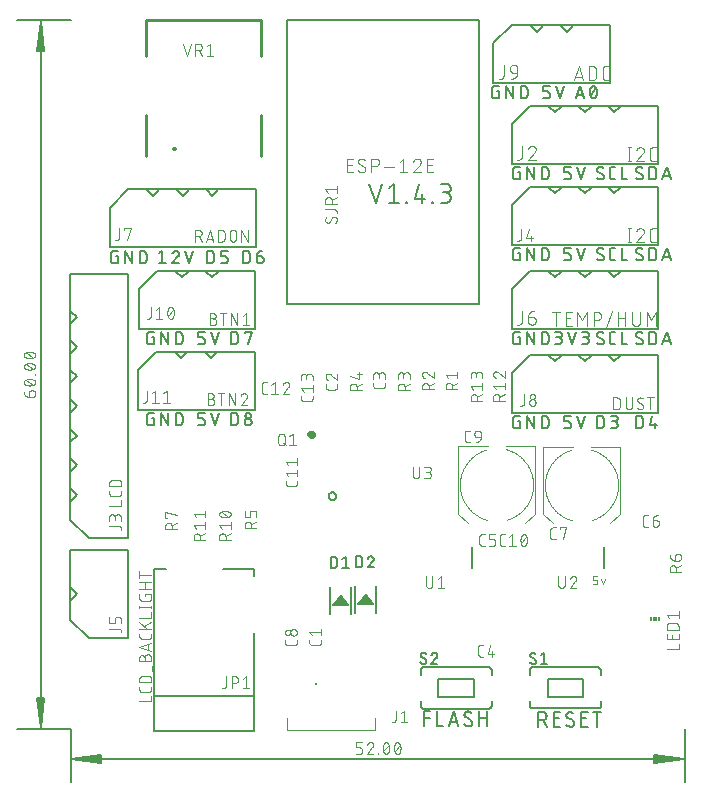
<source format=gbr>
G04 EAGLE Gerber RS-274X export*
G75*
%MOMM*%
%FSLAX34Y34*%
%LPD*%
%INSilkscreen Top*%
%IPPOS*%
%AMOC8*
5,1,8,0,0,1.08239X$1,22.5*%
G01*
%ADD10C,0.130000*%
%ADD11C,0.076200*%
%ADD12C,0.203200*%
%ADD13C,0.508000*%
%ADD14C,0.177800*%
%ADD15C,0.101600*%
%ADD16C,0.127000*%
%ADD17C,0.100000*%
%ADD18R,0.150000X0.300000*%
%ADD19R,0.300000X0.300000*%
%ADD20C,0.200000*%
%ADD21C,0.254000*%


D10*
X0Y-20000D02*
X-44900Y-20000D01*
X-44900Y580000D02*
X0Y580000D01*
X-25400Y579350D02*
X-25400Y-19350D01*
X-28592Y6000D01*
X-22208Y6000D01*
X-25400Y-19350D01*
X-26700Y6000D01*
X-24100Y6000D02*
X-25400Y-19350D01*
X-28000Y6000D01*
X-22800Y6000D02*
X-25400Y-19350D01*
X-28592Y554000D02*
X-25400Y579350D01*
X-28592Y554000D02*
X-22208Y554000D01*
X-25400Y579350D01*
X-26700Y554000D01*
X-24100Y554000D02*
X-25400Y579350D01*
X-28000Y554000D01*
X-22800Y554000D02*
X-25400Y579350D01*
D11*
X-35251Y264582D02*
X-35251Y261280D01*
X-35251Y264582D02*
X-35249Y264673D01*
X-35243Y264764D01*
X-35234Y264854D01*
X-35221Y264944D01*
X-35204Y265034D01*
X-35184Y265122D01*
X-35159Y265210D01*
X-35132Y265297D01*
X-35100Y265382D01*
X-35066Y265466D01*
X-35027Y265549D01*
X-34986Y265630D01*
X-34941Y265709D01*
X-34893Y265786D01*
X-34841Y265861D01*
X-34787Y265934D01*
X-34730Y266005D01*
X-34669Y266073D01*
X-34606Y266138D01*
X-34541Y266201D01*
X-34473Y266262D01*
X-34402Y266319D01*
X-34329Y266373D01*
X-34254Y266425D01*
X-34177Y266473D01*
X-34098Y266518D01*
X-34017Y266559D01*
X-33934Y266598D01*
X-33850Y266632D01*
X-33765Y266664D01*
X-33678Y266691D01*
X-33590Y266716D01*
X-33502Y266736D01*
X-33412Y266753D01*
X-33322Y266766D01*
X-33232Y266775D01*
X-33141Y266781D01*
X-33050Y266783D01*
X-32500Y266783D01*
X-32396Y266781D01*
X-32292Y266775D01*
X-32188Y266765D01*
X-32085Y266752D01*
X-31982Y266734D01*
X-31880Y266712D01*
X-31779Y266687D01*
X-31679Y266658D01*
X-31581Y266625D01*
X-31483Y266588D01*
X-31387Y266548D01*
X-31293Y266504D01*
X-31200Y266457D01*
X-31109Y266406D01*
X-31020Y266351D01*
X-30933Y266294D01*
X-30849Y266233D01*
X-30767Y266169D01*
X-30687Y266101D01*
X-30610Y266031D01*
X-30536Y265958D01*
X-30464Y265883D01*
X-30396Y265804D01*
X-30330Y265723D01*
X-30267Y265640D01*
X-30208Y265555D01*
X-30152Y265467D01*
X-30100Y265377D01*
X-30050Y265285D01*
X-30005Y265191D01*
X-29962Y265096D01*
X-29924Y264999D01*
X-29889Y264901D01*
X-29858Y264802D01*
X-29831Y264701D01*
X-29807Y264600D01*
X-29788Y264497D01*
X-29772Y264395D01*
X-29760Y264291D01*
X-29752Y264187D01*
X-29748Y264083D01*
X-29748Y263979D01*
X-29752Y263875D01*
X-29760Y263771D01*
X-29772Y263667D01*
X-29788Y263565D01*
X-29807Y263462D01*
X-29831Y263361D01*
X-29858Y263260D01*
X-29889Y263161D01*
X-29924Y263063D01*
X-29962Y262966D01*
X-30005Y262871D01*
X-30050Y262777D01*
X-30100Y262685D01*
X-30152Y262595D01*
X-30208Y262507D01*
X-30267Y262422D01*
X-30330Y262339D01*
X-30396Y262258D01*
X-30464Y262179D01*
X-30536Y262104D01*
X-30610Y262031D01*
X-30687Y261961D01*
X-30767Y261893D01*
X-30849Y261829D01*
X-30933Y261768D01*
X-31020Y261711D01*
X-31109Y261656D01*
X-31200Y261605D01*
X-31293Y261558D01*
X-31387Y261514D01*
X-31483Y261474D01*
X-31581Y261437D01*
X-31679Y261404D01*
X-31779Y261375D01*
X-31880Y261350D01*
X-31982Y261328D01*
X-32085Y261310D01*
X-32188Y261297D01*
X-32292Y261287D01*
X-32396Y261281D01*
X-32500Y261279D01*
X-32500Y261280D02*
X-35251Y261280D01*
X-35251Y261279D02*
X-35381Y261281D01*
X-35512Y261287D01*
X-35642Y261296D01*
X-35772Y261310D01*
X-35901Y261327D01*
X-36030Y261348D01*
X-36158Y261373D01*
X-36285Y261402D01*
X-36412Y261435D01*
X-36537Y261471D01*
X-36661Y261511D01*
X-36784Y261555D01*
X-36906Y261602D01*
X-37026Y261653D01*
X-37145Y261707D01*
X-37262Y261765D01*
X-37377Y261826D01*
X-37490Y261891D01*
X-37601Y261959D01*
X-37711Y262030D01*
X-37818Y262105D01*
X-37923Y262182D01*
X-38025Y262263D01*
X-38125Y262347D01*
X-38223Y262433D01*
X-38318Y262523D01*
X-38410Y262615D01*
X-38500Y262710D01*
X-38586Y262808D01*
X-38670Y262908D01*
X-38751Y263010D01*
X-38828Y263115D01*
X-38903Y263222D01*
X-38974Y263332D01*
X-39042Y263443D01*
X-39107Y263556D01*
X-39168Y263671D01*
X-39226Y263788D01*
X-39280Y263907D01*
X-39331Y264027D01*
X-39378Y264149D01*
X-39422Y264272D01*
X-39462Y264396D01*
X-39498Y264521D01*
X-39531Y264648D01*
X-39560Y264775D01*
X-39585Y264903D01*
X-39606Y265032D01*
X-39623Y265161D01*
X-39637Y265291D01*
X-39646Y265421D01*
X-39652Y265551D01*
X-39654Y265682D01*
X-38278Y271706D02*
X-38102Y271623D01*
X-37924Y271544D01*
X-37744Y271469D01*
X-37562Y271399D01*
X-37379Y271333D01*
X-37194Y271271D01*
X-37008Y271214D01*
X-36820Y271161D01*
X-36631Y271113D01*
X-36441Y271069D01*
X-36251Y271029D01*
X-36059Y270995D01*
X-35866Y270965D01*
X-35673Y270939D01*
X-35479Y270918D01*
X-35285Y270902D01*
X-35091Y270890D01*
X-34896Y270883D01*
X-34701Y270881D01*
X-38278Y271707D02*
X-38360Y271737D01*
X-38440Y271771D01*
X-38519Y271807D01*
X-38597Y271848D01*
X-38672Y271891D01*
X-38746Y271938D01*
X-38817Y271988D01*
X-38886Y272040D01*
X-38953Y272096D01*
X-39018Y272155D01*
X-39080Y272216D01*
X-39139Y272280D01*
X-39195Y272346D01*
X-39249Y272414D01*
X-39300Y272485D01*
X-39347Y272558D01*
X-39392Y272633D01*
X-39433Y272710D01*
X-39471Y272788D01*
X-39505Y272868D01*
X-39536Y272950D01*
X-39563Y273032D01*
X-39587Y273116D01*
X-39608Y273201D01*
X-39624Y273286D01*
X-39637Y273372D01*
X-39647Y273459D01*
X-39652Y273546D01*
X-39654Y273633D01*
X-39652Y273720D01*
X-39647Y273807D01*
X-39637Y273894D01*
X-39624Y273980D01*
X-39608Y274065D01*
X-39587Y274150D01*
X-39563Y274234D01*
X-39536Y274316D01*
X-39505Y274398D01*
X-39471Y274478D01*
X-39433Y274556D01*
X-39392Y274633D01*
X-39347Y274708D01*
X-39300Y274781D01*
X-39249Y274852D01*
X-39195Y274920D01*
X-39139Y274986D01*
X-39080Y275050D01*
X-39018Y275111D01*
X-38953Y275170D01*
X-38886Y275226D01*
X-38817Y275278D01*
X-38746Y275328D01*
X-38672Y275375D01*
X-38597Y275418D01*
X-38519Y275459D01*
X-38440Y275495D01*
X-38360Y275529D01*
X-38278Y275559D01*
X-38102Y275642D01*
X-37924Y275721D01*
X-37744Y275796D01*
X-37562Y275866D01*
X-37379Y275932D01*
X-37194Y275994D01*
X-37008Y276051D01*
X-36820Y276104D01*
X-36631Y276152D01*
X-36441Y276196D01*
X-36251Y276236D01*
X-36059Y276270D01*
X-35866Y276300D01*
X-35673Y276326D01*
X-35479Y276347D01*
X-35285Y276363D01*
X-35091Y276375D01*
X-34896Y276382D01*
X-34701Y276384D01*
X-34701Y270881D02*
X-34506Y270883D01*
X-34311Y270890D01*
X-34117Y270902D01*
X-33923Y270918D01*
X-33729Y270939D01*
X-33536Y270965D01*
X-33343Y270995D01*
X-33151Y271029D01*
X-32961Y271069D01*
X-32771Y271113D01*
X-32582Y271161D01*
X-32394Y271214D01*
X-32208Y271271D01*
X-32023Y271333D01*
X-31840Y271399D01*
X-31658Y271469D01*
X-31478Y271544D01*
X-31300Y271623D01*
X-31124Y271706D01*
X-31124Y271707D02*
X-31042Y271737D01*
X-30961Y271771D01*
X-30883Y271807D01*
X-30805Y271848D01*
X-30730Y271891D01*
X-30656Y271938D01*
X-30585Y271988D01*
X-30516Y272040D01*
X-30449Y272096D01*
X-30384Y272155D01*
X-30322Y272216D01*
X-30263Y272280D01*
X-30207Y272346D01*
X-30153Y272414D01*
X-30102Y272485D01*
X-30055Y272558D01*
X-30010Y272633D01*
X-29969Y272710D01*
X-29931Y272788D01*
X-29897Y272868D01*
X-29866Y272950D01*
X-29839Y273032D01*
X-29815Y273116D01*
X-29794Y273201D01*
X-29778Y273286D01*
X-29765Y273372D01*
X-29755Y273459D01*
X-29750Y273546D01*
X-29748Y273633D01*
X-31124Y275559D02*
X-31300Y275642D01*
X-31478Y275721D01*
X-31658Y275796D01*
X-31840Y275866D01*
X-32023Y275932D01*
X-32208Y275994D01*
X-32394Y276051D01*
X-32582Y276104D01*
X-32771Y276152D01*
X-32961Y276196D01*
X-33151Y276236D01*
X-33343Y276270D01*
X-33536Y276300D01*
X-33729Y276326D01*
X-33923Y276347D01*
X-34117Y276363D01*
X-34311Y276375D01*
X-34506Y276382D01*
X-34701Y276384D01*
X-31124Y275559D02*
X-31042Y275529D01*
X-30962Y275495D01*
X-30883Y275459D01*
X-30805Y275418D01*
X-30730Y275375D01*
X-30656Y275328D01*
X-30585Y275278D01*
X-30516Y275226D01*
X-30449Y275170D01*
X-30384Y275111D01*
X-30322Y275050D01*
X-30263Y274986D01*
X-30207Y274920D01*
X-30153Y274852D01*
X-30102Y274781D01*
X-30055Y274708D01*
X-30010Y274633D01*
X-29969Y274556D01*
X-29931Y274478D01*
X-29897Y274398D01*
X-29866Y274316D01*
X-29839Y274234D01*
X-29815Y274150D01*
X-29794Y274065D01*
X-29778Y273980D01*
X-29765Y273894D01*
X-29755Y273807D01*
X-29750Y273720D01*
X-29748Y273633D01*
X-31949Y271431D02*
X-37453Y275834D01*
X-30298Y280078D02*
X-29748Y280078D01*
X-30298Y280078D02*
X-30298Y280628D01*
X-29748Y280628D01*
X-29748Y280078D01*
X-34701Y284323D02*
X-34896Y284325D01*
X-35091Y284332D01*
X-35285Y284344D01*
X-35479Y284360D01*
X-35673Y284381D01*
X-35866Y284407D01*
X-36059Y284437D01*
X-36251Y284471D01*
X-36441Y284511D01*
X-36631Y284555D01*
X-36820Y284603D01*
X-37008Y284656D01*
X-37194Y284713D01*
X-37379Y284775D01*
X-37562Y284841D01*
X-37744Y284911D01*
X-37924Y284986D01*
X-38102Y285065D01*
X-38278Y285148D01*
X-38360Y285178D01*
X-38440Y285212D01*
X-38519Y285248D01*
X-38597Y285289D01*
X-38672Y285332D01*
X-38746Y285379D01*
X-38817Y285429D01*
X-38886Y285481D01*
X-38953Y285537D01*
X-39018Y285596D01*
X-39080Y285657D01*
X-39139Y285721D01*
X-39195Y285787D01*
X-39249Y285855D01*
X-39300Y285926D01*
X-39347Y285999D01*
X-39392Y286074D01*
X-39433Y286151D01*
X-39471Y286229D01*
X-39505Y286309D01*
X-39536Y286391D01*
X-39563Y286473D01*
X-39587Y286557D01*
X-39608Y286642D01*
X-39624Y286727D01*
X-39637Y286813D01*
X-39647Y286900D01*
X-39652Y286987D01*
X-39654Y287074D01*
X-39652Y287161D01*
X-39647Y287248D01*
X-39637Y287335D01*
X-39624Y287421D01*
X-39608Y287506D01*
X-39587Y287591D01*
X-39563Y287675D01*
X-39536Y287757D01*
X-39505Y287839D01*
X-39471Y287919D01*
X-39433Y287997D01*
X-39392Y288074D01*
X-39347Y288149D01*
X-39300Y288222D01*
X-39249Y288293D01*
X-39195Y288361D01*
X-39139Y288427D01*
X-39080Y288491D01*
X-39018Y288552D01*
X-38953Y288611D01*
X-38886Y288667D01*
X-38817Y288719D01*
X-38746Y288769D01*
X-38672Y288816D01*
X-38597Y288859D01*
X-38519Y288900D01*
X-38440Y288936D01*
X-38360Y288970D01*
X-38278Y289000D01*
X-38278Y289001D02*
X-38102Y289084D01*
X-37924Y289163D01*
X-37744Y289238D01*
X-37562Y289308D01*
X-37379Y289374D01*
X-37194Y289436D01*
X-37008Y289493D01*
X-36820Y289546D01*
X-36631Y289594D01*
X-36441Y289638D01*
X-36251Y289678D01*
X-36059Y289712D01*
X-35866Y289742D01*
X-35673Y289768D01*
X-35479Y289789D01*
X-35285Y289805D01*
X-35091Y289817D01*
X-34896Y289824D01*
X-34701Y289826D01*
X-34701Y284323D02*
X-34506Y284325D01*
X-34311Y284332D01*
X-34117Y284344D01*
X-33923Y284360D01*
X-33729Y284381D01*
X-33536Y284407D01*
X-33343Y284437D01*
X-33151Y284471D01*
X-32961Y284511D01*
X-32771Y284555D01*
X-32582Y284603D01*
X-32394Y284656D01*
X-32208Y284713D01*
X-32023Y284775D01*
X-31840Y284841D01*
X-31658Y284911D01*
X-31478Y284986D01*
X-31300Y285065D01*
X-31124Y285148D01*
X-31042Y285178D01*
X-30961Y285212D01*
X-30883Y285248D01*
X-30805Y285289D01*
X-30730Y285332D01*
X-30656Y285379D01*
X-30585Y285429D01*
X-30516Y285481D01*
X-30449Y285537D01*
X-30384Y285596D01*
X-30322Y285657D01*
X-30263Y285721D01*
X-30207Y285787D01*
X-30153Y285855D01*
X-30102Y285926D01*
X-30055Y285999D01*
X-30010Y286074D01*
X-29969Y286151D01*
X-29931Y286229D01*
X-29897Y286309D01*
X-29866Y286391D01*
X-29839Y286473D01*
X-29815Y286557D01*
X-29794Y286642D01*
X-29778Y286727D01*
X-29765Y286813D01*
X-29755Y286900D01*
X-29750Y286987D01*
X-29748Y287074D01*
X-31124Y289000D02*
X-31300Y289083D01*
X-31478Y289162D01*
X-31658Y289237D01*
X-31840Y289307D01*
X-32023Y289373D01*
X-32208Y289435D01*
X-32394Y289492D01*
X-32582Y289545D01*
X-32771Y289593D01*
X-32961Y289637D01*
X-33151Y289677D01*
X-33343Y289711D01*
X-33536Y289741D01*
X-33729Y289767D01*
X-33923Y289788D01*
X-34117Y289804D01*
X-34311Y289816D01*
X-34506Y289823D01*
X-34701Y289825D01*
X-31124Y289000D02*
X-31042Y288970D01*
X-30962Y288936D01*
X-30883Y288900D01*
X-30805Y288859D01*
X-30730Y288816D01*
X-30656Y288769D01*
X-30585Y288719D01*
X-30516Y288667D01*
X-30449Y288611D01*
X-30384Y288552D01*
X-30322Y288491D01*
X-30263Y288427D01*
X-30207Y288361D01*
X-30153Y288293D01*
X-30102Y288222D01*
X-30055Y288149D01*
X-30010Y288074D01*
X-29969Y287997D01*
X-29931Y287919D01*
X-29897Y287839D01*
X-29866Y287757D01*
X-29839Y287675D01*
X-29815Y287591D01*
X-29794Y287506D01*
X-29778Y287421D01*
X-29765Y287335D01*
X-29755Y287248D01*
X-29750Y287161D01*
X-29748Y287074D01*
X-31949Y284873D02*
X-37453Y289275D01*
X-34701Y293924D02*
X-34896Y293926D01*
X-35091Y293933D01*
X-35285Y293945D01*
X-35479Y293961D01*
X-35673Y293982D01*
X-35866Y294008D01*
X-36059Y294038D01*
X-36251Y294072D01*
X-36441Y294112D01*
X-36631Y294156D01*
X-36820Y294204D01*
X-37008Y294257D01*
X-37194Y294314D01*
X-37379Y294376D01*
X-37562Y294442D01*
X-37744Y294512D01*
X-37924Y294587D01*
X-38102Y294666D01*
X-38278Y294749D01*
X-38360Y294779D01*
X-38440Y294813D01*
X-38519Y294849D01*
X-38597Y294890D01*
X-38672Y294933D01*
X-38746Y294980D01*
X-38817Y295030D01*
X-38886Y295082D01*
X-38953Y295138D01*
X-39018Y295197D01*
X-39080Y295258D01*
X-39139Y295322D01*
X-39195Y295388D01*
X-39249Y295456D01*
X-39300Y295527D01*
X-39347Y295600D01*
X-39392Y295675D01*
X-39433Y295752D01*
X-39471Y295830D01*
X-39505Y295910D01*
X-39536Y295992D01*
X-39563Y296074D01*
X-39587Y296158D01*
X-39608Y296243D01*
X-39624Y296328D01*
X-39637Y296414D01*
X-39647Y296501D01*
X-39652Y296588D01*
X-39654Y296675D01*
X-39652Y296762D01*
X-39647Y296849D01*
X-39637Y296936D01*
X-39624Y297022D01*
X-39608Y297107D01*
X-39587Y297192D01*
X-39563Y297276D01*
X-39536Y297358D01*
X-39505Y297440D01*
X-39471Y297520D01*
X-39433Y297598D01*
X-39392Y297675D01*
X-39347Y297750D01*
X-39300Y297823D01*
X-39249Y297894D01*
X-39195Y297962D01*
X-39139Y298028D01*
X-39080Y298092D01*
X-39018Y298153D01*
X-38953Y298212D01*
X-38886Y298268D01*
X-38817Y298320D01*
X-38746Y298370D01*
X-38672Y298417D01*
X-38597Y298460D01*
X-38519Y298501D01*
X-38440Y298537D01*
X-38360Y298571D01*
X-38278Y298601D01*
X-38278Y298602D02*
X-38102Y298685D01*
X-37924Y298764D01*
X-37744Y298839D01*
X-37562Y298909D01*
X-37379Y298975D01*
X-37194Y299037D01*
X-37008Y299094D01*
X-36820Y299147D01*
X-36631Y299195D01*
X-36441Y299239D01*
X-36251Y299279D01*
X-36059Y299313D01*
X-35866Y299343D01*
X-35673Y299369D01*
X-35479Y299390D01*
X-35285Y299406D01*
X-35091Y299418D01*
X-34896Y299425D01*
X-34701Y299427D01*
X-34701Y293924D02*
X-34506Y293926D01*
X-34311Y293933D01*
X-34117Y293945D01*
X-33923Y293961D01*
X-33729Y293982D01*
X-33536Y294008D01*
X-33343Y294038D01*
X-33151Y294072D01*
X-32961Y294112D01*
X-32771Y294156D01*
X-32582Y294204D01*
X-32394Y294257D01*
X-32208Y294314D01*
X-32023Y294376D01*
X-31840Y294442D01*
X-31658Y294512D01*
X-31478Y294587D01*
X-31300Y294666D01*
X-31124Y294749D01*
X-31042Y294779D01*
X-30961Y294813D01*
X-30883Y294849D01*
X-30805Y294890D01*
X-30730Y294933D01*
X-30656Y294980D01*
X-30585Y295030D01*
X-30516Y295082D01*
X-30449Y295138D01*
X-30384Y295197D01*
X-30322Y295258D01*
X-30263Y295322D01*
X-30207Y295388D01*
X-30153Y295456D01*
X-30102Y295527D01*
X-30055Y295600D01*
X-30010Y295675D01*
X-29969Y295752D01*
X-29931Y295830D01*
X-29897Y295910D01*
X-29866Y295992D01*
X-29839Y296074D01*
X-29815Y296158D01*
X-29794Y296243D01*
X-29778Y296328D01*
X-29765Y296414D01*
X-29755Y296501D01*
X-29750Y296588D01*
X-29748Y296675D01*
X-31124Y298602D02*
X-31300Y298685D01*
X-31478Y298764D01*
X-31658Y298839D01*
X-31840Y298909D01*
X-32023Y298975D01*
X-32208Y299037D01*
X-32394Y299094D01*
X-32582Y299147D01*
X-32771Y299195D01*
X-32961Y299239D01*
X-33151Y299279D01*
X-33343Y299313D01*
X-33536Y299343D01*
X-33729Y299369D01*
X-33923Y299390D01*
X-34117Y299406D01*
X-34311Y299418D01*
X-34506Y299425D01*
X-34701Y299427D01*
X-31124Y298601D02*
X-31042Y298571D01*
X-30962Y298537D01*
X-30883Y298501D01*
X-30805Y298460D01*
X-30730Y298417D01*
X-30656Y298370D01*
X-30585Y298320D01*
X-30516Y298268D01*
X-30449Y298212D01*
X-30384Y298153D01*
X-30322Y298092D01*
X-30263Y298028D01*
X-30207Y297962D01*
X-30153Y297894D01*
X-30102Y297823D01*
X-30055Y297750D01*
X-30010Y297675D01*
X-29969Y297598D01*
X-29931Y297520D01*
X-29897Y297440D01*
X-29866Y297358D01*
X-29839Y297276D01*
X-29815Y297192D01*
X-29794Y297107D01*
X-29778Y297022D01*
X-29765Y296936D01*
X-29755Y296849D01*
X-29750Y296762D01*
X-29748Y296675D01*
X-31949Y294474D02*
X-37453Y298877D01*
D10*
X0Y-20000D02*
X0Y-64900D01*
X520000Y-64900D02*
X520000Y-20000D01*
X519350Y-45400D02*
X650Y-45400D01*
X26000Y-42208D01*
X26000Y-48592D01*
X650Y-45400D01*
X26000Y-44100D01*
X26000Y-46700D02*
X650Y-45400D01*
X26000Y-42800D01*
X26000Y-48000D02*
X650Y-45400D01*
X494000Y-42208D02*
X519350Y-45400D01*
X494000Y-42208D02*
X494000Y-48592D01*
X519350Y-45400D01*
X494000Y-44100D01*
X494000Y-46700D02*
X519350Y-45400D01*
X494000Y-42800D01*
X494000Y-48000D02*
X519350Y-45400D01*
D11*
X244582Y-41052D02*
X241280Y-41052D01*
X244582Y-41052D02*
X244673Y-41050D01*
X244764Y-41044D01*
X244854Y-41035D01*
X244944Y-41022D01*
X245034Y-41005D01*
X245122Y-40985D01*
X245210Y-40960D01*
X245297Y-40933D01*
X245382Y-40901D01*
X245466Y-40867D01*
X245549Y-40828D01*
X245630Y-40787D01*
X245709Y-40742D01*
X245786Y-40694D01*
X245861Y-40642D01*
X245934Y-40588D01*
X246005Y-40531D01*
X246073Y-40470D01*
X246138Y-40407D01*
X246201Y-40342D01*
X246262Y-40274D01*
X246319Y-40203D01*
X246373Y-40130D01*
X246425Y-40055D01*
X246473Y-39978D01*
X246518Y-39899D01*
X246559Y-39818D01*
X246598Y-39735D01*
X246632Y-39651D01*
X246664Y-39566D01*
X246691Y-39479D01*
X246716Y-39391D01*
X246736Y-39303D01*
X246753Y-39213D01*
X246766Y-39123D01*
X246775Y-39033D01*
X246781Y-38942D01*
X246783Y-38851D01*
X246783Y-37750D01*
X246781Y-37659D01*
X246775Y-37568D01*
X246766Y-37478D01*
X246753Y-37388D01*
X246736Y-37298D01*
X246716Y-37210D01*
X246691Y-37122D01*
X246664Y-37035D01*
X246632Y-36950D01*
X246598Y-36866D01*
X246559Y-36783D01*
X246518Y-36702D01*
X246473Y-36623D01*
X246425Y-36546D01*
X246373Y-36471D01*
X246319Y-36398D01*
X246262Y-36327D01*
X246201Y-36259D01*
X246138Y-36194D01*
X246073Y-36131D01*
X246005Y-36070D01*
X245934Y-36013D01*
X245861Y-35959D01*
X245786Y-35907D01*
X245709Y-35859D01*
X245630Y-35814D01*
X245549Y-35773D01*
X245466Y-35734D01*
X245382Y-35700D01*
X245297Y-35668D01*
X245210Y-35641D01*
X245122Y-35616D01*
X245034Y-35596D01*
X244944Y-35579D01*
X244854Y-35566D01*
X244764Y-35557D01*
X244673Y-35551D01*
X244582Y-35549D01*
X241280Y-35549D01*
X241280Y-31146D01*
X246783Y-31146D01*
X253908Y-31146D02*
X254005Y-31148D01*
X254102Y-31154D01*
X254199Y-31163D01*
X254295Y-31176D01*
X254391Y-31194D01*
X254486Y-31214D01*
X254580Y-31239D01*
X254673Y-31267D01*
X254765Y-31299D01*
X254856Y-31335D01*
X254945Y-31374D01*
X255033Y-31416D01*
X255118Y-31462D01*
X255202Y-31511D01*
X255284Y-31563D01*
X255364Y-31619D01*
X255441Y-31678D01*
X255517Y-31739D01*
X255589Y-31804D01*
X255660Y-31871D01*
X255727Y-31942D01*
X255792Y-32014D01*
X255853Y-32090D01*
X255912Y-32167D01*
X255968Y-32247D01*
X256020Y-32329D01*
X256069Y-32413D01*
X256115Y-32498D01*
X256157Y-32586D01*
X256196Y-32675D01*
X256232Y-32766D01*
X256264Y-32858D01*
X256292Y-32951D01*
X256317Y-33045D01*
X256337Y-33140D01*
X256355Y-33236D01*
X256368Y-33332D01*
X256377Y-33429D01*
X256383Y-33526D01*
X256385Y-33623D01*
X253908Y-31146D02*
X253797Y-31148D01*
X253686Y-31154D01*
X253575Y-31163D01*
X253465Y-31177D01*
X253355Y-31194D01*
X253246Y-31216D01*
X253138Y-31241D01*
X253030Y-31269D01*
X252924Y-31302D01*
X252819Y-31338D01*
X252715Y-31378D01*
X252613Y-31422D01*
X252512Y-31469D01*
X252413Y-31519D01*
X252316Y-31573D01*
X252221Y-31630D01*
X252127Y-31691D01*
X252036Y-31755D01*
X251948Y-31822D01*
X251861Y-31892D01*
X251777Y-31965D01*
X251696Y-32040D01*
X251618Y-32119D01*
X251542Y-32200D01*
X251469Y-32284D01*
X251399Y-32371D01*
X251332Y-32460D01*
X251269Y-32551D01*
X251208Y-32644D01*
X251151Y-32739D01*
X251097Y-32836D01*
X251047Y-32936D01*
X251000Y-33036D01*
X250957Y-33139D01*
X250917Y-33243D01*
X250881Y-33348D01*
X255559Y-35549D02*
X255628Y-35480D01*
X255695Y-35409D01*
X255760Y-35335D01*
X255821Y-35259D01*
X255880Y-35181D01*
X255936Y-35101D01*
X255989Y-35018D01*
X256039Y-34934D01*
X256085Y-34848D01*
X256129Y-34760D01*
X256169Y-34671D01*
X256206Y-34580D01*
X256239Y-34488D01*
X256270Y-34395D01*
X256296Y-34301D01*
X256319Y-34206D01*
X256339Y-34110D01*
X256355Y-34013D01*
X256368Y-33916D01*
X256377Y-33819D01*
X256382Y-33721D01*
X256384Y-33623D01*
X255559Y-35549D02*
X250881Y-41052D01*
X256384Y-41052D01*
X260078Y-41052D02*
X260078Y-40502D01*
X260628Y-40502D01*
X260628Y-41052D01*
X260078Y-41052D01*
X264323Y-36099D02*
X264325Y-35904D01*
X264332Y-35709D01*
X264344Y-35515D01*
X264360Y-35321D01*
X264381Y-35127D01*
X264407Y-34934D01*
X264437Y-34741D01*
X264471Y-34549D01*
X264511Y-34359D01*
X264555Y-34169D01*
X264603Y-33980D01*
X264656Y-33792D01*
X264713Y-33606D01*
X264775Y-33421D01*
X264841Y-33238D01*
X264911Y-33056D01*
X264986Y-32876D01*
X265065Y-32698D01*
X265148Y-32522D01*
X265178Y-32440D01*
X265212Y-32360D01*
X265248Y-32281D01*
X265289Y-32203D01*
X265332Y-32128D01*
X265379Y-32054D01*
X265429Y-31983D01*
X265481Y-31914D01*
X265537Y-31847D01*
X265596Y-31782D01*
X265657Y-31720D01*
X265721Y-31661D01*
X265787Y-31605D01*
X265855Y-31551D01*
X265926Y-31500D01*
X265999Y-31453D01*
X266074Y-31408D01*
X266151Y-31367D01*
X266229Y-31329D01*
X266309Y-31295D01*
X266391Y-31264D01*
X266473Y-31237D01*
X266557Y-31213D01*
X266642Y-31192D01*
X266727Y-31176D01*
X266813Y-31163D01*
X266900Y-31153D01*
X266987Y-31148D01*
X267074Y-31146D01*
X267161Y-31148D01*
X267248Y-31153D01*
X267335Y-31163D01*
X267421Y-31176D01*
X267506Y-31192D01*
X267591Y-31213D01*
X267675Y-31237D01*
X267757Y-31264D01*
X267839Y-31295D01*
X267919Y-31329D01*
X267997Y-31367D01*
X268074Y-31408D01*
X268149Y-31453D01*
X268222Y-31500D01*
X268293Y-31551D01*
X268361Y-31605D01*
X268427Y-31661D01*
X268491Y-31720D01*
X268553Y-31782D01*
X268611Y-31847D01*
X268667Y-31914D01*
X268719Y-31983D01*
X268769Y-32054D01*
X268816Y-32128D01*
X268859Y-32203D01*
X268900Y-32281D01*
X268936Y-32360D01*
X268970Y-32440D01*
X269000Y-32522D01*
X269083Y-32698D01*
X269162Y-32876D01*
X269237Y-33056D01*
X269307Y-33238D01*
X269373Y-33421D01*
X269435Y-33606D01*
X269492Y-33792D01*
X269545Y-33980D01*
X269593Y-34169D01*
X269637Y-34359D01*
X269677Y-34549D01*
X269711Y-34741D01*
X269741Y-34934D01*
X269767Y-35127D01*
X269788Y-35321D01*
X269804Y-35515D01*
X269816Y-35709D01*
X269823Y-35904D01*
X269825Y-36099D01*
X264323Y-36099D02*
X264325Y-36294D01*
X264332Y-36489D01*
X264344Y-36683D01*
X264360Y-36877D01*
X264381Y-37071D01*
X264407Y-37264D01*
X264437Y-37457D01*
X264471Y-37649D01*
X264511Y-37839D01*
X264555Y-38029D01*
X264603Y-38218D01*
X264656Y-38406D01*
X264713Y-38592D01*
X264775Y-38777D01*
X264841Y-38960D01*
X264911Y-39142D01*
X264986Y-39322D01*
X265065Y-39500D01*
X265148Y-39676D01*
X265178Y-39758D01*
X265212Y-39839D01*
X265248Y-39917D01*
X265289Y-39995D01*
X265332Y-40070D01*
X265379Y-40144D01*
X265429Y-40215D01*
X265481Y-40284D01*
X265537Y-40351D01*
X265596Y-40416D01*
X265657Y-40478D01*
X265721Y-40537D01*
X265787Y-40593D01*
X265855Y-40647D01*
X265926Y-40698D01*
X265999Y-40745D01*
X266074Y-40790D01*
X266151Y-40831D01*
X266229Y-40869D01*
X266309Y-40903D01*
X266391Y-40934D01*
X266473Y-40961D01*
X266557Y-40985D01*
X266642Y-41006D01*
X266727Y-41022D01*
X266813Y-41035D01*
X266900Y-41045D01*
X266987Y-41050D01*
X267074Y-41052D01*
X269000Y-39676D02*
X269083Y-39500D01*
X269162Y-39322D01*
X269237Y-39142D01*
X269307Y-38960D01*
X269373Y-38777D01*
X269435Y-38592D01*
X269492Y-38406D01*
X269545Y-38218D01*
X269593Y-38029D01*
X269637Y-37839D01*
X269677Y-37649D01*
X269711Y-37457D01*
X269741Y-37264D01*
X269767Y-37071D01*
X269788Y-36877D01*
X269804Y-36683D01*
X269816Y-36489D01*
X269823Y-36294D01*
X269825Y-36099D01*
X269000Y-39676D02*
X268970Y-39758D01*
X268936Y-39838D01*
X268900Y-39917D01*
X268859Y-39995D01*
X268816Y-40070D01*
X268769Y-40144D01*
X268719Y-40215D01*
X268667Y-40284D01*
X268611Y-40351D01*
X268552Y-40416D01*
X268491Y-40478D01*
X268427Y-40537D01*
X268361Y-40593D01*
X268293Y-40647D01*
X268222Y-40698D01*
X268149Y-40745D01*
X268074Y-40790D01*
X267997Y-40831D01*
X267919Y-40869D01*
X267839Y-40903D01*
X267757Y-40934D01*
X267675Y-40961D01*
X267591Y-40985D01*
X267506Y-41006D01*
X267421Y-41022D01*
X267335Y-41035D01*
X267248Y-41045D01*
X267161Y-41050D01*
X267074Y-41052D01*
X264873Y-38851D02*
X269275Y-33347D01*
X273924Y-36099D02*
X273926Y-35904D01*
X273933Y-35709D01*
X273945Y-35515D01*
X273961Y-35321D01*
X273982Y-35127D01*
X274008Y-34934D01*
X274038Y-34741D01*
X274072Y-34549D01*
X274112Y-34359D01*
X274156Y-34169D01*
X274204Y-33980D01*
X274257Y-33792D01*
X274314Y-33606D01*
X274376Y-33421D01*
X274442Y-33238D01*
X274512Y-33056D01*
X274587Y-32876D01*
X274666Y-32698D01*
X274749Y-32522D01*
X274779Y-32440D01*
X274813Y-32360D01*
X274849Y-32281D01*
X274890Y-32203D01*
X274933Y-32128D01*
X274980Y-32054D01*
X275030Y-31983D01*
X275082Y-31914D01*
X275138Y-31847D01*
X275197Y-31782D01*
X275258Y-31720D01*
X275322Y-31661D01*
X275388Y-31605D01*
X275456Y-31551D01*
X275527Y-31500D01*
X275600Y-31453D01*
X275675Y-31408D01*
X275752Y-31367D01*
X275830Y-31329D01*
X275910Y-31295D01*
X275992Y-31264D01*
X276074Y-31237D01*
X276158Y-31213D01*
X276243Y-31192D01*
X276328Y-31176D01*
X276414Y-31163D01*
X276501Y-31153D01*
X276588Y-31148D01*
X276675Y-31146D01*
X276762Y-31148D01*
X276849Y-31153D01*
X276936Y-31163D01*
X277022Y-31176D01*
X277107Y-31192D01*
X277192Y-31213D01*
X277276Y-31237D01*
X277358Y-31264D01*
X277440Y-31295D01*
X277520Y-31329D01*
X277598Y-31367D01*
X277675Y-31408D01*
X277750Y-31453D01*
X277823Y-31500D01*
X277894Y-31551D01*
X277962Y-31605D01*
X278028Y-31661D01*
X278092Y-31720D01*
X278154Y-31782D01*
X278212Y-31847D01*
X278268Y-31914D01*
X278320Y-31983D01*
X278370Y-32054D01*
X278417Y-32128D01*
X278460Y-32203D01*
X278501Y-32281D01*
X278537Y-32360D01*
X278571Y-32440D01*
X278601Y-32522D01*
X278602Y-32522D02*
X278685Y-32698D01*
X278764Y-32876D01*
X278839Y-33056D01*
X278909Y-33238D01*
X278975Y-33421D01*
X279037Y-33606D01*
X279094Y-33792D01*
X279147Y-33980D01*
X279195Y-34169D01*
X279239Y-34359D01*
X279279Y-34549D01*
X279313Y-34741D01*
X279343Y-34934D01*
X279369Y-35127D01*
X279390Y-35321D01*
X279406Y-35515D01*
X279418Y-35709D01*
X279425Y-35904D01*
X279427Y-36099D01*
X273924Y-36099D02*
X273926Y-36294D01*
X273933Y-36489D01*
X273945Y-36683D01*
X273961Y-36877D01*
X273982Y-37071D01*
X274008Y-37264D01*
X274038Y-37457D01*
X274072Y-37649D01*
X274112Y-37839D01*
X274156Y-38029D01*
X274204Y-38218D01*
X274257Y-38406D01*
X274314Y-38592D01*
X274376Y-38777D01*
X274442Y-38960D01*
X274512Y-39142D01*
X274587Y-39322D01*
X274666Y-39500D01*
X274749Y-39676D01*
X274779Y-39758D01*
X274813Y-39839D01*
X274849Y-39917D01*
X274890Y-39995D01*
X274933Y-40070D01*
X274980Y-40144D01*
X275030Y-40215D01*
X275082Y-40284D01*
X275138Y-40351D01*
X275197Y-40416D01*
X275258Y-40478D01*
X275322Y-40537D01*
X275388Y-40593D01*
X275456Y-40647D01*
X275527Y-40698D01*
X275600Y-40745D01*
X275675Y-40790D01*
X275752Y-40831D01*
X275830Y-40869D01*
X275910Y-40903D01*
X275992Y-40934D01*
X276074Y-40961D01*
X276158Y-40985D01*
X276243Y-41006D01*
X276328Y-41022D01*
X276414Y-41035D01*
X276501Y-41045D01*
X276588Y-41050D01*
X276675Y-41052D01*
X278602Y-39676D02*
X278685Y-39500D01*
X278764Y-39322D01*
X278839Y-39142D01*
X278909Y-38960D01*
X278975Y-38777D01*
X279037Y-38592D01*
X279094Y-38406D01*
X279147Y-38218D01*
X279195Y-38029D01*
X279239Y-37839D01*
X279279Y-37649D01*
X279313Y-37457D01*
X279343Y-37264D01*
X279369Y-37071D01*
X279390Y-36877D01*
X279406Y-36683D01*
X279418Y-36489D01*
X279425Y-36294D01*
X279427Y-36099D01*
X278601Y-39676D02*
X278571Y-39758D01*
X278537Y-39838D01*
X278501Y-39917D01*
X278460Y-39995D01*
X278417Y-40070D01*
X278370Y-40144D01*
X278320Y-40215D01*
X278268Y-40284D01*
X278212Y-40351D01*
X278153Y-40416D01*
X278092Y-40478D01*
X278028Y-40537D01*
X277962Y-40593D01*
X277894Y-40647D01*
X277823Y-40698D01*
X277750Y-40745D01*
X277675Y-40790D01*
X277598Y-40831D01*
X277520Y-40869D01*
X277440Y-40903D01*
X277358Y-40934D01*
X277276Y-40961D01*
X277192Y-40985D01*
X277107Y-41006D01*
X277022Y-41022D01*
X276936Y-41035D01*
X276849Y-41045D01*
X276762Y-41050D01*
X276675Y-41052D01*
X274474Y-38851D02*
X278877Y-33347D01*
D12*
X360765Y520023D02*
X362543Y520023D01*
X362543Y514096D01*
X358987Y514096D01*
X358892Y514098D01*
X358796Y514104D01*
X358701Y514113D01*
X358607Y514127D01*
X358513Y514144D01*
X358420Y514165D01*
X358327Y514190D01*
X358236Y514218D01*
X358146Y514250D01*
X358058Y514286D01*
X357971Y514325D01*
X357885Y514368D01*
X357802Y514414D01*
X357720Y514463D01*
X357640Y514516D01*
X357563Y514572D01*
X357487Y514630D01*
X357415Y514692D01*
X357345Y514757D01*
X357277Y514825D01*
X357212Y514895D01*
X357150Y514967D01*
X357092Y515043D01*
X357036Y515120D01*
X356983Y515200D01*
X356934Y515282D01*
X356888Y515365D01*
X356845Y515451D01*
X356806Y515538D01*
X356770Y515626D01*
X356738Y515716D01*
X356710Y515807D01*
X356685Y515900D01*
X356664Y515993D01*
X356647Y516087D01*
X356633Y516181D01*
X356624Y516276D01*
X356618Y516372D01*
X356616Y516467D01*
X356616Y522393D01*
X356618Y522488D01*
X356624Y522584D01*
X356633Y522679D01*
X356647Y522773D01*
X356664Y522867D01*
X356685Y522960D01*
X356710Y523053D01*
X356738Y523144D01*
X356770Y523234D01*
X356806Y523322D01*
X356845Y523409D01*
X356888Y523495D01*
X356934Y523578D01*
X356983Y523660D01*
X357036Y523740D01*
X357092Y523817D01*
X357150Y523893D01*
X357212Y523965D01*
X357277Y524035D01*
X357345Y524103D01*
X357415Y524168D01*
X357487Y524230D01*
X357563Y524288D01*
X357640Y524344D01*
X357720Y524397D01*
X357801Y524446D01*
X357885Y524492D01*
X357971Y524535D01*
X358058Y524574D01*
X358146Y524610D01*
X358236Y524642D01*
X358327Y524670D01*
X358420Y524695D01*
X358513Y524716D01*
X358607Y524733D01*
X358701Y524747D01*
X358796Y524756D01*
X358891Y524762D01*
X358987Y524764D01*
X362543Y524764D01*
X368808Y524764D02*
X368808Y514096D01*
X374735Y514096D02*
X368808Y524764D01*
X374735Y524764D02*
X374735Y514096D01*
X381000Y514096D02*
X381000Y524764D01*
X383963Y524764D01*
X384069Y524762D01*
X384174Y524756D01*
X384280Y524747D01*
X384385Y524734D01*
X384489Y524717D01*
X384593Y524696D01*
X384696Y524672D01*
X384798Y524644D01*
X384899Y524612D01*
X384998Y524577D01*
X385097Y524538D01*
X385194Y524496D01*
X385289Y524451D01*
X385383Y524402D01*
X385475Y524349D01*
X385565Y524294D01*
X385653Y524235D01*
X385739Y524173D01*
X385822Y524108D01*
X385903Y524040D01*
X385982Y523970D01*
X386058Y523896D01*
X386132Y523820D01*
X386202Y523741D01*
X386270Y523660D01*
X386335Y523577D01*
X386397Y523491D01*
X386456Y523403D01*
X386511Y523313D01*
X386564Y523221D01*
X386613Y523127D01*
X386658Y523032D01*
X386700Y522935D01*
X386739Y522836D01*
X386774Y522737D01*
X386806Y522636D01*
X386834Y522534D01*
X386858Y522431D01*
X386879Y522327D01*
X386896Y522223D01*
X386909Y522118D01*
X386918Y522012D01*
X386924Y521907D01*
X386926Y521801D01*
X386927Y521801D02*
X386927Y517059D01*
X386926Y517059D02*
X386924Y516953D01*
X386918Y516848D01*
X386909Y516742D01*
X386896Y516637D01*
X386879Y516533D01*
X386858Y516429D01*
X386834Y516326D01*
X386806Y516224D01*
X386774Y516123D01*
X386739Y516024D01*
X386700Y515925D01*
X386658Y515828D01*
X386613Y515733D01*
X386564Y515639D01*
X386511Y515547D01*
X386456Y515457D01*
X386397Y515369D01*
X386335Y515283D01*
X386270Y515200D01*
X386202Y515119D01*
X386132Y515040D01*
X386058Y514964D01*
X385982Y514890D01*
X385903Y514820D01*
X385822Y514752D01*
X385739Y514687D01*
X385653Y514625D01*
X385565Y514566D01*
X385475Y514511D01*
X385383Y514458D01*
X385289Y514409D01*
X385194Y514364D01*
X385097Y514322D01*
X384998Y514283D01*
X384899Y514248D01*
X384798Y514216D01*
X384696Y514188D01*
X384593Y514164D01*
X384489Y514143D01*
X384385Y514126D01*
X384280Y514113D01*
X384174Y514104D01*
X384069Y514098D01*
X383963Y514096D01*
X381000Y514096D01*
X399796Y514096D02*
X403352Y514096D01*
X403447Y514098D01*
X403543Y514104D01*
X403638Y514113D01*
X403732Y514127D01*
X403826Y514144D01*
X403919Y514165D01*
X404012Y514190D01*
X404103Y514218D01*
X404193Y514250D01*
X404281Y514286D01*
X404368Y514325D01*
X404454Y514368D01*
X404538Y514414D01*
X404619Y514463D01*
X404699Y514516D01*
X404776Y514572D01*
X404852Y514630D01*
X404924Y514692D01*
X404994Y514757D01*
X405062Y514825D01*
X405127Y514895D01*
X405189Y514967D01*
X405247Y515043D01*
X405303Y515120D01*
X405356Y515200D01*
X405405Y515282D01*
X405451Y515365D01*
X405494Y515451D01*
X405533Y515538D01*
X405569Y515626D01*
X405601Y515716D01*
X405629Y515807D01*
X405654Y515900D01*
X405675Y515993D01*
X405692Y516087D01*
X405706Y516181D01*
X405715Y516276D01*
X405721Y516372D01*
X405723Y516467D01*
X405723Y517652D01*
X405721Y517747D01*
X405715Y517843D01*
X405706Y517938D01*
X405692Y518032D01*
X405675Y518126D01*
X405654Y518219D01*
X405629Y518312D01*
X405601Y518403D01*
X405569Y518493D01*
X405533Y518581D01*
X405494Y518668D01*
X405451Y518754D01*
X405405Y518838D01*
X405356Y518919D01*
X405303Y518999D01*
X405247Y519076D01*
X405189Y519152D01*
X405127Y519224D01*
X405062Y519294D01*
X404994Y519362D01*
X404924Y519427D01*
X404852Y519489D01*
X404776Y519547D01*
X404699Y519603D01*
X404619Y519656D01*
X404538Y519705D01*
X404454Y519751D01*
X404368Y519794D01*
X404281Y519833D01*
X404193Y519869D01*
X404103Y519901D01*
X404012Y519929D01*
X403919Y519954D01*
X403826Y519975D01*
X403732Y519992D01*
X403638Y520006D01*
X403543Y520015D01*
X403447Y520021D01*
X403352Y520023D01*
X399796Y520023D01*
X399796Y524764D01*
X405723Y524764D01*
X410633Y524764D02*
X414189Y514096D01*
X417745Y524764D01*
X431292Y524764D02*
X427736Y514096D01*
X434848Y514096D02*
X431292Y524764D01*
X433959Y516763D02*
X428625Y516763D01*
X439759Y519430D02*
X439762Y519640D01*
X439769Y519850D01*
X439782Y520059D01*
X439799Y520268D01*
X439822Y520477D01*
X439849Y520685D01*
X439881Y520892D01*
X439919Y521099D01*
X439961Y521304D01*
X440008Y521509D01*
X440060Y521712D01*
X440117Y521914D01*
X440179Y522115D01*
X440245Y522314D01*
X440317Y522511D01*
X440393Y522707D01*
X440473Y522901D01*
X440558Y523093D01*
X440648Y523282D01*
X440679Y523367D01*
X440713Y523451D01*
X440751Y523533D01*
X440793Y523614D01*
X440838Y523693D01*
X440886Y523770D01*
X440937Y523845D01*
X440991Y523917D01*
X441048Y523988D01*
X441108Y524056D01*
X441171Y524121D01*
X441236Y524184D01*
X441304Y524244D01*
X441375Y524301D01*
X441447Y524355D01*
X441522Y524407D01*
X441599Y524455D01*
X441678Y524500D01*
X441759Y524541D01*
X441841Y524579D01*
X441925Y524614D01*
X442010Y524645D01*
X442096Y524673D01*
X442183Y524697D01*
X442272Y524717D01*
X442361Y524734D01*
X442451Y524747D01*
X442541Y524757D01*
X442631Y524762D01*
X442722Y524764D01*
X442813Y524762D01*
X442903Y524757D01*
X442993Y524747D01*
X443083Y524734D01*
X443172Y524717D01*
X443261Y524697D01*
X443348Y524673D01*
X443434Y524645D01*
X443519Y524614D01*
X443603Y524579D01*
X443685Y524541D01*
X443766Y524500D01*
X443845Y524455D01*
X443922Y524407D01*
X443997Y524356D01*
X444069Y524301D01*
X444140Y524244D01*
X444208Y524184D01*
X444273Y524121D01*
X444336Y524056D01*
X444396Y523988D01*
X444453Y523917D01*
X444507Y523845D01*
X444558Y523770D01*
X444606Y523693D01*
X444651Y523614D01*
X444693Y523533D01*
X444731Y523451D01*
X444765Y523367D01*
X444796Y523282D01*
X444886Y523093D01*
X444971Y522901D01*
X445051Y522707D01*
X445127Y522511D01*
X445199Y522314D01*
X445265Y522115D01*
X445327Y521914D01*
X445384Y521712D01*
X445436Y521509D01*
X445483Y521304D01*
X445525Y521099D01*
X445563Y520892D01*
X445595Y520685D01*
X445622Y520477D01*
X445645Y520268D01*
X445662Y520059D01*
X445675Y519850D01*
X445682Y519640D01*
X445685Y519430D01*
X439759Y519430D02*
X439762Y519220D01*
X439769Y519010D01*
X439782Y518801D01*
X439799Y518592D01*
X439822Y518383D01*
X439849Y518175D01*
X439881Y517968D01*
X439919Y517761D01*
X439961Y517556D01*
X440008Y517351D01*
X440060Y517148D01*
X440117Y516946D01*
X440179Y516745D01*
X440245Y516546D01*
X440317Y516349D01*
X440393Y516153D01*
X440473Y515959D01*
X440558Y515768D01*
X440648Y515578D01*
X440679Y515493D01*
X440713Y515409D01*
X440751Y515327D01*
X440793Y515246D01*
X440838Y515167D01*
X440886Y515090D01*
X440937Y515015D01*
X440991Y514943D01*
X441048Y514872D01*
X441108Y514804D01*
X441171Y514739D01*
X441236Y514676D01*
X441304Y514616D01*
X441375Y514559D01*
X441447Y514504D01*
X441522Y514453D01*
X441599Y514405D01*
X441678Y514360D01*
X441759Y514319D01*
X441841Y514281D01*
X441925Y514246D01*
X442010Y514215D01*
X442096Y514187D01*
X442183Y514163D01*
X442272Y514143D01*
X442361Y514126D01*
X442451Y514113D01*
X442541Y514103D01*
X442631Y514098D01*
X442722Y514096D01*
X444796Y515578D02*
X444886Y515768D01*
X444971Y515959D01*
X445051Y516153D01*
X445127Y516349D01*
X445199Y516546D01*
X445265Y516745D01*
X445327Y516946D01*
X445384Y517148D01*
X445436Y517351D01*
X445483Y517556D01*
X445525Y517761D01*
X445563Y517968D01*
X445595Y518175D01*
X445622Y518383D01*
X445645Y518592D01*
X445662Y518801D01*
X445675Y519010D01*
X445682Y519220D01*
X445685Y519430D01*
X444796Y515578D02*
X444765Y515493D01*
X444731Y515409D01*
X444693Y515327D01*
X444651Y515246D01*
X444606Y515167D01*
X444558Y515090D01*
X444507Y515015D01*
X444453Y514943D01*
X444396Y514872D01*
X444336Y514804D01*
X444273Y514739D01*
X444208Y514676D01*
X444140Y514616D01*
X444069Y514559D01*
X443997Y514504D01*
X443922Y514453D01*
X443845Y514405D01*
X443766Y514360D01*
X443685Y514319D01*
X443603Y514281D01*
X443519Y514246D01*
X443434Y514215D01*
X443348Y514187D01*
X443261Y514163D01*
X443172Y514143D01*
X443083Y514126D01*
X442993Y514113D01*
X442903Y514103D01*
X442813Y514098D01*
X442722Y514096D01*
X440351Y516467D02*
X445093Y522393D01*
X380323Y451443D02*
X378545Y451443D01*
X380323Y451443D02*
X380323Y445516D01*
X376767Y445516D01*
X376672Y445518D01*
X376576Y445524D01*
X376481Y445533D01*
X376387Y445547D01*
X376293Y445564D01*
X376200Y445585D01*
X376107Y445610D01*
X376016Y445638D01*
X375926Y445670D01*
X375838Y445706D01*
X375751Y445745D01*
X375665Y445788D01*
X375582Y445834D01*
X375500Y445883D01*
X375420Y445936D01*
X375343Y445992D01*
X375267Y446050D01*
X375195Y446112D01*
X375125Y446177D01*
X375057Y446245D01*
X374992Y446315D01*
X374930Y446387D01*
X374872Y446463D01*
X374816Y446540D01*
X374763Y446620D01*
X374714Y446702D01*
X374668Y446785D01*
X374625Y446871D01*
X374586Y446958D01*
X374550Y447046D01*
X374518Y447136D01*
X374490Y447227D01*
X374465Y447320D01*
X374444Y447413D01*
X374427Y447507D01*
X374413Y447601D01*
X374404Y447696D01*
X374398Y447792D01*
X374396Y447887D01*
X374396Y453813D01*
X374398Y453908D01*
X374404Y454004D01*
X374413Y454099D01*
X374427Y454193D01*
X374444Y454287D01*
X374465Y454380D01*
X374490Y454473D01*
X374518Y454564D01*
X374550Y454654D01*
X374586Y454742D01*
X374625Y454829D01*
X374668Y454915D01*
X374714Y454998D01*
X374763Y455080D01*
X374816Y455160D01*
X374872Y455237D01*
X374930Y455313D01*
X374992Y455385D01*
X375057Y455455D01*
X375125Y455523D01*
X375195Y455588D01*
X375267Y455650D01*
X375343Y455708D01*
X375420Y455764D01*
X375500Y455817D01*
X375581Y455866D01*
X375665Y455912D01*
X375751Y455955D01*
X375838Y455994D01*
X375926Y456030D01*
X376016Y456062D01*
X376107Y456090D01*
X376200Y456115D01*
X376293Y456136D01*
X376387Y456153D01*
X376481Y456167D01*
X376576Y456176D01*
X376671Y456182D01*
X376767Y456184D01*
X380323Y456184D01*
X386588Y456184D02*
X386588Y445516D01*
X392515Y445516D02*
X386588Y456184D01*
X392515Y456184D02*
X392515Y445516D01*
X398780Y445516D02*
X398780Y456184D01*
X401743Y456184D01*
X401849Y456182D01*
X401954Y456176D01*
X402060Y456167D01*
X402165Y456154D01*
X402269Y456137D01*
X402373Y456116D01*
X402476Y456092D01*
X402578Y456064D01*
X402679Y456032D01*
X402778Y455997D01*
X402877Y455958D01*
X402974Y455916D01*
X403069Y455871D01*
X403163Y455822D01*
X403255Y455769D01*
X403345Y455714D01*
X403433Y455655D01*
X403519Y455593D01*
X403602Y455528D01*
X403683Y455460D01*
X403762Y455390D01*
X403838Y455316D01*
X403912Y455240D01*
X403982Y455161D01*
X404050Y455080D01*
X404115Y454997D01*
X404177Y454911D01*
X404236Y454823D01*
X404291Y454733D01*
X404344Y454641D01*
X404393Y454547D01*
X404438Y454452D01*
X404480Y454355D01*
X404519Y454256D01*
X404554Y454157D01*
X404586Y454056D01*
X404614Y453954D01*
X404638Y453851D01*
X404659Y453747D01*
X404676Y453643D01*
X404689Y453538D01*
X404698Y453432D01*
X404704Y453327D01*
X404706Y453221D01*
X404707Y453221D02*
X404707Y448479D01*
X404706Y448479D02*
X404704Y448373D01*
X404698Y448268D01*
X404689Y448162D01*
X404676Y448057D01*
X404659Y447953D01*
X404638Y447849D01*
X404614Y447746D01*
X404586Y447644D01*
X404554Y447543D01*
X404519Y447444D01*
X404480Y447345D01*
X404438Y447248D01*
X404393Y447153D01*
X404344Y447059D01*
X404291Y446967D01*
X404236Y446877D01*
X404177Y446789D01*
X404115Y446703D01*
X404050Y446620D01*
X403982Y446539D01*
X403912Y446460D01*
X403838Y446384D01*
X403762Y446310D01*
X403683Y446240D01*
X403602Y446172D01*
X403519Y446107D01*
X403433Y446045D01*
X403345Y445986D01*
X403255Y445931D01*
X403163Y445878D01*
X403069Y445829D01*
X402974Y445784D01*
X402877Y445742D01*
X402778Y445703D01*
X402679Y445668D01*
X402578Y445636D01*
X402476Y445608D01*
X402373Y445584D01*
X402269Y445563D01*
X402165Y445546D01*
X402060Y445533D01*
X401954Y445524D01*
X401849Y445518D01*
X401743Y445516D01*
X398780Y445516D01*
X417576Y445516D02*
X421132Y445516D01*
X421227Y445518D01*
X421323Y445524D01*
X421418Y445533D01*
X421512Y445547D01*
X421606Y445564D01*
X421699Y445585D01*
X421792Y445610D01*
X421883Y445638D01*
X421973Y445670D01*
X422061Y445706D01*
X422148Y445745D01*
X422234Y445788D01*
X422318Y445834D01*
X422399Y445883D01*
X422479Y445936D01*
X422556Y445992D01*
X422632Y446050D01*
X422704Y446112D01*
X422774Y446177D01*
X422842Y446245D01*
X422907Y446315D01*
X422969Y446387D01*
X423027Y446463D01*
X423083Y446540D01*
X423136Y446620D01*
X423185Y446702D01*
X423231Y446785D01*
X423274Y446871D01*
X423313Y446958D01*
X423349Y447046D01*
X423381Y447136D01*
X423409Y447227D01*
X423434Y447320D01*
X423455Y447413D01*
X423472Y447507D01*
X423486Y447601D01*
X423495Y447696D01*
X423501Y447792D01*
X423503Y447887D01*
X423503Y449072D01*
X423501Y449167D01*
X423495Y449263D01*
X423486Y449358D01*
X423472Y449452D01*
X423455Y449546D01*
X423434Y449639D01*
X423409Y449732D01*
X423381Y449823D01*
X423349Y449913D01*
X423313Y450001D01*
X423274Y450088D01*
X423231Y450174D01*
X423185Y450258D01*
X423136Y450339D01*
X423083Y450419D01*
X423027Y450496D01*
X422969Y450572D01*
X422907Y450644D01*
X422842Y450714D01*
X422774Y450782D01*
X422704Y450847D01*
X422632Y450909D01*
X422556Y450967D01*
X422479Y451023D01*
X422399Y451076D01*
X422318Y451125D01*
X422234Y451171D01*
X422148Y451214D01*
X422061Y451253D01*
X421973Y451289D01*
X421883Y451321D01*
X421792Y451349D01*
X421699Y451374D01*
X421606Y451395D01*
X421512Y451412D01*
X421418Y451426D01*
X421323Y451435D01*
X421227Y451441D01*
X421132Y451443D01*
X417576Y451443D01*
X417576Y456184D01*
X423503Y456184D01*
X428413Y456184D02*
X431969Y445516D01*
X435525Y456184D01*
X449072Y445516D02*
X449168Y445518D01*
X449263Y445524D01*
X449358Y445533D01*
X449452Y445547D01*
X449546Y445564D01*
X449639Y445585D01*
X449732Y445610D01*
X449823Y445638D01*
X449913Y445670D01*
X450001Y445706D01*
X450088Y445745D01*
X450174Y445788D01*
X450258Y445834D01*
X450339Y445883D01*
X450419Y445936D01*
X450496Y445992D01*
X450572Y446050D01*
X450644Y446112D01*
X450714Y446177D01*
X450782Y446245D01*
X450847Y446315D01*
X450909Y446387D01*
X450967Y446463D01*
X451023Y446540D01*
X451076Y446620D01*
X451125Y446702D01*
X451171Y446785D01*
X451214Y446871D01*
X451253Y446958D01*
X451289Y447046D01*
X451321Y447136D01*
X451349Y447227D01*
X451374Y447320D01*
X451395Y447413D01*
X451412Y447507D01*
X451426Y447601D01*
X451435Y447696D01*
X451441Y447792D01*
X451443Y447887D01*
X449072Y445516D02*
X448936Y445518D01*
X448799Y445523D01*
X448663Y445533D01*
X448528Y445546D01*
X448392Y445562D01*
X448258Y445583D01*
X448123Y445607D01*
X447990Y445634D01*
X447857Y445666D01*
X447725Y445700D01*
X447594Y445739D01*
X447465Y445781D01*
X447336Y445826D01*
X447209Y445875D01*
X447083Y445928D01*
X446959Y445984D01*
X446836Y446043D01*
X446715Y446105D01*
X446595Y446171D01*
X446478Y446240D01*
X446362Y446313D01*
X446248Y446388D01*
X446137Y446466D01*
X446027Y446548D01*
X445920Y446632D01*
X445816Y446719D01*
X445713Y446809D01*
X445613Y446902D01*
X445516Y446998D01*
X445812Y453813D02*
X445814Y453908D01*
X445820Y454004D01*
X445829Y454099D01*
X445843Y454193D01*
X445860Y454287D01*
X445881Y454380D01*
X445906Y454473D01*
X445934Y454564D01*
X445966Y454654D01*
X446002Y454742D01*
X446041Y454829D01*
X446084Y454915D01*
X446130Y454999D01*
X446179Y455080D01*
X446232Y455160D01*
X446288Y455237D01*
X446346Y455313D01*
X446408Y455385D01*
X446473Y455455D01*
X446541Y455523D01*
X446611Y455588D01*
X446683Y455650D01*
X446759Y455708D01*
X446836Y455764D01*
X446916Y455817D01*
X446998Y455866D01*
X447081Y455912D01*
X447167Y455955D01*
X447254Y455994D01*
X447342Y456030D01*
X447432Y456062D01*
X447523Y456090D01*
X447616Y456115D01*
X447709Y456136D01*
X447803Y456153D01*
X447897Y456167D01*
X447992Y456176D01*
X448088Y456182D01*
X448183Y456184D01*
X448313Y456182D01*
X448443Y456176D01*
X448573Y456167D01*
X448702Y456154D01*
X448831Y456137D01*
X448959Y456116D01*
X449087Y456091D01*
X449214Y456063D01*
X449340Y456031D01*
X449465Y455995D01*
X449589Y455956D01*
X449711Y455913D01*
X449833Y455867D01*
X449953Y455816D01*
X450071Y455763D01*
X450188Y455706D01*
X450303Y455646D01*
X450417Y455582D01*
X450528Y455515D01*
X450638Y455445D01*
X450745Y455371D01*
X450850Y455295D01*
X446998Y451738D02*
X446916Y451789D01*
X446836Y451843D01*
X446758Y451899D01*
X446683Y451959D01*
X446610Y452022D01*
X446540Y452088D01*
X446473Y452156D01*
X446408Y452227D01*
X446346Y452301D01*
X446287Y452377D01*
X446231Y452455D01*
X446179Y452536D01*
X446129Y452618D01*
X446083Y452703D01*
X446041Y452789D01*
X446001Y452877D01*
X445966Y452966D01*
X445934Y453057D01*
X445905Y453149D01*
X445881Y453242D01*
X445860Y453335D01*
X445843Y453430D01*
X445829Y453525D01*
X445820Y453621D01*
X445814Y453717D01*
X445812Y453813D01*
X450258Y449962D02*
X450339Y449911D01*
X450419Y449857D01*
X450497Y449801D01*
X450572Y449741D01*
X450645Y449678D01*
X450715Y449612D01*
X450782Y449544D01*
X450847Y449473D01*
X450909Y449399D01*
X450968Y449323D01*
X451024Y449245D01*
X451076Y449164D01*
X451126Y449082D01*
X451172Y448997D01*
X451214Y448911D01*
X451254Y448823D01*
X451289Y448734D01*
X451321Y448643D01*
X451350Y448551D01*
X451374Y448458D01*
X451395Y448365D01*
X451412Y448270D01*
X451426Y448175D01*
X451435Y448079D01*
X451441Y447983D01*
X451443Y447887D01*
X450257Y449961D02*
X446998Y451739D01*
X458886Y445516D02*
X461257Y445516D01*
X458886Y445516D02*
X458791Y445518D01*
X458695Y445524D01*
X458600Y445533D01*
X458506Y445547D01*
X458412Y445564D01*
X458319Y445585D01*
X458226Y445610D01*
X458135Y445638D01*
X458045Y445670D01*
X457957Y445706D01*
X457870Y445745D01*
X457784Y445788D01*
X457701Y445834D01*
X457619Y445883D01*
X457539Y445936D01*
X457462Y445992D01*
X457386Y446050D01*
X457314Y446112D01*
X457244Y446177D01*
X457176Y446245D01*
X457111Y446315D01*
X457049Y446387D01*
X456991Y446463D01*
X456935Y446540D01*
X456882Y446620D01*
X456833Y446702D01*
X456787Y446785D01*
X456744Y446871D01*
X456705Y446958D01*
X456669Y447046D01*
X456637Y447136D01*
X456609Y447227D01*
X456584Y447320D01*
X456563Y447413D01*
X456546Y447507D01*
X456532Y447601D01*
X456523Y447696D01*
X456517Y447792D01*
X456515Y447887D01*
X456515Y453813D01*
X456517Y453908D01*
X456523Y454004D01*
X456532Y454099D01*
X456546Y454193D01*
X456563Y454287D01*
X456584Y454380D01*
X456609Y454473D01*
X456637Y454564D01*
X456669Y454654D01*
X456705Y454742D01*
X456744Y454829D01*
X456787Y454915D01*
X456833Y454998D01*
X456882Y455080D01*
X456935Y455160D01*
X456991Y455237D01*
X457049Y455313D01*
X457111Y455385D01*
X457176Y455455D01*
X457244Y455523D01*
X457314Y455588D01*
X457386Y455650D01*
X457462Y455708D01*
X457539Y455764D01*
X457619Y455817D01*
X457700Y455866D01*
X457784Y455912D01*
X457870Y455955D01*
X457957Y455994D01*
X458045Y456030D01*
X458135Y456062D01*
X458226Y456090D01*
X458319Y456115D01*
X458412Y456136D01*
X458506Y456153D01*
X458600Y456167D01*
X458695Y456176D01*
X458790Y456182D01*
X458886Y456184D01*
X461257Y456184D01*
X466505Y456184D02*
X466505Y445516D01*
X471246Y445516D01*
X482092Y445516D02*
X482188Y445518D01*
X482283Y445524D01*
X482378Y445533D01*
X482472Y445547D01*
X482566Y445564D01*
X482659Y445585D01*
X482752Y445610D01*
X482843Y445638D01*
X482933Y445670D01*
X483021Y445706D01*
X483108Y445745D01*
X483194Y445788D01*
X483278Y445834D01*
X483359Y445883D01*
X483439Y445936D01*
X483516Y445992D01*
X483592Y446050D01*
X483664Y446112D01*
X483734Y446177D01*
X483802Y446245D01*
X483867Y446315D01*
X483929Y446387D01*
X483987Y446463D01*
X484043Y446540D01*
X484096Y446620D01*
X484145Y446702D01*
X484191Y446785D01*
X484234Y446871D01*
X484273Y446958D01*
X484309Y447046D01*
X484341Y447136D01*
X484369Y447227D01*
X484394Y447320D01*
X484415Y447413D01*
X484432Y447507D01*
X484446Y447601D01*
X484455Y447696D01*
X484461Y447792D01*
X484463Y447887D01*
X482092Y445516D02*
X481956Y445518D01*
X481819Y445523D01*
X481683Y445533D01*
X481548Y445546D01*
X481412Y445562D01*
X481278Y445583D01*
X481143Y445607D01*
X481010Y445634D01*
X480877Y445666D01*
X480745Y445700D01*
X480614Y445739D01*
X480485Y445781D01*
X480356Y445826D01*
X480229Y445875D01*
X480103Y445928D01*
X479979Y445984D01*
X479856Y446043D01*
X479735Y446105D01*
X479615Y446171D01*
X479498Y446240D01*
X479382Y446313D01*
X479268Y446388D01*
X479157Y446466D01*
X479047Y446548D01*
X478940Y446632D01*
X478836Y446719D01*
X478733Y446809D01*
X478633Y446902D01*
X478536Y446998D01*
X478832Y453813D02*
X478834Y453908D01*
X478840Y454004D01*
X478849Y454099D01*
X478863Y454193D01*
X478880Y454287D01*
X478901Y454380D01*
X478926Y454473D01*
X478954Y454564D01*
X478986Y454654D01*
X479022Y454742D01*
X479061Y454829D01*
X479104Y454915D01*
X479150Y454999D01*
X479199Y455080D01*
X479252Y455160D01*
X479308Y455237D01*
X479366Y455313D01*
X479428Y455385D01*
X479493Y455455D01*
X479561Y455523D01*
X479631Y455588D01*
X479703Y455650D01*
X479779Y455708D01*
X479856Y455764D01*
X479936Y455817D01*
X480018Y455866D01*
X480101Y455912D01*
X480187Y455955D01*
X480274Y455994D01*
X480362Y456030D01*
X480452Y456062D01*
X480543Y456090D01*
X480636Y456115D01*
X480729Y456136D01*
X480823Y456153D01*
X480917Y456167D01*
X481012Y456176D01*
X481108Y456182D01*
X481203Y456184D01*
X481333Y456182D01*
X481463Y456176D01*
X481593Y456167D01*
X481722Y456154D01*
X481851Y456137D01*
X481979Y456116D01*
X482107Y456091D01*
X482234Y456063D01*
X482360Y456031D01*
X482485Y455995D01*
X482609Y455956D01*
X482731Y455913D01*
X482853Y455867D01*
X482973Y455816D01*
X483091Y455763D01*
X483208Y455706D01*
X483323Y455646D01*
X483437Y455582D01*
X483548Y455515D01*
X483658Y455445D01*
X483765Y455371D01*
X483870Y455295D01*
X480018Y451738D02*
X479936Y451789D01*
X479856Y451843D01*
X479778Y451899D01*
X479703Y451959D01*
X479630Y452022D01*
X479560Y452088D01*
X479493Y452156D01*
X479428Y452227D01*
X479366Y452301D01*
X479307Y452377D01*
X479251Y452455D01*
X479199Y452536D01*
X479149Y452618D01*
X479103Y452703D01*
X479061Y452789D01*
X479021Y452877D01*
X478986Y452966D01*
X478954Y453057D01*
X478925Y453149D01*
X478901Y453242D01*
X478880Y453335D01*
X478863Y453430D01*
X478849Y453525D01*
X478840Y453621D01*
X478834Y453717D01*
X478832Y453813D01*
X483278Y449962D02*
X483359Y449911D01*
X483439Y449857D01*
X483517Y449801D01*
X483592Y449741D01*
X483665Y449678D01*
X483735Y449612D01*
X483802Y449544D01*
X483867Y449473D01*
X483929Y449399D01*
X483988Y449323D01*
X484044Y449245D01*
X484096Y449164D01*
X484146Y449082D01*
X484192Y448997D01*
X484234Y448911D01*
X484274Y448823D01*
X484309Y448734D01*
X484341Y448643D01*
X484370Y448551D01*
X484394Y448458D01*
X484415Y448365D01*
X484432Y448270D01*
X484446Y448175D01*
X484455Y448079D01*
X484461Y447983D01*
X484463Y447887D01*
X483277Y449961D02*
X480018Y451739D01*
X489966Y456184D02*
X489966Y445516D01*
X489966Y456184D02*
X492929Y456184D01*
X493035Y456182D01*
X493140Y456176D01*
X493246Y456167D01*
X493351Y456154D01*
X493455Y456137D01*
X493559Y456116D01*
X493662Y456092D01*
X493764Y456064D01*
X493865Y456032D01*
X493964Y455997D01*
X494063Y455958D01*
X494160Y455916D01*
X494255Y455871D01*
X494349Y455822D01*
X494441Y455769D01*
X494531Y455714D01*
X494619Y455655D01*
X494705Y455593D01*
X494788Y455528D01*
X494869Y455460D01*
X494948Y455390D01*
X495024Y455316D01*
X495098Y455240D01*
X495168Y455161D01*
X495236Y455080D01*
X495301Y454997D01*
X495363Y454911D01*
X495422Y454823D01*
X495477Y454733D01*
X495530Y454641D01*
X495579Y454547D01*
X495624Y454452D01*
X495666Y454355D01*
X495705Y454256D01*
X495740Y454157D01*
X495772Y454056D01*
X495800Y453954D01*
X495824Y453851D01*
X495845Y453747D01*
X495862Y453643D01*
X495875Y453538D01*
X495884Y453432D01*
X495890Y453327D01*
X495892Y453221D01*
X495893Y453221D02*
X495893Y448479D01*
X495892Y448479D02*
X495890Y448373D01*
X495884Y448268D01*
X495875Y448162D01*
X495862Y448057D01*
X495845Y447953D01*
X495824Y447849D01*
X495800Y447746D01*
X495772Y447644D01*
X495740Y447543D01*
X495705Y447444D01*
X495666Y447345D01*
X495624Y447248D01*
X495579Y447153D01*
X495530Y447059D01*
X495477Y446967D01*
X495422Y446877D01*
X495363Y446789D01*
X495301Y446703D01*
X495236Y446620D01*
X495168Y446539D01*
X495098Y446460D01*
X495024Y446384D01*
X494948Y446310D01*
X494869Y446240D01*
X494788Y446172D01*
X494705Y446107D01*
X494619Y446045D01*
X494531Y445986D01*
X494441Y445931D01*
X494349Y445878D01*
X494255Y445829D01*
X494160Y445784D01*
X494063Y445742D01*
X493964Y445703D01*
X493865Y445668D01*
X493764Y445636D01*
X493662Y445608D01*
X493559Y445584D01*
X493455Y445563D01*
X493351Y445546D01*
X493246Y445533D01*
X493140Y445524D01*
X493035Y445518D01*
X492929Y445516D01*
X489966Y445516D01*
X501184Y445516D02*
X504740Y456184D01*
X508296Y445516D01*
X507407Y448183D02*
X502073Y448183D01*
X380323Y382863D02*
X378545Y382863D01*
X380323Y382863D02*
X380323Y376936D01*
X376767Y376936D01*
X376672Y376938D01*
X376576Y376944D01*
X376481Y376953D01*
X376387Y376967D01*
X376293Y376984D01*
X376200Y377005D01*
X376107Y377030D01*
X376016Y377058D01*
X375926Y377090D01*
X375838Y377126D01*
X375751Y377165D01*
X375665Y377208D01*
X375582Y377254D01*
X375500Y377303D01*
X375420Y377356D01*
X375343Y377412D01*
X375267Y377470D01*
X375195Y377532D01*
X375125Y377597D01*
X375057Y377665D01*
X374992Y377735D01*
X374930Y377807D01*
X374872Y377883D01*
X374816Y377960D01*
X374763Y378040D01*
X374714Y378122D01*
X374668Y378205D01*
X374625Y378291D01*
X374586Y378378D01*
X374550Y378466D01*
X374518Y378556D01*
X374490Y378647D01*
X374465Y378740D01*
X374444Y378833D01*
X374427Y378927D01*
X374413Y379021D01*
X374404Y379116D01*
X374398Y379212D01*
X374396Y379307D01*
X374396Y385233D01*
X374398Y385328D01*
X374404Y385424D01*
X374413Y385519D01*
X374427Y385613D01*
X374444Y385707D01*
X374465Y385800D01*
X374490Y385893D01*
X374518Y385984D01*
X374550Y386074D01*
X374586Y386162D01*
X374625Y386249D01*
X374668Y386335D01*
X374714Y386418D01*
X374763Y386500D01*
X374816Y386580D01*
X374872Y386657D01*
X374930Y386733D01*
X374992Y386805D01*
X375057Y386875D01*
X375125Y386943D01*
X375195Y387008D01*
X375267Y387070D01*
X375343Y387128D01*
X375420Y387184D01*
X375500Y387237D01*
X375581Y387286D01*
X375665Y387332D01*
X375751Y387375D01*
X375838Y387414D01*
X375926Y387450D01*
X376016Y387482D01*
X376107Y387510D01*
X376200Y387535D01*
X376293Y387556D01*
X376387Y387573D01*
X376481Y387587D01*
X376576Y387596D01*
X376671Y387602D01*
X376767Y387604D01*
X380323Y387604D01*
X386588Y387604D02*
X386588Y376936D01*
X392515Y376936D02*
X386588Y387604D01*
X392515Y387604D02*
X392515Y376936D01*
X398780Y376936D02*
X398780Y387604D01*
X401743Y387604D01*
X401849Y387602D01*
X401954Y387596D01*
X402060Y387587D01*
X402165Y387574D01*
X402269Y387557D01*
X402373Y387536D01*
X402476Y387512D01*
X402578Y387484D01*
X402679Y387452D01*
X402778Y387417D01*
X402877Y387378D01*
X402974Y387336D01*
X403069Y387291D01*
X403163Y387242D01*
X403255Y387189D01*
X403345Y387134D01*
X403433Y387075D01*
X403519Y387013D01*
X403602Y386948D01*
X403683Y386880D01*
X403762Y386810D01*
X403838Y386736D01*
X403912Y386660D01*
X403982Y386581D01*
X404050Y386500D01*
X404115Y386417D01*
X404177Y386331D01*
X404236Y386243D01*
X404291Y386153D01*
X404344Y386061D01*
X404393Y385967D01*
X404438Y385872D01*
X404480Y385775D01*
X404519Y385676D01*
X404554Y385577D01*
X404586Y385476D01*
X404614Y385374D01*
X404638Y385271D01*
X404659Y385167D01*
X404676Y385063D01*
X404689Y384958D01*
X404698Y384852D01*
X404704Y384747D01*
X404706Y384641D01*
X404707Y384641D02*
X404707Y379899D01*
X404706Y379899D02*
X404704Y379793D01*
X404698Y379688D01*
X404689Y379582D01*
X404676Y379477D01*
X404659Y379373D01*
X404638Y379269D01*
X404614Y379166D01*
X404586Y379064D01*
X404554Y378963D01*
X404519Y378864D01*
X404480Y378765D01*
X404438Y378668D01*
X404393Y378573D01*
X404344Y378479D01*
X404291Y378387D01*
X404236Y378297D01*
X404177Y378209D01*
X404115Y378123D01*
X404050Y378040D01*
X403982Y377959D01*
X403912Y377880D01*
X403838Y377804D01*
X403762Y377730D01*
X403683Y377660D01*
X403602Y377592D01*
X403519Y377527D01*
X403433Y377465D01*
X403345Y377406D01*
X403255Y377351D01*
X403163Y377298D01*
X403069Y377249D01*
X402974Y377204D01*
X402877Y377162D01*
X402778Y377123D01*
X402679Y377088D01*
X402578Y377056D01*
X402476Y377028D01*
X402373Y377004D01*
X402269Y376983D01*
X402165Y376966D01*
X402060Y376953D01*
X401954Y376944D01*
X401849Y376938D01*
X401743Y376936D01*
X398780Y376936D01*
X417576Y376936D02*
X421132Y376936D01*
X421227Y376938D01*
X421323Y376944D01*
X421418Y376953D01*
X421512Y376967D01*
X421606Y376984D01*
X421699Y377005D01*
X421792Y377030D01*
X421883Y377058D01*
X421973Y377090D01*
X422061Y377126D01*
X422148Y377165D01*
X422234Y377208D01*
X422318Y377254D01*
X422399Y377303D01*
X422479Y377356D01*
X422556Y377412D01*
X422632Y377470D01*
X422704Y377532D01*
X422774Y377597D01*
X422842Y377665D01*
X422907Y377735D01*
X422969Y377807D01*
X423027Y377883D01*
X423083Y377960D01*
X423136Y378040D01*
X423185Y378122D01*
X423231Y378205D01*
X423274Y378291D01*
X423313Y378378D01*
X423349Y378466D01*
X423381Y378556D01*
X423409Y378647D01*
X423434Y378740D01*
X423455Y378833D01*
X423472Y378927D01*
X423486Y379021D01*
X423495Y379116D01*
X423501Y379212D01*
X423503Y379307D01*
X423503Y380492D01*
X423501Y380587D01*
X423495Y380683D01*
X423486Y380778D01*
X423472Y380872D01*
X423455Y380966D01*
X423434Y381059D01*
X423409Y381152D01*
X423381Y381243D01*
X423349Y381333D01*
X423313Y381421D01*
X423274Y381508D01*
X423231Y381594D01*
X423185Y381678D01*
X423136Y381759D01*
X423083Y381839D01*
X423027Y381916D01*
X422969Y381992D01*
X422907Y382064D01*
X422842Y382134D01*
X422774Y382202D01*
X422704Y382267D01*
X422632Y382329D01*
X422556Y382387D01*
X422479Y382443D01*
X422399Y382496D01*
X422318Y382545D01*
X422234Y382591D01*
X422148Y382634D01*
X422061Y382673D01*
X421973Y382709D01*
X421883Y382741D01*
X421792Y382769D01*
X421699Y382794D01*
X421606Y382815D01*
X421512Y382832D01*
X421418Y382846D01*
X421323Y382855D01*
X421227Y382861D01*
X421132Y382863D01*
X417576Y382863D01*
X417576Y387604D01*
X423503Y387604D01*
X428413Y387604D02*
X431969Y376936D01*
X435525Y387604D01*
X449072Y376936D02*
X449168Y376938D01*
X449263Y376944D01*
X449358Y376953D01*
X449452Y376967D01*
X449546Y376984D01*
X449639Y377005D01*
X449732Y377030D01*
X449823Y377058D01*
X449913Y377090D01*
X450001Y377126D01*
X450088Y377165D01*
X450174Y377208D01*
X450258Y377254D01*
X450339Y377303D01*
X450419Y377356D01*
X450496Y377412D01*
X450572Y377470D01*
X450644Y377532D01*
X450714Y377597D01*
X450782Y377665D01*
X450847Y377735D01*
X450909Y377807D01*
X450967Y377883D01*
X451023Y377960D01*
X451076Y378040D01*
X451125Y378122D01*
X451171Y378205D01*
X451214Y378291D01*
X451253Y378378D01*
X451289Y378466D01*
X451321Y378556D01*
X451349Y378647D01*
X451374Y378740D01*
X451395Y378833D01*
X451412Y378927D01*
X451426Y379021D01*
X451435Y379116D01*
X451441Y379212D01*
X451443Y379307D01*
X449072Y376936D02*
X448936Y376938D01*
X448799Y376943D01*
X448663Y376953D01*
X448528Y376966D01*
X448392Y376982D01*
X448258Y377003D01*
X448123Y377027D01*
X447990Y377054D01*
X447857Y377086D01*
X447725Y377120D01*
X447594Y377159D01*
X447465Y377201D01*
X447336Y377246D01*
X447209Y377295D01*
X447083Y377348D01*
X446959Y377404D01*
X446836Y377463D01*
X446715Y377525D01*
X446595Y377591D01*
X446478Y377660D01*
X446362Y377733D01*
X446248Y377808D01*
X446137Y377886D01*
X446027Y377968D01*
X445920Y378052D01*
X445816Y378139D01*
X445713Y378229D01*
X445613Y378322D01*
X445516Y378418D01*
X445812Y385233D02*
X445814Y385328D01*
X445820Y385424D01*
X445829Y385519D01*
X445843Y385613D01*
X445860Y385707D01*
X445881Y385800D01*
X445906Y385893D01*
X445934Y385984D01*
X445966Y386074D01*
X446002Y386162D01*
X446041Y386249D01*
X446084Y386335D01*
X446130Y386419D01*
X446179Y386500D01*
X446232Y386580D01*
X446288Y386657D01*
X446346Y386733D01*
X446408Y386805D01*
X446473Y386875D01*
X446541Y386943D01*
X446611Y387008D01*
X446683Y387070D01*
X446759Y387128D01*
X446836Y387184D01*
X446916Y387237D01*
X446998Y387286D01*
X447081Y387332D01*
X447167Y387375D01*
X447254Y387414D01*
X447342Y387450D01*
X447432Y387482D01*
X447523Y387510D01*
X447616Y387535D01*
X447709Y387556D01*
X447803Y387573D01*
X447897Y387587D01*
X447992Y387596D01*
X448088Y387602D01*
X448183Y387604D01*
X448313Y387602D01*
X448443Y387596D01*
X448573Y387587D01*
X448702Y387574D01*
X448831Y387557D01*
X448959Y387536D01*
X449087Y387511D01*
X449214Y387483D01*
X449340Y387451D01*
X449465Y387415D01*
X449589Y387376D01*
X449711Y387333D01*
X449833Y387287D01*
X449953Y387236D01*
X450071Y387183D01*
X450188Y387126D01*
X450303Y387066D01*
X450417Y387002D01*
X450528Y386935D01*
X450638Y386865D01*
X450745Y386791D01*
X450850Y386715D01*
X446998Y383158D02*
X446916Y383209D01*
X446836Y383263D01*
X446758Y383319D01*
X446683Y383379D01*
X446610Y383442D01*
X446540Y383508D01*
X446473Y383576D01*
X446408Y383647D01*
X446346Y383721D01*
X446287Y383797D01*
X446231Y383875D01*
X446179Y383956D01*
X446129Y384038D01*
X446083Y384123D01*
X446041Y384209D01*
X446001Y384297D01*
X445966Y384386D01*
X445934Y384477D01*
X445905Y384569D01*
X445881Y384662D01*
X445860Y384755D01*
X445843Y384850D01*
X445829Y384945D01*
X445820Y385041D01*
X445814Y385137D01*
X445812Y385233D01*
X450258Y381382D02*
X450339Y381331D01*
X450419Y381277D01*
X450497Y381221D01*
X450572Y381161D01*
X450645Y381098D01*
X450715Y381032D01*
X450782Y380964D01*
X450847Y380893D01*
X450909Y380819D01*
X450968Y380743D01*
X451024Y380665D01*
X451076Y380584D01*
X451126Y380502D01*
X451172Y380417D01*
X451214Y380331D01*
X451254Y380243D01*
X451289Y380154D01*
X451321Y380063D01*
X451350Y379971D01*
X451374Y379878D01*
X451395Y379785D01*
X451412Y379690D01*
X451426Y379595D01*
X451435Y379499D01*
X451441Y379403D01*
X451443Y379307D01*
X450257Y381381D02*
X446998Y383159D01*
X458886Y376936D02*
X461257Y376936D01*
X458886Y376936D02*
X458791Y376938D01*
X458695Y376944D01*
X458600Y376953D01*
X458506Y376967D01*
X458412Y376984D01*
X458319Y377005D01*
X458226Y377030D01*
X458135Y377058D01*
X458045Y377090D01*
X457957Y377126D01*
X457870Y377165D01*
X457784Y377208D01*
X457701Y377254D01*
X457619Y377303D01*
X457539Y377356D01*
X457462Y377412D01*
X457386Y377470D01*
X457314Y377532D01*
X457244Y377597D01*
X457176Y377665D01*
X457111Y377735D01*
X457049Y377807D01*
X456991Y377883D01*
X456935Y377960D01*
X456882Y378040D01*
X456833Y378122D01*
X456787Y378205D01*
X456744Y378291D01*
X456705Y378378D01*
X456669Y378466D01*
X456637Y378556D01*
X456609Y378647D01*
X456584Y378740D01*
X456563Y378833D01*
X456546Y378927D01*
X456532Y379021D01*
X456523Y379116D01*
X456517Y379212D01*
X456515Y379307D01*
X456515Y385233D01*
X456517Y385328D01*
X456523Y385424D01*
X456532Y385519D01*
X456546Y385613D01*
X456563Y385707D01*
X456584Y385800D01*
X456609Y385893D01*
X456637Y385984D01*
X456669Y386074D01*
X456705Y386162D01*
X456744Y386249D01*
X456787Y386335D01*
X456833Y386418D01*
X456882Y386500D01*
X456935Y386580D01*
X456991Y386657D01*
X457049Y386733D01*
X457111Y386805D01*
X457176Y386875D01*
X457244Y386943D01*
X457314Y387008D01*
X457386Y387070D01*
X457462Y387128D01*
X457539Y387184D01*
X457619Y387237D01*
X457700Y387286D01*
X457784Y387332D01*
X457870Y387375D01*
X457957Y387414D01*
X458045Y387450D01*
X458135Y387482D01*
X458226Y387510D01*
X458319Y387535D01*
X458412Y387556D01*
X458506Y387573D01*
X458600Y387587D01*
X458695Y387596D01*
X458790Y387602D01*
X458886Y387604D01*
X461257Y387604D01*
X466505Y387604D02*
X466505Y376936D01*
X471246Y376936D01*
X482092Y376936D02*
X482188Y376938D01*
X482283Y376944D01*
X482378Y376953D01*
X482472Y376967D01*
X482566Y376984D01*
X482659Y377005D01*
X482752Y377030D01*
X482843Y377058D01*
X482933Y377090D01*
X483021Y377126D01*
X483108Y377165D01*
X483194Y377208D01*
X483278Y377254D01*
X483359Y377303D01*
X483439Y377356D01*
X483516Y377412D01*
X483592Y377470D01*
X483664Y377532D01*
X483734Y377597D01*
X483802Y377665D01*
X483867Y377735D01*
X483929Y377807D01*
X483987Y377883D01*
X484043Y377960D01*
X484096Y378040D01*
X484145Y378122D01*
X484191Y378205D01*
X484234Y378291D01*
X484273Y378378D01*
X484309Y378466D01*
X484341Y378556D01*
X484369Y378647D01*
X484394Y378740D01*
X484415Y378833D01*
X484432Y378927D01*
X484446Y379021D01*
X484455Y379116D01*
X484461Y379212D01*
X484463Y379307D01*
X482092Y376936D02*
X481956Y376938D01*
X481819Y376943D01*
X481683Y376953D01*
X481548Y376966D01*
X481412Y376982D01*
X481278Y377003D01*
X481143Y377027D01*
X481010Y377054D01*
X480877Y377086D01*
X480745Y377120D01*
X480614Y377159D01*
X480485Y377201D01*
X480356Y377246D01*
X480229Y377295D01*
X480103Y377348D01*
X479979Y377404D01*
X479856Y377463D01*
X479735Y377525D01*
X479615Y377591D01*
X479498Y377660D01*
X479382Y377733D01*
X479268Y377808D01*
X479157Y377886D01*
X479047Y377968D01*
X478940Y378052D01*
X478836Y378139D01*
X478733Y378229D01*
X478633Y378322D01*
X478536Y378418D01*
X478832Y385233D02*
X478834Y385328D01*
X478840Y385424D01*
X478849Y385519D01*
X478863Y385613D01*
X478880Y385707D01*
X478901Y385800D01*
X478926Y385893D01*
X478954Y385984D01*
X478986Y386074D01*
X479022Y386162D01*
X479061Y386249D01*
X479104Y386335D01*
X479150Y386419D01*
X479199Y386500D01*
X479252Y386580D01*
X479308Y386657D01*
X479366Y386733D01*
X479428Y386805D01*
X479493Y386875D01*
X479561Y386943D01*
X479631Y387008D01*
X479703Y387070D01*
X479779Y387128D01*
X479856Y387184D01*
X479936Y387237D01*
X480018Y387286D01*
X480101Y387332D01*
X480187Y387375D01*
X480274Y387414D01*
X480362Y387450D01*
X480452Y387482D01*
X480543Y387510D01*
X480636Y387535D01*
X480729Y387556D01*
X480823Y387573D01*
X480917Y387587D01*
X481012Y387596D01*
X481108Y387602D01*
X481203Y387604D01*
X481333Y387602D01*
X481463Y387596D01*
X481593Y387587D01*
X481722Y387574D01*
X481851Y387557D01*
X481979Y387536D01*
X482107Y387511D01*
X482234Y387483D01*
X482360Y387451D01*
X482485Y387415D01*
X482609Y387376D01*
X482731Y387333D01*
X482853Y387287D01*
X482973Y387236D01*
X483091Y387183D01*
X483208Y387126D01*
X483323Y387066D01*
X483437Y387002D01*
X483548Y386935D01*
X483658Y386865D01*
X483765Y386791D01*
X483870Y386715D01*
X480018Y383158D02*
X479936Y383209D01*
X479856Y383263D01*
X479778Y383319D01*
X479703Y383379D01*
X479630Y383442D01*
X479560Y383508D01*
X479493Y383576D01*
X479428Y383647D01*
X479366Y383721D01*
X479307Y383797D01*
X479251Y383875D01*
X479199Y383956D01*
X479149Y384038D01*
X479103Y384123D01*
X479061Y384209D01*
X479021Y384297D01*
X478986Y384386D01*
X478954Y384477D01*
X478925Y384569D01*
X478901Y384662D01*
X478880Y384755D01*
X478863Y384850D01*
X478849Y384945D01*
X478840Y385041D01*
X478834Y385137D01*
X478832Y385233D01*
X483278Y381382D02*
X483359Y381331D01*
X483439Y381277D01*
X483517Y381221D01*
X483592Y381161D01*
X483665Y381098D01*
X483735Y381032D01*
X483802Y380964D01*
X483867Y380893D01*
X483929Y380819D01*
X483988Y380743D01*
X484044Y380665D01*
X484096Y380584D01*
X484146Y380502D01*
X484192Y380417D01*
X484234Y380331D01*
X484274Y380243D01*
X484309Y380154D01*
X484341Y380063D01*
X484370Y379971D01*
X484394Y379878D01*
X484415Y379785D01*
X484432Y379690D01*
X484446Y379595D01*
X484455Y379499D01*
X484461Y379403D01*
X484463Y379307D01*
X483277Y381381D02*
X480018Y383159D01*
X489966Y387604D02*
X489966Y376936D01*
X489966Y387604D02*
X492929Y387604D01*
X493035Y387602D01*
X493140Y387596D01*
X493246Y387587D01*
X493351Y387574D01*
X493455Y387557D01*
X493559Y387536D01*
X493662Y387512D01*
X493764Y387484D01*
X493865Y387452D01*
X493964Y387417D01*
X494063Y387378D01*
X494160Y387336D01*
X494255Y387291D01*
X494349Y387242D01*
X494441Y387189D01*
X494531Y387134D01*
X494619Y387075D01*
X494705Y387013D01*
X494788Y386948D01*
X494869Y386880D01*
X494948Y386810D01*
X495024Y386736D01*
X495098Y386660D01*
X495168Y386581D01*
X495236Y386500D01*
X495301Y386417D01*
X495363Y386331D01*
X495422Y386243D01*
X495477Y386153D01*
X495530Y386061D01*
X495579Y385967D01*
X495624Y385872D01*
X495666Y385775D01*
X495705Y385676D01*
X495740Y385577D01*
X495772Y385476D01*
X495800Y385374D01*
X495824Y385271D01*
X495845Y385167D01*
X495862Y385063D01*
X495875Y384958D01*
X495884Y384852D01*
X495890Y384747D01*
X495892Y384641D01*
X495893Y384641D02*
X495893Y379899D01*
X495892Y379899D02*
X495890Y379793D01*
X495884Y379688D01*
X495875Y379582D01*
X495862Y379477D01*
X495845Y379373D01*
X495824Y379269D01*
X495800Y379166D01*
X495772Y379064D01*
X495740Y378963D01*
X495705Y378864D01*
X495666Y378765D01*
X495624Y378668D01*
X495579Y378573D01*
X495530Y378479D01*
X495477Y378387D01*
X495422Y378297D01*
X495363Y378209D01*
X495301Y378123D01*
X495236Y378040D01*
X495168Y377959D01*
X495098Y377880D01*
X495024Y377804D01*
X494948Y377730D01*
X494869Y377660D01*
X494788Y377592D01*
X494705Y377527D01*
X494619Y377465D01*
X494531Y377406D01*
X494441Y377351D01*
X494349Y377298D01*
X494255Y377249D01*
X494160Y377204D01*
X494063Y377162D01*
X493964Y377123D01*
X493865Y377088D01*
X493764Y377056D01*
X493662Y377028D01*
X493559Y377004D01*
X493455Y376983D01*
X493351Y376966D01*
X493246Y376953D01*
X493140Y376944D01*
X493035Y376938D01*
X492929Y376936D01*
X489966Y376936D01*
X501184Y376936D02*
X504740Y387604D01*
X508296Y376936D01*
X507407Y379603D02*
X502073Y379603D01*
X380323Y311743D02*
X378545Y311743D01*
X380323Y311743D02*
X380323Y305816D01*
X376767Y305816D01*
X376672Y305818D01*
X376576Y305824D01*
X376481Y305833D01*
X376387Y305847D01*
X376293Y305864D01*
X376200Y305885D01*
X376107Y305910D01*
X376016Y305938D01*
X375926Y305970D01*
X375838Y306006D01*
X375751Y306045D01*
X375665Y306088D01*
X375582Y306134D01*
X375500Y306183D01*
X375420Y306236D01*
X375343Y306292D01*
X375267Y306350D01*
X375195Y306412D01*
X375125Y306477D01*
X375057Y306545D01*
X374992Y306615D01*
X374930Y306687D01*
X374872Y306763D01*
X374816Y306840D01*
X374763Y306920D01*
X374714Y307002D01*
X374668Y307085D01*
X374625Y307171D01*
X374586Y307258D01*
X374550Y307346D01*
X374518Y307436D01*
X374490Y307527D01*
X374465Y307620D01*
X374444Y307713D01*
X374427Y307807D01*
X374413Y307901D01*
X374404Y307996D01*
X374398Y308092D01*
X374396Y308187D01*
X374396Y314113D01*
X374398Y314208D01*
X374404Y314304D01*
X374413Y314399D01*
X374427Y314493D01*
X374444Y314587D01*
X374465Y314680D01*
X374490Y314773D01*
X374518Y314864D01*
X374550Y314954D01*
X374586Y315042D01*
X374625Y315129D01*
X374668Y315215D01*
X374714Y315298D01*
X374763Y315380D01*
X374816Y315460D01*
X374872Y315537D01*
X374930Y315613D01*
X374992Y315685D01*
X375057Y315755D01*
X375125Y315823D01*
X375195Y315888D01*
X375267Y315950D01*
X375343Y316008D01*
X375420Y316064D01*
X375500Y316117D01*
X375581Y316166D01*
X375665Y316212D01*
X375751Y316255D01*
X375838Y316294D01*
X375926Y316330D01*
X376016Y316362D01*
X376107Y316390D01*
X376200Y316415D01*
X376293Y316436D01*
X376387Y316453D01*
X376481Y316467D01*
X376576Y316476D01*
X376671Y316482D01*
X376767Y316484D01*
X380323Y316484D01*
X386588Y316484D02*
X386588Y305816D01*
X392515Y305816D02*
X386588Y316484D01*
X392515Y316484D02*
X392515Y305816D01*
X398780Y305816D02*
X398780Y316484D01*
X401743Y316484D01*
X401849Y316482D01*
X401954Y316476D01*
X402060Y316467D01*
X402165Y316454D01*
X402269Y316437D01*
X402373Y316416D01*
X402476Y316392D01*
X402578Y316364D01*
X402679Y316332D01*
X402778Y316297D01*
X402877Y316258D01*
X402974Y316216D01*
X403069Y316171D01*
X403163Y316122D01*
X403255Y316069D01*
X403345Y316014D01*
X403433Y315955D01*
X403519Y315893D01*
X403602Y315828D01*
X403683Y315760D01*
X403762Y315690D01*
X403838Y315616D01*
X403912Y315540D01*
X403982Y315461D01*
X404050Y315380D01*
X404115Y315297D01*
X404177Y315211D01*
X404236Y315123D01*
X404291Y315033D01*
X404344Y314941D01*
X404393Y314847D01*
X404438Y314752D01*
X404480Y314655D01*
X404519Y314556D01*
X404554Y314457D01*
X404586Y314356D01*
X404614Y314254D01*
X404638Y314151D01*
X404659Y314047D01*
X404676Y313943D01*
X404689Y313838D01*
X404698Y313732D01*
X404704Y313627D01*
X404706Y313521D01*
X404707Y313521D02*
X404707Y308779D01*
X404706Y308779D02*
X404704Y308673D01*
X404698Y308568D01*
X404689Y308462D01*
X404676Y308357D01*
X404659Y308253D01*
X404638Y308149D01*
X404614Y308046D01*
X404586Y307944D01*
X404554Y307843D01*
X404519Y307744D01*
X404480Y307645D01*
X404438Y307548D01*
X404393Y307453D01*
X404344Y307359D01*
X404291Y307267D01*
X404236Y307177D01*
X404177Y307089D01*
X404115Y307003D01*
X404050Y306920D01*
X403982Y306839D01*
X403912Y306760D01*
X403838Y306684D01*
X403762Y306610D01*
X403683Y306540D01*
X403602Y306472D01*
X403519Y306407D01*
X403433Y306345D01*
X403345Y306286D01*
X403255Y306231D01*
X403163Y306178D01*
X403069Y306129D01*
X402974Y306084D01*
X402877Y306042D01*
X402778Y306003D01*
X402679Y305968D01*
X402578Y305936D01*
X402476Y305908D01*
X402373Y305884D01*
X402269Y305863D01*
X402165Y305846D01*
X402060Y305833D01*
X401954Y305824D01*
X401849Y305818D01*
X401743Y305816D01*
X398780Y305816D01*
X409956Y305816D02*
X412919Y305816D01*
X413026Y305818D01*
X413133Y305824D01*
X413239Y305833D01*
X413345Y305847D01*
X413451Y305864D01*
X413556Y305885D01*
X413660Y305910D01*
X413763Y305939D01*
X413865Y305971D01*
X413966Y306007D01*
X414065Y306047D01*
X414163Y306090D01*
X414259Y306137D01*
X414354Y306187D01*
X414447Y306240D01*
X414537Y306297D01*
X414626Y306357D01*
X414712Y306420D01*
X414796Y306486D01*
X414878Y306556D01*
X414957Y306628D01*
X415033Y306703D01*
X415107Y306781D01*
X415177Y306861D01*
X415245Y306944D01*
X415310Y307029D01*
X415371Y307116D01*
X415430Y307206D01*
X415485Y307298D01*
X415537Y307391D01*
X415585Y307487D01*
X415630Y307584D01*
X415672Y307682D01*
X415709Y307782D01*
X415744Y307884D01*
X415774Y307986D01*
X415801Y308090D01*
X415824Y308194D01*
X415843Y308300D01*
X415858Y308406D01*
X415870Y308512D01*
X415878Y308619D01*
X415882Y308726D01*
X415882Y308832D01*
X415878Y308939D01*
X415870Y309046D01*
X415858Y309152D01*
X415843Y309258D01*
X415824Y309364D01*
X415801Y309468D01*
X415774Y309572D01*
X415744Y309674D01*
X415709Y309776D01*
X415672Y309876D01*
X415630Y309974D01*
X415585Y310071D01*
X415537Y310167D01*
X415485Y310261D01*
X415430Y310352D01*
X415371Y310442D01*
X415310Y310529D01*
X415245Y310614D01*
X415177Y310697D01*
X415107Y310777D01*
X415033Y310855D01*
X414957Y310930D01*
X414878Y311002D01*
X414796Y311072D01*
X414712Y311138D01*
X414626Y311201D01*
X414537Y311261D01*
X414447Y311318D01*
X414354Y311371D01*
X414259Y311421D01*
X414163Y311468D01*
X414065Y311511D01*
X413966Y311551D01*
X413865Y311587D01*
X413763Y311619D01*
X413660Y311648D01*
X413556Y311673D01*
X413451Y311694D01*
X413345Y311711D01*
X413239Y311725D01*
X413133Y311734D01*
X413026Y311740D01*
X412919Y311742D01*
X413512Y316484D02*
X409956Y316484D01*
X413512Y316484D02*
X413609Y316482D01*
X413705Y316476D01*
X413801Y316466D01*
X413897Y316452D01*
X413992Y316435D01*
X414087Y316413D01*
X414180Y316388D01*
X414272Y316359D01*
X414363Y316326D01*
X414453Y316289D01*
X414541Y316249D01*
X414627Y316205D01*
X414711Y316158D01*
X414794Y316108D01*
X414874Y316054D01*
X414952Y315996D01*
X415028Y315936D01*
X415101Y315873D01*
X415171Y315807D01*
X415239Y315737D01*
X415304Y315666D01*
X415366Y315591D01*
X415424Y315514D01*
X415480Y315435D01*
X415532Y315354D01*
X415581Y315270D01*
X415627Y315185D01*
X415669Y315098D01*
X415707Y315009D01*
X415742Y314919D01*
X415773Y314827D01*
X415800Y314734D01*
X415824Y314641D01*
X415843Y314546D01*
X415859Y314450D01*
X415871Y314354D01*
X415879Y314258D01*
X415883Y314161D01*
X415883Y314065D01*
X415879Y313968D01*
X415871Y313872D01*
X415859Y313776D01*
X415843Y313680D01*
X415824Y313585D01*
X415800Y313492D01*
X415773Y313399D01*
X415742Y313307D01*
X415707Y313217D01*
X415669Y313128D01*
X415627Y313041D01*
X415581Y312956D01*
X415532Y312872D01*
X415480Y312791D01*
X415424Y312712D01*
X415366Y312635D01*
X415304Y312560D01*
X415239Y312489D01*
X415171Y312419D01*
X415101Y312353D01*
X415028Y312290D01*
X414952Y312230D01*
X414874Y312172D01*
X414794Y312118D01*
X414711Y312068D01*
X414627Y312021D01*
X414541Y311977D01*
X414453Y311937D01*
X414363Y311900D01*
X414272Y311867D01*
X414180Y311838D01*
X414087Y311813D01*
X413992Y311791D01*
X413897Y311774D01*
X413801Y311760D01*
X413705Y311750D01*
X413609Y311744D01*
X413512Y311742D01*
X413512Y311743D02*
X411141Y311743D01*
X420793Y316484D02*
X424349Y305816D01*
X427905Y316484D01*
X432816Y305816D02*
X435779Y305816D01*
X435886Y305818D01*
X435993Y305824D01*
X436099Y305833D01*
X436205Y305847D01*
X436311Y305864D01*
X436416Y305885D01*
X436520Y305910D01*
X436623Y305939D01*
X436725Y305971D01*
X436826Y306007D01*
X436925Y306047D01*
X437023Y306090D01*
X437119Y306137D01*
X437214Y306187D01*
X437307Y306240D01*
X437397Y306297D01*
X437486Y306357D01*
X437572Y306420D01*
X437656Y306486D01*
X437738Y306556D01*
X437817Y306628D01*
X437893Y306703D01*
X437967Y306781D01*
X438037Y306861D01*
X438105Y306944D01*
X438170Y307029D01*
X438231Y307116D01*
X438290Y307206D01*
X438345Y307298D01*
X438397Y307391D01*
X438445Y307487D01*
X438490Y307584D01*
X438532Y307682D01*
X438569Y307782D01*
X438604Y307884D01*
X438634Y307986D01*
X438661Y308090D01*
X438684Y308194D01*
X438703Y308300D01*
X438718Y308406D01*
X438730Y308512D01*
X438738Y308619D01*
X438742Y308726D01*
X438742Y308832D01*
X438738Y308939D01*
X438730Y309046D01*
X438718Y309152D01*
X438703Y309258D01*
X438684Y309364D01*
X438661Y309468D01*
X438634Y309572D01*
X438604Y309674D01*
X438569Y309776D01*
X438532Y309876D01*
X438490Y309974D01*
X438445Y310071D01*
X438397Y310167D01*
X438345Y310261D01*
X438290Y310352D01*
X438231Y310442D01*
X438170Y310529D01*
X438105Y310614D01*
X438037Y310697D01*
X437967Y310777D01*
X437893Y310855D01*
X437817Y310930D01*
X437738Y311002D01*
X437656Y311072D01*
X437572Y311138D01*
X437486Y311201D01*
X437397Y311261D01*
X437307Y311318D01*
X437214Y311371D01*
X437119Y311421D01*
X437023Y311468D01*
X436925Y311511D01*
X436826Y311551D01*
X436725Y311587D01*
X436623Y311619D01*
X436520Y311648D01*
X436416Y311673D01*
X436311Y311694D01*
X436205Y311711D01*
X436099Y311725D01*
X435993Y311734D01*
X435886Y311740D01*
X435779Y311742D01*
X436372Y316484D02*
X432816Y316484D01*
X436372Y316484D02*
X436469Y316482D01*
X436565Y316476D01*
X436661Y316466D01*
X436757Y316452D01*
X436852Y316435D01*
X436947Y316413D01*
X437040Y316388D01*
X437132Y316359D01*
X437223Y316326D01*
X437313Y316289D01*
X437401Y316249D01*
X437487Y316205D01*
X437571Y316158D01*
X437654Y316108D01*
X437734Y316054D01*
X437812Y315996D01*
X437888Y315936D01*
X437961Y315873D01*
X438031Y315807D01*
X438099Y315737D01*
X438164Y315666D01*
X438226Y315591D01*
X438284Y315514D01*
X438340Y315435D01*
X438392Y315354D01*
X438441Y315270D01*
X438487Y315185D01*
X438529Y315098D01*
X438567Y315009D01*
X438602Y314919D01*
X438633Y314827D01*
X438660Y314734D01*
X438684Y314641D01*
X438703Y314546D01*
X438719Y314450D01*
X438731Y314354D01*
X438739Y314258D01*
X438743Y314161D01*
X438743Y314065D01*
X438739Y313968D01*
X438731Y313872D01*
X438719Y313776D01*
X438703Y313680D01*
X438684Y313585D01*
X438660Y313492D01*
X438633Y313399D01*
X438602Y313307D01*
X438567Y313217D01*
X438529Y313128D01*
X438487Y313041D01*
X438441Y312956D01*
X438392Y312872D01*
X438340Y312791D01*
X438284Y312712D01*
X438226Y312635D01*
X438164Y312560D01*
X438099Y312489D01*
X438031Y312419D01*
X437961Y312353D01*
X437888Y312290D01*
X437812Y312230D01*
X437734Y312172D01*
X437654Y312118D01*
X437571Y312068D01*
X437487Y312021D01*
X437401Y311977D01*
X437313Y311937D01*
X437223Y311900D01*
X437132Y311867D01*
X437040Y311838D01*
X436947Y311813D01*
X436852Y311791D01*
X436757Y311774D01*
X436661Y311760D01*
X436565Y311750D01*
X436469Y311744D01*
X436372Y311742D01*
X436372Y311743D02*
X434001Y311743D01*
X449072Y305816D02*
X449168Y305818D01*
X449263Y305824D01*
X449358Y305833D01*
X449452Y305847D01*
X449546Y305864D01*
X449639Y305885D01*
X449732Y305910D01*
X449823Y305938D01*
X449913Y305970D01*
X450001Y306006D01*
X450088Y306045D01*
X450174Y306088D01*
X450258Y306134D01*
X450339Y306183D01*
X450419Y306236D01*
X450496Y306292D01*
X450572Y306350D01*
X450644Y306412D01*
X450714Y306477D01*
X450782Y306545D01*
X450847Y306615D01*
X450909Y306687D01*
X450967Y306763D01*
X451023Y306840D01*
X451076Y306920D01*
X451125Y307002D01*
X451171Y307085D01*
X451214Y307171D01*
X451253Y307258D01*
X451289Y307346D01*
X451321Y307436D01*
X451349Y307527D01*
X451374Y307620D01*
X451395Y307713D01*
X451412Y307807D01*
X451426Y307901D01*
X451435Y307996D01*
X451441Y308092D01*
X451443Y308187D01*
X449072Y305816D02*
X448936Y305818D01*
X448799Y305823D01*
X448663Y305833D01*
X448528Y305846D01*
X448392Y305862D01*
X448258Y305883D01*
X448123Y305907D01*
X447990Y305934D01*
X447857Y305966D01*
X447725Y306000D01*
X447594Y306039D01*
X447465Y306081D01*
X447336Y306126D01*
X447209Y306175D01*
X447083Y306228D01*
X446959Y306284D01*
X446836Y306343D01*
X446715Y306405D01*
X446595Y306471D01*
X446478Y306540D01*
X446362Y306613D01*
X446248Y306688D01*
X446137Y306766D01*
X446027Y306848D01*
X445920Y306932D01*
X445816Y307019D01*
X445713Y307109D01*
X445613Y307202D01*
X445516Y307298D01*
X445812Y314113D02*
X445814Y314208D01*
X445820Y314304D01*
X445829Y314399D01*
X445843Y314493D01*
X445860Y314587D01*
X445881Y314680D01*
X445906Y314773D01*
X445934Y314864D01*
X445966Y314954D01*
X446002Y315042D01*
X446041Y315129D01*
X446084Y315215D01*
X446130Y315299D01*
X446179Y315380D01*
X446232Y315460D01*
X446288Y315537D01*
X446346Y315613D01*
X446408Y315685D01*
X446473Y315755D01*
X446541Y315823D01*
X446611Y315888D01*
X446683Y315950D01*
X446759Y316008D01*
X446836Y316064D01*
X446916Y316117D01*
X446998Y316166D01*
X447081Y316212D01*
X447167Y316255D01*
X447254Y316294D01*
X447342Y316330D01*
X447432Y316362D01*
X447523Y316390D01*
X447616Y316415D01*
X447709Y316436D01*
X447803Y316453D01*
X447897Y316467D01*
X447992Y316476D01*
X448088Y316482D01*
X448183Y316484D01*
X448313Y316482D01*
X448443Y316476D01*
X448573Y316467D01*
X448702Y316454D01*
X448831Y316437D01*
X448959Y316416D01*
X449087Y316391D01*
X449214Y316363D01*
X449340Y316331D01*
X449465Y316295D01*
X449589Y316256D01*
X449711Y316213D01*
X449833Y316167D01*
X449953Y316116D01*
X450071Y316063D01*
X450188Y316006D01*
X450303Y315946D01*
X450417Y315882D01*
X450528Y315815D01*
X450638Y315745D01*
X450745Y315671D01*
X450850Y315595D01*
X446998Y312038D02*
X446916Y312089D01*
X446836Y312143D01*
X446758Y312199D01*
X446683Y312259D01*
X446610Y312322D01*
X446540Y312388D01*
X446473Y312456D01*
X446408Y312527D01*
X446346Y312601D01*
X446287Y312677D01*
X446231Y312755D01*
X446179Y312836D01*
X446129Y312918D01*
X446083Y313003D01*
X446041Y313089D01*
X446001Y313177D01*
X445966Y313266D01*
X445934Y313357D01*
X445905Y313449D01*
X445881Y313542D01*
X445860Y313635D01*
X445843Y313730D01*
X445829Y313825D01*
X445820Y313921D01*
X445814Y314017D01*
X445812Y314113D01*
X450258Y310262D02*
X450339Y310211D01*
X450419Y310157D01*
X450497Y310101D01*
X450572Y310041D01*
X450645Y309978D01*
X450715Y309912D01*
X450782Y309844D01*
X450847Y309773D01*
X450909Y309699D01*
X450968Y309623D01*
X451024Y309545D01*
X451076Y309464D01*
X451126Y309382D01*
X451172Y309297D01*
X451214Y309211D01*
X451254Y309123D01*
X451289Y309034D01*
X451321Y308943D01*
X451350Y308851D01*
X451374Y308758D01*
X451395Y308665D01*
X451412Y308570D01*
X451426Y308475D01*
X451435Y308379D01*
X451441Y308283D01*
X451443Y308187D01*
X450257Y310261D02*
X446998Y312039D01*
X458886Y305816D02*
X461257Y305816D01*
X458886Y305816D02*
X458791Y305818D01*
X458695Y305824D01*
X458600Y305833D01*
X458506Y305847D01*
X458412Y305864D01*
X458319Y305885D01*
X458226Y305910D01*
X458135Y305938D01*
X458045Y305970D01*
X457957Y306006D01*
X457870Y306045D01*
X457784Y306088D01*
X457701Y306134D01*
X457619Y306183D01*
X457539Y306236D01*
X457462Y306292D01*
X457386Y306350D01*
X457314Y306412D01*
X457244Y306477D01*
X457176Y306545D01*
X457111Y306615D01*
X457049Y306687D01*
X456991Y306763D01*
X456935Y306840D01*
X456882Y306920D01*
X456833Y307002D01*
X456787Y307085D01*
X456744Y307171D01*
X456705Y307258D01*
X456669Y307346D01*
X456637Y307436D01*
X456609Y307527D01*
X456584Y307620D01*
X456563Y307713D01*
X456546Y307807D01*
X456532Y307901D01*
X456523Y307996D01*
X456517Y308092D01*
X456515Y308187D01*
X456515Y314113D01*
X456517Y314208D01*
X456523Y314304D01*
X456532Y314399D01*
X456546Y314493D01*
X456563Y314587D01*
X456584Y314680D01*
X456609Y314773D01*
X456637Y314864D01*
X456669Y314954D01*
X456705Y315042D01*
X456744Y315129D01*
X456787Y315215D01*
X456833Y315298D01*
X456882Y315380D01*
X456935Y315460D01*
X456991Y315537D01*
X457049Y315613D01*
X457111Y315685D01*
X457176Y315755D01*
X457244Y315823D01*
X457314Y315888D01*
X457386Y315950D01*
X457462Y316008D01*
X457539Y316064D01*
X457619Y316117D01*
X457700Y316166D01*
X457784Y316212D01*
X457870Y316255D01*
X457957Y316294D01*
X458045Y316330D01*
X458135Y316362D01*
X458226Y316390D01*
X458319Y316415D01*
X458412Y316436D01*
X458506Y316453D01*
X458600Y316467D01*
X458695Y316476D01*
X458790Y316482D01*
X458886Y316484D01*
X461257Y316484D01*
X466505Y316484D02*
X466505Y305816D01*
X471246Y305816D01*
X482092Y305816D02*
X482188Y305818D01*
X482283Y305824D01*
X482378Y305833D01*
X482472Y305847D01*
X482566Y305864D01*
X482659Y305885D01*
X482752Y305910D01*
X482843Y305938D01*
X482933Y305970D01*
X483021Y306006D01*
X483108Y306045D01*
X483194Y306088D01*
X483278Y306134D01*
X483359Y306183D01*
X483439Y306236D01*
X483516Y306292D01*
X483592Y306350D01*
X483664Y306412D01*
X483734Y306477D01*
X483802Y306545D01*
X483867Y306615D01*
X483929Y306687D01*
X483987Y306763D01*
X484043Y306840D01*
X484096Y306920D01*
X484145Y307002D01*
X484191Y307085D01*
X484234Y307171D01*
X484273Y307258D01*
X484309Y307346D01*
X484341Y307436D01*
X484369Y307527D01*
X484394Y307620D01*
X484415Y307713D01*
X484432Y307807D01*
X484446Y307901D01*
X484455Y307996D01*
X484461Y308092D01*
X484463Y308187D01*
X482092Y305816D02*
X481956Y305818D01*
X481819Y305823D01*
X481683Y305833D01*
X481548Y305846D01*
X481412Y305862D01*
X481278Y305883D01*
X481143Y305907D01*
X481010Y305934D01*
X480877Y305966D01*
X480745Y306000D01*
X480614Y306039D01*
X480485Y306081D01*
X480356Y306126D01*
X480229Y306175D01*
X480103Y306228D01*
X479979Y306284D01*
X479856Y306343D01*
X479735Y306405D01*
X479615Y306471D01*
X479498Y306540D01*
X479382Y306613D01*
X479268Y306688D01*
X479157Y306766D01*
X479047Y306848D01*
X478940Y306932D01*
X478836Y307019D01*
X478733Y307109D01*
X478633Y307202D01*
X478536Y307298D01*
X478832Y314113D02*
X478834Y314208D01*
X478840Y314304D01*
X478849Y314399D01*
X478863Y314493D01*
X478880Y314587D01*
X478901Y314680D01*
X478926Y314773D01*
X478954Y314864D01*
X478986Y314954D01*
X479022Y315042D01*
X479061Y315129D01*
X479104Y315215D01*
X479150Y315299D01*
X479199Y315380D01*
X479252Y315460D01*
X479308Y315537D01*
X479366Y315613D01*
X479428Y315685D01*
X479493Y315755D01*
X479561Y315823D01*
X479631Y315888D01*
X479703Y315950D01*
X479779Y316008D01*
X479856Y316064D01*
X479936Y316117D01*
X480018Y316166D01*
X480101Y316212D01*
X480187Y316255D01*
X480274Y316294D01*
X480362Y316330D01*
X480452Y316362D01*
X480543Y316390D01*
X480636Y316415D01*
X480729Y316436D01*
X480823Y316453D01*
X480917Y316467D01*
X481012Y316476D01*
X481108Y316482D01*
X481203Y316484D01*
X481333Y316482D01*
X481463Y316476D01*
X481593Y316467D01*
X481722Y316454D01*
X481851Y316437D01*
X481979Y316416D01*
X482107Y316391D01*
X482234Y316363D01*
X482360Y316331D01*
X482485Y316295D01*
X482609Y316256D01*
X482731Y316213D01*
X482853Y316167D01*
X482973Y316116D01*
X483091Y316063D01*
X483208Y316006D01*
X483323Y315946D01*
X483437Y315882D01*
X483548Y315815D01*
X483658Y315745D01*
X483765Y315671D01*
X483870Y315595D01*
X480018Y312038D02*
X479936Y312089D01*
X479856Y312143D01*
X479778Y312199D01*
X479703Y312259D01*
X479630Y312322D01*
X479560Y312388D01*
X479493Y312456D01*
X479428Y312527D01*
X479366Y312601D01*
X479307Y312677D01*
X479251Y312755D01*
X479199Y312836D01*
X479149Y312918D01*
X479103Y313003D01*
X479061Y313089D01*
X479021Y313177D01*
X478986Y313266D01*
X478954Y313357D01*
X478925Y313449D01*
X478901Y313542D01*
X478880Y313635D01*
X478863Y313730D01*
X478849Y313825D01*
X478840Y313921D01*
X478834Y314017D01*
X478832Y314113D01*
X483278Y310262D02*
X483359Y310211D01*
X483439Y310157D01*
X483517Y310101D01*
X483592Y310041D01*
X483665Y309978D01*
X483735Y309912D01*
X483802Y309844D01*
X483867Y309773D01*
X483929Y309699D01*
X483988Y309623D01*
X484044Y309545D01*
X484096Y309464D01*
X484146Y309382D01*
X484192Y309297D01*
X484234Y309211D01*
X484274Y309123D01*
X484309Y309034D01*
X484341Y308943D01*
X484370Y308851D01*
X484394Y308758D01*
X484415Y308665D01*
X484432Y308570D01*
X484446Y308475D01*
X484455Y308379D01*
X484461Y308283D01*
X484463Y308187D01*
X483277Y310261D02*
X480018Y312039D01*
X489966Y316484D02*
X489966Y305816D01*
X489966Y316484D02*
X492929Y316484D01*
X493035Y316482D01*
X493140Y316476D01*
X493246Y316467D01*
X493351Y316454D01*
X493455Y316437D01*
X493559Y316416D01*
X493662Y316392D01*
X493764Y316364D01*
X493865Y316332D01*
X493964Y316297D01*
X494063Y316258D01*
X494160Y316216D01*
X494255Y316171D01*
X494349Y316122D01*
X494441Y316069D01*
X494531Y316014D01*
X494619Y315955D01*
X494705Y315893D01*
X494788Y315828D01*
X494869Y315760D01*
X494948Y315690D01*
X495024Y315616D01*
X495098Y315540D01*
X495168Y315461D01*
X495236Y315380D01*
X495301Y315297D01*
X495363Y315211D01*
X495422Y315123D01*
X495477Y315033D01*
X495530Y314941D01*
X495579Y314847D01*
X495624Y314752D01*
X495666Y314655D01*
X495705Y314556D01*
X495740Y314457D01*
X495772Y314356D01*
X495800Y314254D01*
X495824Y314151D01*
X495845Y314047D01*
X495862Y313943D01*
X495875Y313838D01*
X495884Y313732D01*
X495890Y313627D01*
X495892Y313521D01*
X495893Y313521D02*
X495893Y308779D01*
X495892Y308779D02*
X495890Y308673D01*
X495884Y308568D01*
X495875Y308462D01*
X495862Y308357D01*
X495845Y308253D01*
X495824Y308149D01*
X495800Y308046D01*
X495772Y307944D01*
X495740Y307843D01*
X495705Y307744D01*
X495666Y307645D01*
X495624Y307548D01*
X495579Y307453D01*
X495530Y307359D01*
X495477Y307267D01*
X495422Y307177D01*
X495363Y307089D01*
X495301Y307003D01*
X495236Y306920D01*
X495168Y306839D01*
X495098Y306760D01*
X495024Y306684D01*
X494948Y306610D01*
X494869Y306540D01*
X494788Y306472D01*
X494705Y306407D01*
X494619Y306345D01*
X494531Y306286D01*
X494441Y306231D01*
X494349Y306178D01*
X494255Y306129D01*
X494160Y306084D01*
X494063Y306042D01*
X493964Y306003D01*
X493865Y305968D01*
X493764Y305936D01*
X493662Y305908D01*
X493559Y305884D01*
X493455Y305863D01*
X493351Y305846D01*
X493246Y305833D01*
X493140Y305824D01*
X493035Y305818D01*
X492929Y305816D01*
X489966Y305816D01*
X501184Y305816D02*
X504740Y316484D01*
X508296Y305816D01*
X507407Y308483D02*
X502073Y308483D01*
X380323Y240623D02*
X378545Y240623D01*
X380323Y240623D02*
X380323Y234696D01*
X376767Y234696D01*
X376672Y234698D01*
X376576Y234704D01*
X376481Y234713D01*
X376387Y234727D01*
X376293Y234744D01*
X376200Y234765D01*
X376107Y234790D01*
X376016Y234818D01*
X375926Y234850D01*
X375838Y234886D01*
X375751Y234925D01*
X375665Y234968D01*
X375582Y235014D01*
X375500Y235063D01*
X375420Y235116D01*
X375343Y235172D01*
X375267Y235230D01*
X375195Y235292D01*
X375125Y235357D01*
X375057Y235425D01*
X374992Y235495D01*
X374930Y235567D01*
X374872Y235643D01*
X374816Y235720D01*
X374763Y235800D01*
X374714Y235882D01*
X374668Y235965D01*
X374625Y236051D01*
X374586Y236138D01*
X374550Y236226D01*
X374518Y236316D01*
X374490Y236407D01*
X374465Y236500D01*
X374444Y236593D01*
X374427Y236687D01*
X374413Y236781D01*
X374404Y236876D01*
X374398Y236972D01*
X374396Y237067D01*
X374396Y242993D01*
X374398Y243088D01*
X374404Y243184D01*
X374413Y243279D01*
X374427Y243373D01*
X374444Y243467D01*
X374465Y243560D01*
X374490Y243653D01*
X374518Y243744D01*
X374550Y243834D01*
X374586Y243922D01*
X374625Y244009D01*
X374668Y244095D01*
X374714Y244178D01*
X374763Y244260D01*
X374816Y244340D01*
X374872Y244417D01*
X374930Y244493D01*
X374992Y244565D01*
X375057Y244635D01*
X375125Y244703D01*
X375195Y244768D01*
X375267Y244830D01*
X375343Y244888D01*
X375420Y244944D01*
X375500Y244997D01*
X375581Y245046D01*
X375665Y245092D01*
X375751Y245135D01*
X375838Y245174D01*
X375926Y245210D01*
X376016Y245242D01*
X376107Y245270D01*
X376200Y245295D01*
X376293Y245316D01*
X376387Y245333D01*
X376481Y245347D01*
X376576Y245356D01*
X376671Y245362D01*
X376767Y245364D01*
X380323Y245364D01*
X386588Y245364D02*
X386588Y234696D01*
X392515Y234696D02*
X386588Y245364D01*
X392515Y245364D02*
X392515Y234696D01*
X398780Y234696D02*
X398780Y245364D01*
X401743Y245364D01*
X401849Y245362D01*
X401954Y245356D01*
X402060Y245347D01*
X402165Y245334D01*
X402269Y245317D01*
X402373Y245296D01*
X402476Y245272D01*
X402578Y245244D01*
X402679Y245212D01*
X402778Y245177D01*
X402877Y245138D01*
X402974Y245096D01*
X403069Y245051D01*
X403163Y245002D01*
X403255Y244949D01*
X403345Y244894D01*
X403433Y244835D01*
X403519Y244773D01*
X403602Y244708D01*
X403683Y244640D01*
X403762Y244570D01*
X403838Y244496D01*
X403912Y244420D01*
X403982Y244341D01*
X404050Y244260D01*
X404115Y244177D01*
X404177Y244091D01*
X404236Y244003D01*
X404291Y243913D01*
X404344Y243821D01*
X404393Y243727D01*
X404438Y243632D01*
X404480Y243535D01*
X404519Y243436D01*
X404554Y243337D01*
X404586Y243236D01*
X404614Y243134D01*
X404638Y243031D01*
X404659Y242927D01*
X404676Y242823D01*
X404689Y242718D01*
X404698Y242612D01*
X404704Y242507D01*
X404706Y242401D01*
X404707Y242401D02*
X404707Y237659D01*
X404706Y237659D02*
X404704Y237553D01*
X404698Y237448D01*
X404689Y237342D01*
X404676Y237237D01*
X404659Y237133D01*
X404638Y237029D01*
X404614Y236926D01*
X404586Y236824D01*
X404554Y236723D01*
X404519Y236624D01*
X404480Y236525D01*
X404438Y236428D01*
X404393Y236333D01*
X404344Y236239D01*
X404291Y236147D01*
X404236Y236057D01*
X404177Y235969D01*
X404115Y235883D01*
X404050Y235800D01*
X403982Y235719D01*
X403912Y235640D01*
X403838Y235564D01*
X403762Y235490D01*
X403683Y235420D01*
X403602Y235352D01*
X403519Y235287D01*
X403433Y235225D01*
X403345Y235166D01*
X403255Y235111D01*
X403163Y235058D01*
X403069Y235009D01*
X402974Y234964D01*
X402877Y234922D01*
X402778Y234883D01*
X402679Y234848D01*
X402578Y234816D01*
X402476Y234788D01*
X402373Y234764D01*
X402269Y234743D01*
X402165Y234726D01*
X402060Y234713D01*
X401954Y234704D01*
X401849Y234698D01*
X401743Y234696D01*
X398780Y234696D01*
X417576Y234696D02*
X421132Y234696D01*
X421227Y234698D01*
X421323Y234704D01*
X421418Y234713D01*
X421512Y234727D01*
X421606Y234744D01*
X421699Y234765D01*
X421792Y234790D01*
X421883Y234818D01*
X421973Y234850D01*
X422061Y234886D01*
X422148Y234925D01*
X422234Y234968D01*
X422318Y235014D01*
X422399Y235063D01*
X422479Y235116D01*
X422556Y235172D01*
X422632Y235230D01*
X422704Y235292D01*
X422774Y235357D01*
X422842Y235425D01*
X422907Y235495D01*
X422969Y235567D01*
X423027Y235643D01*
X423083Y235720D01*
X423136Y235800D01*
X423185Y235882D01*
X423231Y235965D01*
X423274Y236051D01*
X423313Y236138D01*
X423349Y236226D01*
X423381Y236316D01*
X423409Y236407D01*
X423434Y236500D01*
X423455Y236593D01*
X423472Y236687D01*
X423486Y236781D01*
X423495Y236876D01*
X423501Y236972D01*
X423503Y237067D01*
X423503Y238252D01*
X423501Y238347D01*
X423495Y238443D01*
X423486Y238538D01*
X423472Y238632D01*
X423455Y238726D01*
X423434Y238819D01*
X423409Y238912D01*
X423381Y239003D01*
X423349Y239093D01*
X423313Y239181D01*
X423274Y239268D01*
X423231Y239354D01*
X423185Y239438D01*
X423136Y239519D01*
X423083Y239599D01*
X423027Y239676D01*
X422969Y239752D01*
X422907Y239824D01*
X422842Y239894D01*
X422774Y239962D01*
X422704Y240027D01*
X422632Y240089D01*
X422556Y240147D01*
X422479Y240203D01*
X422399Y240256D01*
X422318Y240305D01*
X422234Y240351D01*
X422148Y240394D01*
X422061Y240433D01*
X421973Y240469D01*
X421883Y240501D01*
X421792Y240529D01*
X421699Y240554D01*
X421606Y240575D01*
X421512Y240592D01*
X421418Y240606D01*
X421323Y240615D01*
X421227Y240621D01*
X421132Y240623D01*
X417576Y240623D01*
X417576Y245364D01*
X423503Y245364D01*
X428413Y245364D02*
X431969Y234696D01*
X435525Y245364D01*
X445516Y245364D02*
X445516Y234696D01*
X445516Y245364D02*
X448479Y245364D01*
X448585Y245362D01*
X448690Y245356D01*
X448796Y245347D01*
X448901Y245334D01*
X449005Y245317D01*
X449109Y245296D01*
X449212Y245272D01*
X449314Y245244D01*
X449415Y245212D01*
X449514Y245177D01*
X449613Y245138D01*
X449710Y245096D01*
X449805Y245051D01*
X449899Y245002D01*
X449991Y244949D01*
X450081Y244894D01*
X450169Y244835D01*
X450255Y244773D01*
X450338Y244708D01*
X450419Y244640D01*
X450498Y244570D01*
X450574Y244496D01*
X450648Y244420D01*
X450718Y244341D01*
X450786Y244260D01*
X450851Y244177D01*
X450913Y244091D01*
X450972Y244003D01*
X451027Y243913D01*
X451080Y243821D01*
X451129Y243727D01*
X451174Y243632D01*
X451216Y243535D01*
X451255Y243436D01*
X451290Y243337D01*
X451322Y243236D01*
X451350Y243134D01*
X451374Y243031D01*
X451395Y242927D01*
X451412Y242823D01*
X451425Y242718D01*
X451434Y242612D01*
X451440Y242507D01*
X451442Y242401D01*
X451443Y242401D02*
X451443Y237659D01*
X451442Y237659D02*
X451440Y237553D01*
X451434Y237448D01*
X451425Y237342D01*
X451412Y237237D01*
X451395Y237133D01*
X451374Y237029D01*
X451350Y236926D01*
X451322Y236824D01*
X451290Y236723D01*
X451255Y236624D01*
X451216Y236525D01*
X451174Y236428D01*
X451129Y236333D01*
X451080Y236239D01*
X451027Y236147D01*
X450972Y236057D01*
X450913Y235969D01*
X450851Y235883D01*
X450786Y235800D01*
X450718Y235719D01*
X450648Y235640D01*
X450574Y235564D01*
X450498Y235490D01*
X450419Y235420D01*
X450338Y235352D01*
X450255Y235287D01*
X450169Y235225D01*
X450081Y235166D01*
X449991Y235111D01*
X449899Y235058D01*
X449805Y235009D01*
X449710Y234964D01*
X449613Y234922D01*
X449514Y234883D01*
X449415Y234848D01*
X449314Y234816D01*
X449212Y234788D01*
X449109Y234764D01*
X449005Y234743D01*
X448901Y234726D01*
X448796Y234713D01*
X448690Y234704D01*
X448585Y234698D01*
X448479Y234696D01*
X445516Y234696D01*
X457327Y234696D02*
X460290Y234696D01*
X460397Y234698D01*
X460504Y234704D01*
X460610Y234713D01*
X460716Y234727D01*
X460822Y234744D01*
X460927Y234765D01*
X461031Y234790D01*
X461134Y234819D01*
X461236Y234851D01*
X461337Y234887D01*
X461436Y234927D01*
X461534Y234970D01*
X461630Y235017D01*
X461725Y235067D01*
X461818Y235120D01*
X461908Y235177D01*
X461997Y235237D01*
X462083Y235300D01*
X462167Y235366D01*
X462249Y235436D01*
X462328Y235508D01*
X462404Y235583D01*
X462478Y235661D01*
X462548Y235741D01*
X462616Y235824D01*
X462681Y235909D01*
X462742Y235996D01*
X462801Y236086D01*
X462856Y236178D01*
X462908Y236271D01*
X462956Y236367D01*
X463001Y236464D01*
X463043Y236562D01*
X463080Y236662D01*
X463115Y236764D01*
X463145Y236866D01*
X463172Y236970D01*
X463195Y237074D01*
X463214Y237180D01*
X463229Y237286D01*
X463241Y237392D01*
X463249Y237499D01*
X463253Y237606D01*
X463253Y237712D01*
X463249Y237819D01*
X463241Y237926D01*
X463229Y238032D01*
X463214Y238138D01*
X463195Y238244D01*
X463172Y238348D01*
X463145Y238452D01*
X463115Y238554D01*
X463080Y238656D01*
X463043Y238756D01*
X463001Y238854D01*
X462956Y238951D01*
X462908Y239047D01*
X462856Y239140D01*
X462801Y239232D01*
X462742Y239322D01*
X462681Y239409D01*
X462616Y239494D01*
X462548Y239577D01*
X462478Y239657D01*
X462404Y239735D01*
X462328Y239810D01*
X462249Y239882D01*
X462167Y239952D01*
X462083Y240018D01*
X461997Y240081D01*
X461908Y240141D01*
X461818Y240198D01*
X461725Y240251D01*
X461630Y240301D01*
X461534Y240348D01*
X461436Y240391D01*
X461337Y240431D01*
X461236Y240467D01*
X461134Y240499D01*
X461031Y240528D01*
X460927Y240553D01*
X460822Y240574D01*
X460716Y240591D01*
X460610Y240605D01*
X460504Y240614D01*
X460397Y240620D01*
X460290Y240622D01*
X460883Y245364D02*
X457327Y245364D01*
X460883Y245364D02*
X460980Y245362D01*
X461076Y245356D01*
X461172Y245346D01*
X461268Y245332D01*
X461363Y245315D01*
X461458Y245293D01*
X461551Y245268D01*
X461643Y245239D01*
X461734Y245206D01*
X461824Y245169D01*
X461912Y245129D01*
X461998Y245085D01*
X462082Y245038D01*
X462165Y244988D01*
X462245Y244934D01*
X462323Y244876D01*
X462399Y244816D01*
X462472Y244753D01*
X462542Y244687D01*
X462610Y244617D01*
X462675Y244546D01*
X462737Y244471D01*
X462795Y244394D01*
X462851Y244315D01*
X462903Y244234D01*
X462952Y244150D01*
X462998Y244065D01*
X463040Y243978D01*
X463078Y243889D01*
X463113Y243799D01*
X463144Y243707D01*
X463171Y243614D01*
X463195Y243521D01*
X463214Y243426D01*
X463230Y243330D01*
X463242Y243234D01*
X463250Y243138D01*
X463254Y243041D01*
X463254Y242945D01*
X463250Y242848D01*
X463242Y242752D01*
X463230Y242656D01*
X463214Y242560D01*
X463195Y242465D01*
X463171Y242372D01*
X463144Y242279D01*
X463113Y242187D01*
X463078Y242097D01*
X463040Y242008D01*
X462998Y241921D01*
X462952Y241836D01*
X462903Y241752D01*
X462851Y241671D01*
X462795Y241592D01*
X462737Y241515D01*
X462675Y241440D01*
X462610Y241369D01*
X462542Y241299D01*
X462472Y241233D01*
X462399Y241170D01*
X462323Y241110D01*
X462245Y241052D01*
X462165Y240998D01*
X462082Y240948D01*
X461998Y240901D01*
X461912Y240857D01*
X461824Y240817D01*
X461734Y240780D01*
X461643Y240747D01*
X461551Y240718D01*
X461458Y240693D01*
X461363Y240671D01*
X461268Y240654D01*
X461172Y240640D01*
X461076Y240630D01*
X460980Y240624D01*
X460883Y240622D01*
X460883Y240623D02*
X458512Y240623D01*
X478536Y245364D02*
X478536Y234696D01*
X478536Y245364D02*
X481499Y245364D01*
X481605Y245362D01*
X481710Y245356D01*
X481816Y245347D01*
X481921Y245334D01*
X482025Y245317D01*
X482129Y245296D01*
X482232Y245272D01*
X482334Y245244D01*
X482435Y245212D01*
X482534Y245177D01*
X482633Y245138D01*
X482730Y245096D01*
X482825Y245051D01*
X482919Y245002D01*
X483011Y244949D01*
X483101Y244894D01*
X483189Y244835D01*
X483275Y244773D01*
X483358Y244708D01*
X483439Y244640D01*
X483518Y244570D01*
X483594Y244496D01*
X483668Y244420D01*
X483738Y244341D01*
X483806Y244260D01*
X483871Y244177D01*
X483933Y244091D01*
X483992Y244003D01*
X484047Y243913D01*
X484100Y243821D01*
X484149Y243727D01*
X484194Y243632D01*
X484236Y243535D01*
X484275Y243436D01*
X484310Y243337D01*
X484342Y243236D01*
X484370Y243134D01*
X484394Y243031D01*
X484415Y242927D01*
X484432Y242823D01*
X484445Y242718D01*
X484454Y242612D01*
X484460Y242507D01*
X484462Y242401D01*
X484463Y242401D02*
X484463Y237659D01*
X484462Y237659D02*
X484460Y237553D01*
X484454Y237448D01*
X484445Y237342D01*
X484432Y237237D01*
X484415Y237133D01*
X484394Y237029D01*
X484370Y236926D01*
X484342Y236824D01*
X484310Y236723D01*
X484275Y236624D01*
X484236Y236525D01*
X484194Y236428D01*
X484149Y236333D01*
X484100Y236239D01*
X484047Y236147D01*
X483992Y236057D01*
X483933Y235969D01*
X483871Y235883D01*
X483806Y235800D01*
X483738Y235719D01*
X483668Y235640D01*
X483594Y235564D01*
X483518Y235490D01*
X483439Y235420D01*
X483358Y235352D01*
X483275Y235287D01*
X483189Y235225D01*
X483101Y235166D01*
X483011Y235111D01*
X482919Y235058D01*
X482825Y235009D01*
X482730Y234964D01*
X482633Y234922D01*
X482534Y234883D01*
X482435Y234848D01*
X482334Y234816D01*
X482232Y234788D01*
X482129Y234764D01*
X482025Y234743D01*
X481921Y234726D01*
X481816Y234713D01*
X481710Y234704D01*
X481605Y234698D01*
X481499Y234696D01*
X478536Y234696D01*
X490347Y237067D02*
X492718Y245364D01*
X490347Y237067D02*
X496274Y237067D01*
X494496Y239437D02*
X494496Y234696D01*
X39963Y380323D02*
X38185Y380323D01*
X39963Y380323D02*
X39963Y374396D01*
X36407Y374396D01*
X36312Y374398D01*
X36216Y374404D01*
X36121Y374413D01*
X36027Y374427D01*
X35933Y374444D01*
X35840Y374465D01*
X35747Y374490D01*
X35656Y374518D01*
X35566Y374550D01*
X35478Y374586D01*
X35391Y374625D01*
X35305Y374668D01*
X35221Y374714D01*
X35140Y374763D01*
X35060Y374816D01*
X34983Y374872D01*
X34907Y374930D01*
X34835Y374992D01*
X34765Y375057D01*
X34697Y375125D01*
X34632Y375195D01*
X34570Y375267D01*
X34512Y375343D01*
X34456Y375420D01*
X34403Y375500D01*
X34354Y375582D01*
X34308Y375665D01*
X34265Y375751D01*
X34226Y375838D01*
X34190Y375926D01*
X34158Y376016D01*
X34130Y376107D01*
X34105Y376200D01*
X34084Y376293D01*
X34067Y376387D01*
X34053Y376481D01*
X34044Y376576D01*
X34038Y376672D01*
X34036Y376767D01*
X34036Y382693D01*
X34038Y382788D01*
X34044Y382884D01*
X34053Y382979D01*
X34067Y383073D01*
X34084Y383167D01*
X34105Y383260D01*
X34130Y383353D01*
X34158Y383444D01*
X34190Y383534D01*
X34226Y383622D01*
X34265Y383709D01*
X34308Y383795D01*
X34354Y383878D01*
X34403Y383960D01*
X34456Y384040D01*
X34512Y384117D01*
X34570Y384193D01*
X34632Y384265D01*
X34697Y384335D01*
X34765Y384403D01*
X34835Y384468D01*
X34907Y384530D01*
X34983Y384588D01*
X35060Y384644D01*
X35140Y384697D01*
X35221Y384746D01*
X35305Y384792D01*
X35391Y384835D01*
X35478Y384874D01*
X35566Y384910D01*
X35656Y384942D01*
X35747Y384970D01*
X35840Y384995D01*
X35933Y385016D01*
X36027Y385033D01*
X36121Y385047D01*
X36216Y385056D01*
X36311Y385062D01*
X36407Y385064D01*
X39963Y385064D01*
X46228Y385064D02*
X46228Y374396D01*
X52155Y374396D02*
X46228Y385064D01*
X52155Y385064D02*
X52155Y374396D01*
X58420Y374396D02*
X58420Y385064D01*
X61383Y385064D01*
X61489Y385062D01*
X61594Y385056D01*
X61700Y385047D01*
X61805Y385034D01*
X61909Y385017D01*
X62013Y384996D01*
X62116Y384972D01*
X62218Y384944D01*
X62319Y384912D01*
X62418Y384877D01*
X62517Y384838D01*
X62614Y384796D01*
X62709Y384751D01*
X62803Y384702D01*
X62895Y384649D01*
X62985Y384594D01*
X63073Y384535D01*
X63159Y384473D01*
X63242Y384408D01*
X63323Y384340D01*
X63402Y384270D01*
X63478Y384196D01*
X63552Y384120D01*
X63622Y384041D01*
X63690Y383960D01*
X63755Y383877D01*
X63817Y383791D01*
X63876Y383703D01*
X63931Y383613D01*
X63984Y383521D01*
X64033Y383427D01*
X64078Y383332D01*
X64120Y383235D01*
X64159Y383136D01*
X64194Y383037D01*
X64226Y382936D01*
X64254Y382834D01*
X64278Y382731D01*
X64299Y382627D01*
X64316Y382523D01*
X64329Y382418D01*
X64338Y382312D01*
X64344Y382207D01*
X64346Y382101D01*
X64347Y382101D02*
X64347Y377359D01*
X64346Y377359D02*
X64344Y377253D01*
X64338Y377148D01*
X64329Y377042D01*
X64316Y376937D01*
X64299Y376833D01*
X64278Y376729D01*
X64254Y376626D01*
X64226Y376524D01*
X64194Y376423D01*
X64159Y376324D01*
X64120Y376225D01*
X64078Y376128D01*
X64033Y376033D01*
X63984Y375939D01*
X63931Y375847D01*
X63876Y375757D01*
X63817Y375669D01*
X63755Y375583D01*
X63690Y375500D01*
X63622Y375419D01*
X63552Y375340D01*
X63478Y375264D01*
X63402Y375190D01*
X63323Y375120D01*
X63242Y375052D01*
X63159Y374987D01*
X63073Y374925D01*
X62985Y374866D01*
X62895Y374811D01*
X62803Y374758D01*
X62709Y374709D01*
X62614Y374664D01*
X62517Y374622D01*
X62418Y374583D01*
X62319Y374548D01*
X62218Y374516D01*
X62116Y374488D01*
X62013Y374464D01*
X61909Y374443D01*
X61805Y374426D01*
X61700Y374413D01*
X61594Y374404D01*
X61489Y374398D01*
X61383Y374396D01*
X58420Y374396D01*
X74676Y382693D02*
X77639Y385064D01*
X77639Y374396D01*
X74676Y374396D02*
X80603Y374396D01*
X89366Y385064D02*
X89468Y385062D01*
X89570Y385056D01*
X89672Y385046D01*
X89773Y385033D01*
X89874Y385015D01*
X89974Y384994D01*
X90073Y384969D01*
X90171Y384940D01*
X90267Y384907D01*
X90363Y384871D01*
X90457Y384831D01*
X90549Y384787D01*
X90640Y384740D01*
X90729Y384689D01*
X90816Y384636D01*
X90900Y384578D01*
X90983Y384518D01*
X91063Y384455D01*
X91140Y384388D01*
X91215Y384319D01*
X91288Y384246D01*
X91357Y384171D01*
X91424Y384094D01*
X91487Y384014D01*
X91547Y383931D01*
X91605Y383847D01*
X91658Y383760D01*
X91709Y383671D01*
X91756Y383580D01*
X91800Y383488D01*
X91840Y383394D01*
X91876Y383298D01*
X91909Y383202D01*
X91938Y383104D01*
X91963Y383005D01*
X91984Y382905D01*
X92002Y382804D01*
X92015Y382703D01*
X92025Y382601D01*
X92031Y382499D01*
X92033Y382397D01*
X89366Y385064D02*
X89250Y385062D01*
X89133Y385056D01*
X89017Y385046D01*
X88902Y385032D01*
X88787Y385015D01*
X88672Y384993D01*
X88559Y384967D01*
X88446Y384938D01*
X88334Y384905D01*
X88224Y384868D01*
X88115Y384827D01*
X88007Y384783D01*
X87901Y384735D01*
X87797Y384683D01*
X87694Y384628D01*
X87593Y384570D01*
X87495Y384508D01*
X87398Y384443D01*
X87304Y384374D01*
X87212Y384302D01*
X87123Y384228D01*
X87036Y384150D01*
X86952Y384069D01*
X86871Y383986D01*
X86793Y383900D01*
X86717Y383811D01*
X86645Y383720D01*
X86576Y383626D01*
X86510Y383530D01*
X86447Y383432D01*
X86388Y383332D01*
X86332Y383230D01*
X86280Y383126D01*
X86231Y383020D01*
X86186Y382913D01*
X86144Y382804D01*
X86107Y382694D01*
X91144Y380322D02*
X91219Y380396D01*
X91291Y380473D01*
X91360Y380553D01*
X91427Y380635D01*
X91490Y380719D01*
X91550Y380806D01*
X91607Y380894D01*
X91661Y380985D01*
X91711Y381078D01*
X91758Y381172D01*
X91801Y381268D01*
X91841Y381366D01*
X91877Y381465D01*
X91910Y381565D01*
X91938Y381667D01*
X91963Y381769D01*
X91985Y381873D01*
X92002Y381977D01*
X92016Y382081D01*
X92025Y382186D01*
X92031Y382292D01*
X92033Y382397D01*
X91144Y380323D02*
X86106Y374396D01*
X92033Y374396D01*
X100499Y374396D02*
X96943Y385064D01*
X104055Y385064D02*
X100499Y374396D01*
X115316Y374396D02*
X115316Y385064D01*
X118279Y385064D01*
X118385Y385062D01*
X118490Y385056D01*
X118596Y385047D01*
X118701Y385034D01*
X118805Y385017D01*
X118909Y384996D01*
X119012Y384972D01*
X119114Y384944D01*
X119215Y384912D01*
X119314Y384877D01*
X119413Y384838D01*
X119510Y384796D01*
X119605Y384751D01*
X119699Y384702D01*
X119791Y384649D01*
X119881Y384594D01*
X119969Y384535D01*
X120055Y384473D01*
X120138Y384408D01*
X120219Y384340D01*
X120298Y384270D01*
X120374Y384196D01*
X120448Y384120D01*
X120518Y384041D01*
X120586Y383960D01*
X120651Y383877D01*
X120713Y383791D01*
X120772Y383703D01*
X120827Y383613D01*
X120880Y383521D01*
X120929Y383427D01*
X120974Y383332D01*
X121016Y383235D01*
X121055Y383136D01*
X121090Y383037D01*
X121122Y382936D01*
X121150Y382834D01*
X121174Y382731D01*
X121195Y382627D01*
X121212Y382523D01*
X121225Y382418D01*
X121234Y382312D01*
X121240Y382207D01*
X121242Y382101D01*
X121243Y382101D02*
X121243Y377359D01*
X121242Y377359D02*
X121240Y377253D01*
X121234Y377148D01*
X121225Y377042D01*
X121212Y376937D01*
X121195Y376833D01*
X121174Y376729D01*
X121150Y376626D01*
X121122Y376524D01*
X121090Y376423D01*
X121055Y376324D01*
X121016Y376225D01*
X120974Y376128D01*
X120929Y376033D01*
X120880Y375939D01*
X120827Y375847D01*
X120772Y375757D01*
X120713Y375669D01*
X120651Y375583D01*
X120586Y375500D01*
X120518Y375419D01*
X120448Y375340D01*
X120374Y375264D01*
X120298Y375190D01*
X120219Y375120D01*
X120138Y375052D01*
X120055Y374987D01*
X119969Y374925D01*
X119881Y374866D01*
X119791Y374811D01*
X119699Y374758D01*
X119605Y374709D01*
X119510Y374664D01*
X119413Y374622D01*
X119314Y374583D01*
X119215Y374548D01*
X119114Y374516D01*
X119012Y374488D01*
X118909Y374464D01*
X118805Y374443D01*
X118701Y374426D01*
X118596Y374413D01*
X118490Y374404D01*
X118385Y374398D01*
X118279Y374396D01*
X115316Y374396D01*
X127127Y374396D02*
X130683Y374396D01*
X130778Y374398D01*
X130874Y374404D01*
X130969Y374413D01*
X131063Y374427D01*
X131157Y374444D01*
X131250Y374465D01*
X131343Y374490D01*
X131434Y374518D01*
X131524Y374550D01*
X131612Y374586D01*
X131699Y374625D01*
X131785Y374668D01*
X131869Y374714D01*
X131950Y374763D01*
X132030Y374816D01*
X132107Y374872D01*
X132183Y374930D01*
X132255Y374992D01*
X132325Y375057D01*
X132393Y375125D01*
X132458Y375195D01*
X132520Y375267D01*
X132578Y375343D01*
X132634Y375420D01*
X132687Y375500D01*
X132736Y375582D01*
X132782Y375665D01*
X132825Y375751D01*
X132864Y375838D01*
X132900Y375926D01*
X132932Y376016D01*
X132960Y376107D01*
X132985Y376200D01*
X133006Y376293D01*
X133023Y376387D01*
X133037Y376481D01*
X133046Y376576D01*
X133052Y376672D01*
X133054Y376767D01*
X133054Y377952D01*
X133052Y378047D01*
X133046Y378143D01*
X133037Y378238D01*
X133023Y378332D01*
X133006Y378426D01*
X132985Y378519D01*
X132960Y378612D01*
X132932Y378703D01*
X132900Y378793D01*
X132864Y378881D01*
X132825Y378968D01*
X132782Y379054D01*
X132736Y379138D01*
X132687Y379219D01*
X132634Y379299D01*
X132578Y379376D01*
X132520Y379452D01*
X132458Y379524D01*
X132393Y379594D01*
X132325Y379662D01*
X132255Y379727D01*
X132183Y379789D01*
X132107Y379847D01*
X132030Y379903D01*
X131950Y379956D01*
X131869Y380005D01*
X131785Y380051D01*
X131699Y380094D01*
X131612Y380133D01*
X131524Y380169D01*
X131434Y380201D01*
X131343Y380229D01*
X131250Y380254D01*
X131157Y380275D01*
X131063Y380292D01*
X130969Y380306D01*
X130874Y380315D01*
X130778Y380321D01*
X130683Y380323D01*
X127127Y380323D01*
X127127Y385064D01*
X133054Y385064D01*
X145796Y385064D02*
X145796Y374396D01*
X145796Y385064D02*
X148759Y385064D01*
X148865Y385062D01*
X148970Y385056D01*
X149076Y385047D01*
X149181Y385034D01*
X149285Y385017D01*
X149389Y384996D01*
X149492Y384972D01*
X149594Y384944D01*
X149695Y384912D01*
X149794Y384877D01*
X149893Y384838D01*
X149990Y384796D01*
X150085Y384751D01*
X150179Y384702D01*
X150271Y384649D01*
X150361Y384594D01*
X150449Y384535D01*
X150535Y384473D01*
X150618Y384408D01*
X150699Y384340D01*
X150778Y384270D01*
X150854Y384196D01*
X150928Y384120D01*
X150998Y384041D01*
X151066Y383960D01*
X151131Y383877D01*
X151193Y383791D01*
X151252Y383703D01*
X151307Y383613D01*
X151360Y383521D01*
X151409Y383427D01*
X151454Y383332D01*
X151496Y383235D01*
X151535Y383136D01*
X151570Y383037D01*
X151602Y382936D01*
X151630Y382834D01*
X151654Y382731D01*
X151675Y382627D01*
X151692Y382523D01*
X151705Y382418D01*
X151714Y382312D01*
X151720Y382207D01*
X151722Y382101D01*
X151723Y382101D02*
X151723Y377359D01*
X151722Y377359D02*
X151720Y377253D01*
X151714Y377148D01*
X151705Y377042D01*
X151692Y376937D01*
X151675Y376833D01*
X151654Y376729D01*
X151630Y376626D01*
X151602Y376524D01*
X151570Y376423D01*
X151535Y376324D01*
X151496Y376225D01*
X151454Y376128D01*
X151409Y376033D01*
X151360Y375939D01*
X151307Y375847D01*
X151252Y375757D01*
X151193Y375669D01*
X151131Y375583D01*
X151066Y375500D01*
X150998Y375419D01*
X150928Y375340D01*
X150854Y375264D01*
X150778Y375190D01*
X150699Y375120D01*
X150618Y375052D01*
X150535Y374987D01*
X150449Y374925D01*
X150361Y374866D01*
X150271Y374811D01*
X150179Y374758D01*
X150085Y374709D01*
X149990Y374664D01*
X149893Y374622D01*
X149794Y374583D01*
X149695Y374548D01*
X149594Y374516D01*
X149492Y374488D01*
X149389Y374464D01*
X149285Y374443D01*
X149181Y374426D01*
X149076Y374413D01*
X148970Y374404D01*
X148865Y374398D01*
X148759Y374396D01*
X145796Y374396D01*
X157607Y380323D02*
X161163Y380323D01*
X161258Y380321D01*
X161354Y380315D01*
X161449Y380306D01*
X161543Y380292D01*
X161637Y380275D01*
X161730Y380254D01*
X161823Y380229D01*
X161914Y380201D01*
X162004Y380169D01*
X162092Y380133D01*
X162179Y380094D01*
X162265Y380051D01*
X162349Y380005D01*
X162430Y379956D01*
X162510Y379903D01*
X162587Y379847D01*
X162663Y379789D01*
X162735Y379727D01*
X162805Y379662D01*
X162873Y379594D01*
X162938Y379524D01*
X163000Y379452D01*
X163058Y379376D01*
X163114Y379299D01*
X163167Y379219D01*
X163216Y379138D01*
X163262Y379054D01*
X163305Y378968D01*
X163344Y378881D01*
X163380Y378793D01*
X163412Y378703D01*
X163440Y378612D01*
X163465Y378519D01*
X163486Y378426D01*
X163503Y378332D01*
X163517Y378238D01*
X163526Y378143D01*
X163532Y378047D01*
X163534Y377952D01*
X163534Y377359D01*
X163533Y377359D02*
X163531Y377252D01*
X163525Y377145D01*
X163516Y377039D01*
X163502Y376933D01*
X163485Y376827D01*
X163464Y376722D01*
X163439Y376618D01*
X163410Y376515D01*
X163378Y376413D01*
X163342Y376312D01*
X163302Y376213D01*
X163259Y376115D01*
X163212Y376019D01*
X163162Y375924D01*
X163109Y375831D01*
X163052Y375741D01*
X162992Y375652D01*
X162929Y375566D01*
X162863Y375482D01*
X162793Y375400D01*
X162721Y375321D01*
X162646Y375245D01*
X162568Y375171D01*
X162488Y375101D01*
X162405Y375033D01*
X162320Y374968D01*
X162233Y374907D01*
X162143Y374848D01*
X162051Y374793D01*
X161958Y374741D01*
X161862Y374693D01*
X161765Y374648D01*
X161667Y374606D01*
X161567Y374569D01*
X161465Y374534D01*
X161363Y374504D01*
X161259Y374477D01*
X161155Y374454D01*
X161049Y374435D01*
X160943Y374420D01*
X160837Y374408D01*
X160730Y374400D01*
X160623Y374396D01*
X160517Y374396D01*
X160410Y374400D01*
X160303Y374408D01*
X160197Y374420D01*
X160091Y374435D01*
X159985Y374454D01*
X159881Y374477D01*
X159777Y374504D01*
X159675Y374534D01*
X159573Y374569D01*
X159473Y374606D01*
X159375Y374648D01*
X159278Y374693D01*
X159182Y374741D01*
X159089Y374793D01*
X158997Y374848D01*
X158907Y374907D01*
X158820Y374968D01*
X158735Y375033D01*
X158652Y375101D01*
X158572Y375171D01*
X158494Y375245D01*
X158419Y375321D01*
X158347Y375400D01*
X158277Y375482D01*
X158211Y375566D01*
X158148Y375652D01*
X158088Y375741D01*
X158031Y375831D01*
X157978Y375924D01*
X157928Y376019D01*
X157881Y376115D01*
X157838Y376213D01*
X157798Y376312D01*
X157762Y376413D01*
X157730Y376515D01*
X157701Y376618D01*
X157676Y376722D01*
X157655Y376827D01*
X157638Y376933D01*
X157624Y377039D01*
X157615Y377145D01*
X157609Y377252D01*
X157607Y377359D01*
X157607Y380323D01*
X157609Y380458D01*
X157615Y380594D01*
X157624Y380729D01*
X157638Y380863D01*
X157655Y380998D01*
X157676Y381131D01*
X157701Y381265D01*
X157730Y381397D01*
X157763Y381528D01*
X157799Y381659D01*
X157839Y381788D01*
X157883Y381916D01*
X157930Y382043D01*
X157981Y382169D01*
X158035Y382292D01*
X158093Y382415D01*
X158155Y382535D01*
X158220Y382654D01*
X158288Y382771D01*
X158360Y382886D01*
X158434Y382999D01*
X158512Y383110D01*
X158594Y383218D01*
X158678Y383324D01*
X158765Y383428D01*
X158855Y383529D01*
X158948Y383627D01*
X159044Y383723D01*
X159142Y383816D01*
X159243Y383906D01*
X159347Y383993D01*
X159453Y384077D01*
X159561Y384159D01*
X159672Y384237D01*
X159785Y384311D01*
X159900Y384383D01*
X160017Y384451D01*
X160136Y384516D01*
X160256Y384578D01*
X160378Y384636D01*
X160502Y384690D01*
X160628Y384741D01*
X160755Y384788D01*
X160883Y384832D01*
X161012Y384872D01*
X161143Y384908D01*
X161274Y384941D01*
X161406Y384970D01*
X161540Y384995D01*
X161673Y385016D01*
X161808Y385033D01*
X161942Y385047D01*
X162077Y385056D01*
X162213Y385062D01*
X162348Y385064D01*
X70443Y311743D02*
X68665Y311743D01*
X70443Y311743D02*
X70443Y305816D01*
X66887Y305816D01*
X66792Y305818D01*
X66696Y305824D01*
X66601Y305833D01*
X66507Y305847D01*
X66413Y305864D01*
X66320Y305885D01*
X66227Y305910D01*
X66136Y305938D01*
X66046Y305970D01*
X65958Y306006D01*
X65871Y306045D01*
X65785Y306088D01*
X65701Y306134D01*
X65620Y306183D01*
X65540Y306236D01*
X65463Y306292D01*
X65387Y306350D01*
X65315Y306412D01*
X65245Y306477D01*
X65177Y306545D01*
X65112Y306615D01*
X65050Y306687D01*
X64992Y306763D01*
X64936Y306840D01*
X64883Y306920D01*
X64834Y307002D01*
X64788Y307085D01*
X64745Y307171D01*
X64706Y307258D01*
X64670Y307346D01*
X64638Y307436D01*
X64610Y307527D01*
X64585Y307620D01*
X64564Y307713D01*
X64547Y307807D01*
X64533Y307901D01*
X64524Y307996D01*
X64518Y308092D01*
X64516Y308187D01*
X64516Y314113D01*
X64518Y314208D01*
X64524Y314304D01*
X64533Y314399D01*
X64547Y314493D01*
X64564Y314587D01*
X64585Y314680D01*
X64610Y314773D01*
X64638Y314864D01*
X64670Y314954D01*
X64706Y315042D01*
X64745Y315129D01*
X64788Y315215D01*
X64834Y315298D01*
X64883Y315380D01*
X64936Y315460D01*
X64992Y315537D01*
X65050Y315613D01*
X65112Y315685D01*
X65177Y315755D01*
X65245Y315823D01*
X65315Y315888D01*
X65387Y315950D01*
X65463Y316008D01*
X65540Y316064D01*
X65620Y316117D01*
X65701Y316166D01*
X65785Y316212D01*
X65871Y316255D01*
X65958Y316294D01*
X66046Y316330D01*
X66136Y316362D01*
X66227Y316390D01*
X66320Y316415D01*
X66413Y316436D01*
X66507Y316453D01*
X66601Y316467D01*
X66696Y316476D01*
X66791Y316482D01*
X66887Y316484D01*
X70443Y316484D01*
X76708Y316484D02*
X76708Y305816D01*
X82635Y305816D02*
X76708Y316484D01*
X82635Y316484D02*
X82635Y305816D01*
X88900Y305816D02*
X88900Y316484D01*
X91863Y316484D01*
X91969Y316482D01*
X92074Y316476D01*
X92180Y316467D01*
X92285Y316454D01*
X92389Y316437D01*
X92493Y316416D01*
X92596Y316392D01*
X92698Y316364D01*
X92799Y316332D01*
X92898Y316297D01*
X92997Y316258D01*
X93094Y316216D01*
X93189Y316171D01*
X93283Y316122D01*
X93375Y316069D01*
X93465Y316014D01*
X93553Y315955D01*
X93639Y315893D01*
X93722Y315828D01*
X93803Y315760D01*
X93882Y315690D01*
X93958Y315616D01*
X94032Y315540D01*
X94102Y315461D01*
X94170Y315380D01*
X94235Y315297D01*
X94297Y315211D01*
X94356Y315123D01*
X94411Y315033D01*
X94464Y314941D01*
X94513Y314847D01*
X94558Y314752D01*
X94600Y314655D01*
X94639Y314556D01*
X94674Y314457D01*
X94706Y314356D01*
X94734Y314254D01*
X94758Y314151D01*
X94779Y314047D01*
X94796Y313943D01*
X94809Y313838D01*
X94818Y313732D01*
X94824Y313627D01*
X94826Y313521D01*
X94827Y313521D02*
X94827Y308779D01*
X94826Y308779D02*
X94824Y308673D01*
X94818Y308568D01*
X94809Y308462D01*
X94796Y308357D01*
X94779Y308253D01*
X94758Y308149D01*
X94734Y308046D01*
X94706Y307944D01*
X94674Y307843D01*
X94639Y307744D01*
X94600Y307645D01*
X94558Y307548D01*
X94513Y307453D01*
X94464Y307359D01*
X94411Y307267D01*
X94356Y307177D01*
X94297Y307089D01*
X94235Y307003D01*
X94170Y306920D01*
X94102Y306839D01*
X94032Y306760D01*
X93958Y306684D01*
X93882Y306610D01*
X93803Y306540D01*
X93722Y306472D01*
X93639Y306407D01*
X93553Y306345D01*
X93465Y306286D01*
X93375Y306231D01*
X93283Y306178D01*
X93189Y306129D01*
X93094Y306084D01*
X92997Y306042D01*
X92898Y306003D01*
X92799Y305968D01*
X92698Y305936D01*
X92596Y305908D01*
X92493Y305884D01*
X92389Y305863D01*
X92285Y305846D01*
X92180Y305833D01*
X92074Y305824D01*
X91969Y305818D01*
X91863Y305816D01*
X88900Y305816D01*
X107696Y305816D02*
X111252Y305816D01*
X111347Y305818D01*
X111443Y305824D01*
X111538Y305833D01*
X111632Y305847D01*
X111726Y305864D01*
X111819Y305885D01*
X111912Y305910D01*
X112003Y305938D01*
X112093Y305970D01*
X112181Y306006D01*
X112268Y306045D01*
X112354Y306088D01*
X112438Y306134D01*
X112519Y306183D01*
X112599Y306236D01*
X112676Y306292D01*
X112752Y306350D01*
X112824Y306412D01*
X112894Y306477D01*
X112962Y306545D01*
X113027Y306615D01*
X113089Y306687D01*
X113147Y306763D01*
X113203Y306840D01*
X113256Y306920D01*
X113305Y307002D01*
X113351Y307085D01*
X113394Y307171D01*
X113433Y307258D01*
X113469Y307346D01*
X113501Y307436D01*
X113529Y307527D01*
X113554Y307620D01*
X113575Y307713D01*
X113592Y307807D01*
X113606Y307901D01*
X113615Y307996D01*
X113621Y308092D01*
X113623Y308187D01*
X113623Y309372D01*
X113621Y309467D01*
X113615Y309563D01*
X113606Y309658D01*
X113592Y309752D01*
X113575Y309846D01*
X113554Y309939D01*
X113529Y310032D01*
X113501Y310123D01*
X113469Y310213D01*
X113433Y310301D01*
X113394Y310388D01*
X113351Y310474D01*
X113305Y310558D01*
X113256Y310639D01*
X113203Y310719D01*
X113147Y310796D01*
X113089Y310872D01*
X113027Y310944D01*
X112962Y311014D01*
X112894Y311082D01*
X112824Y311147D01*
X112752Y311209D01*
X112676Y311267D01*
X112599Y311323D01*
X112519Y311376D01*
X112438Y311425D01*
X112354Y311471D01*
X112268Y311514D01*
X112181Y311553D01*
X112093Y311589D01*
X112003Y311621D01*
X111912Y311649D01*
X111819Y311674D01*
X111726Y311695D01*
X111632Y311712D01*
X111538Y311726D01*
X111443Y311735D01*
X111347Y311741D01*
X111252Y311743D01*
X107696Y311743D01*
X107696Y316484D01*
X113623Y316484D01*
X118533Y316484D02*
X122089Y305816D01*
X125645Y316484D01*
X135636Y316484D02*
X135636Y305816D01*
X135636Y316484D02*
X138599Y316484D01*
X138705Y316482D01*
X138810Y316476D01*
X138916Y316467D01*
X139021Y316454D01*
X139125Y316437D01*
X139229Y316416D01*
X139332Y316392D01*
X139434Y316364D01*
X139535Y316332D01*
X139634Y316297D01*
X139733Y316258D01*
X139830Y316216D01*
X139925Y316171D01*
X140019Y316122D01*
X140111Y316069D01*
X140201Y316014D01*
X140289Y315955D01*
X140375Y315893D01*
X140458Y315828D01*
X140539Y315760D01*
X140618Y315690D01*
X140694Y315616D01*
X140768Y315540D01*
X140838Y315461D01*
X140906Y315380D01*
X140971Y315297D01*
X141033Y315211D01*
X141092Y315123D01*
X141147Y315033D01*
X141200Y314941D01*
X141249Y314847D01*
X141294Y314752D01*
X141336Y314655D01*
X141375Y314556D01*
X141410Y314457D01*
X141442Y314356D01*
X141470Y314254D01*
X141494Y314151D01*
X141515Y314047D01*
X141532Y313943D01*
X141545Y313838D01*
X141554Y313732D01*
X141560Y313627D01*
X141562Y313521D01*
X141563Y313521D02*
X141563Y308779D01*
X141562Y308779D02*
X141560Y308673D01*
X141554Y308568D01*
X141545Y308462D01*
X141532Y308357D01*
X141515Y308253D01*
X141494Y308149D01*
X141470Y308046D01*
X141442Y307944D01*
X141410Y307843D01*
X141375Y307744D01*
X141336Y307645D01*
X141294Y307548D01*
X141249Y307453D01*
X141200Y307359D01*
X141147Y307267D01*
X141092Y307177D01*
X141033Y307089D01*
X140971Y307003D01*
X140906Y306920D01*
X140838Y306839D01*
X140768Y306760D01*
X140694Y306684D01*
X140618Y306610D01*
X140539Y306540D01*
X140458Y306472D01*
X140375Y306407D01*
X140289Y306345D01*
X140201Y306286D01*
X140111Y306231D01*
X140019Y306178D01*
X139925Y306129D01*
X139830Y306084D01*
X139733Y306042D01*
X139634Y306003D01*
X139535Y305968D01*
X139434Y305936D01*
X139332Y305908D01*
X139229Y305884D01*
X139125Y305863D01*
X139021Y305846D01*
X138916Y305833D01*
X138810Y305824D01*
X138705Y305818D01*
X138599Y305816D01*
X135636Y305816D01*
X147447Y315299D02*
X147447Y316484D01*
X153374Y316484D01*
X150410Y305816D01*
X70443Y243163D02*
X68665Y243163D01*
X70443Y243163D02*
X70443Y237236D01*
X66887Y237236D01*
X66792Y237238D01*
X66696Y237244D01*
X66601Y237253D01*
X66507Y237267D01*
X66413Y237284D01*
X66320Y237305D01*
X66227Y237330D01*
X66136Y237358D01*
X66046Y237390D01*
X65958Y237426D01*
X65871Y237465D01*
X65785Y237508D01*
X65701Y237554D01*
X65620Y237603D01*
X65540Y237656D01*
X65463Y237712D01*
X65387Y237770D01*
X65315Y237832D01*
X65245Y237897D01*
X65177Y237965D01*
X65112Y238035D01*
X65050Y238107D01*
X64992Y238183D01*
X64936Y238260D01*
X64883Y238340D01*
X64834Y238422D01*
X64788Y238505D01*
X64745Y238591D01*
X64706Y238678D01*
X64670Y238766D01*
X64638Y238856D01*
X64610Y238947D01*
X64585Y239040D01*
X64564Y239133D01*
X64547Y239227D01*
X64533Y239321D01*
X64524Y239416D01*
X64518Y239512D01*
X64516Y239607D01*
X64516Y245533D01*
X64518Y245628D01*
X64524Y245724D01*
X64533Y245819D01*
X64547Y245913D01*
X64564Y246007D01*
X64585Y246100D01*
X64610Y246193D01*
X64638Y246284D01*
X64670Y246374D01*
X64706Y246462D01*
X64745Y246549D01*
X64788Y246635D01*
X64834Y246718D01*
X64883Y246800D01*
X64936Y246880D01*
X64992Y246957D01*
X65050Y247033D01*
X65112Y247105D01*
X65177Y247175D01*
X65245Y247243D01*
X65315Y247308D01*
X65387Y247370D01*
X65463Y247428D01*
X65540Y247484D01*
X65620Y247537D01*
X65701Y247586D01*
X65785Y247632D01*
X65871Y247675D01*
X65958Y247714D01*
X66046Y247750D01*
X66136Y247782D01*
X66227Y247810D01*
X66320Y247835D01*
X66413Y247856D01*
X66507Y247873D01*
X66601Y247887D01*
X66696Y247896D01*
X66791Y247902D01*
X66887Y247904D01*
X70443Y247904D01*
X76708Y247904D02*
X76708Y237236D01*
X82635Y237236D02*
X76708Y247904D01*
X82635Y247904D02*
X82635Y237236D01*
X88900Y237236D02*
X88900Y247904D01*
X91863Y247904D01*
X91969Y247902D01*
X92074Y247896D01*
X92180Y247887D01*
X92285Y247874D01*
X92389Y247857D01*
X92493Y247836D01*
X92596Y247812D01*
X92698Y247784D01*
X92799Y247752D01*
X92898Y247717D01*
X92997Y247678D01*
X93094Y247636D01*
X93189Y247591D01*
X93283Y247542D01*
X93375Y247489D01*
X93465Y247434D01*
X93553Y247375D01*
X93639Y247313D01*
X93722Y247248D01*
X93803Y247180D01*
X93882Y247110D01*
X93958Y247036D01*
X94032Y246960D01*
X94102Y246881D01*
X94170Y246800D01*
X94235Y246717D01*
X94297Y246631D01*
X94356Y246543D01*
X94411Y246453D01*
X94464Y246361D01*
X94513Y246267D01*
X94558Y246172D01*
X94600Y246075D01*
X94639Y245976D01*
X94674Y245877D01*
X94706Y245776D01*
X94734Y245674D01*
X94758Y245571D01*
X94779Y245467D01*
X94796Y245363D01*
X94809Y245258D01*
X94818Y245152D01*
X94824Y245047D01*
X94826Y244941D01*
X94827Y244941D02*
X94827Y240199D01*
X94826Y240199D02*
X94824Y240093D01*
X94818Y239988D01*
X94809Y239882D01*
X94796Y239777D01*
X94779Y239673D01*
X94758Y239569D01*
X94734Y239466D01*
X94706Y239364D01*
X94674Y239263D01*
X94639Y239164D01*
X94600Y239065D01*
X94558Y238968D01*
X94513Y238873D01*
X94464Y238779D01*
X94411Y238687D01*
X94356Y238597D01*
X94297Y238509D01*
X94235Y238423D01*
X94170Y238340D01*
X94102Y238259D01*
X94032Y238180D01*
X93958Y238104D01*
X93882Y238030D01*
X93803Y237960D01*
X93722Y237892D01*
X93639Y237827D01*
X93553Y237765D01*
X93465Y237706D01*
X93375Y237651D01*
X93283Y237598D01*
X93189Y237549D01*
X93094Y237504D01*
X92997Y237462D01*
X92898Y237423D01*
X92799Y237388D01*
X92698Y237356D01*
X92596Y237328D01*
X92493Y237304D01*
X92389Y237283D01*
X92285Y237266D01*
X92180Y237253D01*
X92074Y237244D01*
X91969Y237238D01*
X91863Y237236D01*
X88900Y237236D01*
X107696Y237236D02*
X111252Y237236D01*
X111347Y237238D01*
X111443Y237244D01*
X111538Y237253D01*
X111632Y237267D01*
X111726Y237284D01*
X111819Y237305D01*
X111912Y237330D01*
X112003Y237358D01*
X112093Y237390D01*
X112181Y237426D01*
X112268Y237465D01*
X112354Y237508D01*
X112438Y237554D01*
X112519Y237603D01*
X112599Y237656D01*
X112676Y237712D01*
X112752Y237770D01*
X112824Y237832D01*
X112894Y237897D01*
X112962Y237965D01*
X113027Y238035D01*
X113089Y238107D01*
X113147Y238183D01*
X113203Y238260D01*
X113256Y238340D01*
X113305Y238422D01*
X113351Y238505D01*
X113394Y238591D01*
X113433Y238678D01*
X113469Y238766D01*
X113501Y238856D01*
X113529Y238947D01*
X113554Y239040D01*
X113575Y239133D01*
X113592Y239227D01*
X113606Y239321D01*
X113615Y239416D01*
X113621Y239512D01*
X113623Y239607D01*
X113623Y240792D01*
X113621Y240887D01*
X113615Y240983D01*
X113606Y241078D01*
X113592Y241172D01*
X113575Y241266D01*
X113554Y241359D01*
X113529Y241452D01*
X113501Y241543D01*
X113469Y241633D01*
X113433Y241721D01*
X113394Y241808D01*
X113351Y241894D01*
X113305Y241978D01*
X113256Y242059D01*
X113203Y242139D01*
X113147Y242216D01*
X113089Y242292D01*
X113027Y242364D01*
X112962Y242434D01*
X112894Y242502D01*
X112824Y242567D01*
X112752Y242629D01*
X112676Y242687D01*
X112599Y242743D01*
X112519Y242796D01*
X112438Y242845D01*
X112354Y242891D01*
X112268Y242934D01*
X112181Y242973D01*
X112093Y243009D01*
X112003Y243041D01*
X111912Y243069D01*
X111819Y243094D01*
X111726Y243115D01*
X111632Y243132D01*
X111538Y243146D01*
X111443Y243155D01*
X111347Y243161D01*
X111252Y243163D01*
X107696Y243163D01*
X107696Y247904D01*
X113623Y247904D01*
X118533Y247904D02*
X122089Y237236D01*
X125645Y247904D01*
X135636Y247904D02*
X135636Y237236D01*
X135636Y247904D02*
X138599Y247904D01*
X138705Y247902D01*
X138810Y247896D01*
X138916Y247887D01*
X139021Y247874D01*
X139125Y247857D01*
X139229Y247836D01*
X139332Y247812D01*
X139434Y247784D01*
X139535Y247752D01*
X139634Y247717D01*
X139733Y247678D01*
X139830Y247636D01*
X139925Y247591D01*
X140019Y247542D01*
X140111Y247489D01*
X140201Y247434D01*
X140289Y247375D01*
X140375Y247313D01*
X140458Y247248D01*
X140539Y247180D01*
X140618Y247110D01*
X140694Y247036D01*
X140768Y246960D01*
X140838Y246881D01*
X140906Y246800D01*
X140971Y246717D01*
X141033Y246631D01*
X141092Y246543D01*
X141147Y246453D01*
X141200Y246361D01*
X141249Y246267D01*
X141294Y246172D01*
X141336Y246075D01*
X141375Y245976D01*
X141410Y245877D01*
X141442Y245776D01*
X141470Y245674D01*
X141494Y245571D01*
X141515Y245467D01*
X141532Y245363D01*
X141545Y245258D01*
X141554Y245152D01*
X141560Y245047D01*
X141562Y244941D01*
X141563Y244941D02*
X141563Y240199D01*
X141562Y240199D02*
X141560Y240093D01*
X141554Y239988D01*
X141545Y239882D01*
X141532Y239777D01*
X141515Y239673D01*
X141494Y239569D01*
X141470Y239466D01*
X141442Y239364D01*
X141410Y239263D01*
X141375Y239164D01*
X141336Y239065D01*
X141294Y238968D01*
X141249Y238873D01*
X141200Y238779D01*
X141147Y238687D01*
X141092Y238597D01*
X141033Y238509D01*
X140971Y238423D01*
X140906Y238340D01*
X140838Y238259D01*
X140768Y238180D01*
X140694Y238104D01*
X140618Y238030D01*
X140539Y237960D01*
X140458Y237892D01*
X140375Y237827D01*
X140289Y237765D01*
X140201Y237706D01*
X140111Y237651D01*
X140019Y237598D01*
X139925Y237549D01*
X139830Y237504D01*
X139733Y237462D01*
X139634Y237423D01*
X139535Y237388D01*
X139434Y237356D01*
X139332Y237328D01*
X139229Y237304D01*
X139125Y237283D01*
X139021Y237266D01*
X138916Y237253D01*
X138810Y237244D01*
X138705Y237238D01*
X138599Y237236D01*
X135636Y237236D01*
X147447Y240199D02*
X147449Y240306D01*
X147455Y240413D01*
X147464Y240519D01*
X147478Y240625D01*
X147495Y240731D01*
X147516Y240836D01*
X147541Y240940D01*
X147570Y241043D01*
X147602Y241145D01*
X147638Y241246D01*
X147678Y241345D01*
X147721Y241443D01*
X147768Y241539D01*
X147818Y241634D01*
X147871Y241727D01*
X147928Y241817D01*
X147988Y241906D01*
X148051Y241992D01*
X148117Y242076D01*
X148187Y242158D01*
X148259Y242237D01*
X148334Y242313D01*
X148412Y242387D01*
X148492Y242457D01*
X148575Y242525D01*
X148660Y242590D01*
X148747Y242651D01*
X148837Y242710D01*
X148929Y242765D01*
X149022Y242817D01*
X149118Y242865D01*
X149215Y242910D01*
X149313Y242952D01*
X149413Y242989D01*
X149515Y243024D01*
X149617Y243054D01*
X149721Y243081D01*
X149825Y243104D01*
X149931Y243123D01*
X150037Y243138D01*
X150143Y243150D01*
X150250Y243158D01*
X150357Y243162D01*
X150463Y243162D01*
X150570Y243158D01*
X150677Y243150D01*
X150783Y243138D01*
X150889Y243123D01*
X150995Y243104D01*
X151099Y243081D01*
X151203Y243054D01*
X151305Y243024D01*
X151407Y242989D01*
X151507Y242952D01*
X151605Y242910D01*
X151702Y242865D01*
X151798Y242817D01*
X151892Y242765D01*
X151983Y242710D01*
X152073Y242651D01*
X152160Y242590D01*
X152245Y242525D01*
X152328Y242457D01*
X152408Y242387D01*
X152486Y242313D01*
X152561Y242237D01*
X152633Y242158D01*
X152703Y242076D01*
X152769Y241992D01*
X152832Y241906D01*
X152892Y241817D01*
X152949Y241727D01*
X153002Y241634D01*
X153052Y241539D01*
X153099Y241443D01*
X153142Y241345D01*
X153182Y241246D01*
X153218Y241145D01*
X153250Y241043D01*
X153279Y240940D01*
X153304Y240836D01*
X153325Y240731D01*
X153342Y240625D01*
X153356Y240519D01*
X153365Y240413D01*
X153371Y240306D01*
X153373Y240199D01*
X153371Y240092D01*
X153365Y239985D01*
X153356Y239879D01*
X153342Y239773D01*
X153325Y239667D01*
X153304Y239562D01*
X153279Y239458D01*
X153250Y239355D01*
X153218Y239253D01*
X153182Y239152D01*
X153142Y239053D01*
X153099Y238955D01*
X153052Y238859D01*
X153002Y238764D01*
X152949Y238671D01*
X152892Y238581D01*
X152832Y238492D01*
X152769Y238406D01*
X152703Y238322D01*
X152633Y238240D01*
X152561Y238161D01*
X152486Y238085D01*
X152408Y238011D01*
X152328Y237941D01*
X152245Y237873D01*
X152160Y237808D01*
X152073Y237747D01*
X151983Y237688D01*
X151891Y237633D01*
X151798Y237581D01*
X151702Y237533D01*
X151605Y237488D01*
X151507Y237446D01*
X151407Y237409D01*
X151305Y237374D01*
X151203Y237344D01*
X151099Y237317D01*
X150995Y237294D01*
X150889Y237275D01*
X150783Y237260D01*
X150677Y237248D01*
X150570Y237240D01*
X150463Y237236D01*
X150357Y237236D01*
X150250Y237240D01*
X150143Y237248D01*
X150037Y237260D01*
X149931Y237275D01*
X149825Y237294D01*
X149721Y237317D01*
X149617Y237344D01*
X149515Y237374D01*
X149413Y237409D01*
X149313Y237446D01*
X149215Y237488D01*
X149118Y237533D01*
X149022Y237581D01*
X148929Y237633D01*
X148837Y237688D01*
X148747Y237747D01*
X148660Y237808D01*
X148575Y237873D01*
X148492Y237941D01*
X148412Y238011D01*
X148334Y238085D01*
X148259Y238161D01*
X148187Y238240D01*
X148117Y238322D01*
X148051Y238406D01*
X147988Y238492D01*
X147928Y238581D01*
X147871Y238671D01*
X147818Y238764D01*
X147768Y238859D01*
X147721Y238955D01*
X147678Y239053D01*
X147638Y239152D01*
X147602Y239253D01*
X147570Y239355D01*
X147541Y239458D01*
X147516Y239562D01*
X147495Y239667D01*
X147478Y239773D01*
X147464Y239879D01*
X147455Y239985D01*
X147449Y240092D01*
X147447Y240199D01*
X148039Y245533D02*
X148041Y245630D01*
X148047Y245726D01*
X148057Y245822D01*
X148071Y245918D01*
X148088Y246013D01*
X148110Y246108D01*
X148135Y246201D01*
X148164Y246293D01*
X148197Y246384D01*
X148234Y246474D01*
X148274Y246562D01*
X148318Y246648D01*
X148365Y246732D01*
X148415Y246815D01*
X148469Y246895D01*
X148527Y246973D01*
X148587Y247049D01*
X148650Y247122D01*
X148716Y247192D01*
X148786Y247260D01*
X148857Y247325D01*
X148932Y247387D01*
X149009Y247445D01*
X149088Y247501D01*
X149169Y247553D01*
X149253Y247602D01*
X149338Y247648D01*
X149425Y247690D01*
X149514Y247728D01*
X149604Y247763D01*
X149696Y247794D01*
X149789Y247821D01*
X149882Y247845D01*
X149977Y247864D01*
X150073Y247880D01*
X150169Y247892D01*
X150265Y247900D01*
X150362Y247904D01*
X150458Y247904D01*
X150555Y247900D01*
X150651Y247892D01*
X150747Y247880D01*
X150843Y247864D01*
X150938Y247845D01*
X151031Y247821D01*
X151124Y247794D01*
X151216Y247763D01*
X151306Y247728D01*
X151395Y247690D01*
X151482Y247648D01*
X151567Y247602D01*
X151651Y247553D01*
X151732Y247501D01*
X151811Y247445D01*
X151888Y247387D01*
X151963Y247325D01*
X152034Y247260D01*
X152104Y247192D01*
X152170Y247122D01*
X152233Y247049D01*
X152293Y246973D01*
X152351Y246895D01*
X152405Y246815D01*
X152455Y246732D01*
X152502Y246648D01*
X152546Y246562D01*
X152586Y246474D01*
X152623Y246384D01*
X152656Y246293D01*
X152685Y246201D01*
X152710Y246108D01*
X152732Y246013D01*
X152749Y245918D01*
X152763Y245822D01*
X152773Y245726D01*
X152779Y245630D01*
X152781Y245533D01*
X152779Y245436D01*
X152773Y245340D01*
X152763Y245244D01*
X152749Y245148D01*
X152732Y245053D01*
X152710Y244958D01*
X152685Y244865D01*
X152656Y244773D01*
X152623Y244682D01*
X152586Y244592D01*
X152546Y244504D01*
X152502Y244418D01*
X152455Y244334D01*
X152405Y244251D01*
X152351Y244171D01*
X152293Y244093D01*
X152233Y244017D01*
X152170Y243944D01*
X152104Y243874D01*
X152034Y243806D01*
X151963Y243741D01*
X151888Y243679D01*
X151811Y243621D01*
X151732Y243565D01*
X151651Y243513D01*
X151567Y243464D01*
X151482Y243418D01*
X151395Y243376D01*
X151306Y243338D01*
X151216Y243303D01*
X151124Y243272D01*
X151031Y243245D01*
X150938Y243221D01*
X150843Y243202D01*
X150747Y243186D01*
X150651Y243174D01*
X150555Y243166D01*
X150458Y243162D01*
X150362Y243162D01*
X150265Y243166D01*
X150169Y243174D01*
X150073Y243186D01*
X149977Y243202D01*
X149882Y243221D01*
X149789Y243245D01*
X149696Y243272D01*
X149604Y243303D01*
X149514Y243338D01*
X149425Y243376D01*
X149338Y243418D01*
X149253Y243464D01*
X149169Y243513D01*
X149088Y243565D01*
X149009Y243621D01*
X148932Y243679D01*
X148857Y243741D01*
X148786Y243806D01*
X148716Y243874D01*
X148650Y243944D01*
X148587Y244017D01*
X148527Y244093D01*
X148469Y244171D01*
X148415Y244251D01*
X148365Y244334D01*
X148318Y244418D01*
X148274Y244504D01*
X148234Y244592D01*
X148197Y244682D01*
X148164Y244773D01*
X148135Y244865D01*
X148110Y244958D01*
X148088Y245053D01*
X148071Y245148D01*
X148057Y245244D01*
X148047Y245340D01*
X148041Y245436D01*
X148039Y245533D01*
X258233Y425704D02*
X252984Y441452D01*
X263483Y441452D02*
X258233Y425704D01*
X269490Y437952D02*
X273865Y441452D01*
X273865Y425704D01*
X278239Y425704D02*
X269490Y425704D01*
X284369Y425704D02*
X284369Y426579D01*
X285244Y426579D01*
X285244Y425704D01*
X284369Y425704D01*
X291374Y429204D02*
X294873Y441452D01*
X291374Y429204D02*
X300123Y429204D01*
X297498Y432703D02*
X297498Y425704D01*
X306253Y425704D02*
X306253Y426579D01*
X307128Y426579D01*
X307128Y425704D01*
X306253Y425704D01*
X313258Y425704D02*
X317632Y425704D01*
X317763Y425706D01*
X317894Y425712D01*
X318024Y425722D01*
X318154Y425735D01*
X318284Y425753D01*
X318413Y425774D01*
X318541Y425800D01*
X318669Y425829D01*
X318796Y425862D01*
X318921Y425898D01*
X319046Y425939D01*
X319169Y425983D01*
X319291Y426031D01*
X319411Y426082D01*
X319530Y426137D01*
X319647Y426196D01*
X319762Y426258D01*
X319875Y426323D01*
X319987Y426392D01*
X320096Y426464D01*
X320203Y426539D01*
X320308Y426618D01*
X320410Y426699D01*
X320510Y426784D01*
X320607Y426872D01*
X320702Y426962D01*
X320794Y427055D01*
X320883Y427151D01*
X320969Y427250D01*
X321052Y427351D01*
X321132Y427454D01*
X321209Y427560D01*
X321282Y427668D01*
X321353Y427779D01*
X321420Y427891D01*
X321484Y428005D01*
X321544Y428121D01*
X321601Y428239D01*
X321654Y428359D01*
X321704Y428480D01*
X321750Y428603D01*
X321792Y428726D01*
X321830Y428851D01*
X321865Y428978D01*
X321896Y429105D01*
X321924Y429233D01*
X321947Y429361D01*
X321966Y429491D01*
X321982Y429621D01*
X321994Y429751D01*
X322002Y429882D01*
X322006Y430013D01*
X322006Y430143D01*
X322002Y430274D01*
X321994Y430405D01*
X321982Y430535D01*
X321966Y430665D01*
X321947Y430795D01*
X321924Y430923D01*
X321896Y431051D01*
X321865Y431178D01*
X321830Y431305D01*
X321792Y431430D01*
X321750Y431553D01*
X321704Y431676D01*
X321654Y431797D01*
X321601Y431917D01*
X321544Y432035D01*
X321484Y432151D01*
X321420Y432265D01*
X321353Y432377D01*
X321282Y432488D01*
X321209Y432596D01*
X321132Y432702D01*
X321052Y432805D01*
X320969Y432906D01*
X320883Y433005D01*
X320794Y433101D01*
X320702Y433194D01*
X320607Y433284D01*
X320510Y433372D01*
X320410Y433457D01*
X320308Y433538D01*
X320203Y433617D01*
X320096Y433692D01*
X319987Y433764D01*
X319875Y433833D01*
X319762Y433898D01*
X319647Y433960D01*
X319530Y434019D01*
X319411Y434074D01*
X319291Y434125D01*
X319169Y434173D01*
X319046Y434217D01*
X318921Y434258D01*
X318796Y434294D01*
X318669Y434327D01*
X318541Y434356D01*
X318413Y434382D01*
X318284Y434403D01*
X318154Y434421D01*
X318024Y434434D01*
X317894Y434444D01*
X317763Y434450D01*
X317632Y434452D01*
X318507Y441452D02*
X313258Y441452D01*
X318507Y441452D02*
X318625Y441450D01*
X318743Y441444D01*
X318861Y441434D01*
X318978Y441420D01*
X319095Y441402D01*
X319212Y441380D01*
X319327Y441355D01*
X319441Y441325D01*
X319555Y441291D01*
X319667Y441254D01*
X319778Y441213D01*
X319887Y441168D01*
X319995Y441120D01*
X320101Y441068D01*
X320206Y441012D01*
X320308Y440953D01*
X320408Y440891D01*
X320506Y440825D01*
X320602Y440756D01*
X320696Y440683D01*
X320787Y440608D01*
X320875Y440529D01*
X320961Y440448D01*
X321044Y440363D01*
X321124Y440276D01*
X321201Y440187D01*
X321275Y440094D01*
X321345Y440000D01*
X321413Y439903D01*
X321477Y439803D01*
X321538Y439702D01*
X321595Y439599D01*
X321649Y439493D01*
X321700Y439386D01*
X321746Y439278D01*
X321789Y439168D01*
X321828Y439056D01*
X321864Y438943D01*
X321895Y438829D01*
X321923Y438714D01*
X321947Y438599D01*
X321967Y438482D01*
X321983Y438365D01*
X321995Y438247D01*
X322003Y438129D01*
X322007Y438011D01*
X322007Y437893D01*
X322003Y437775D01*
X321995Y437657D01*
X321983Y437539D01*
X321967Y437422D01*
X321947Y437305D01*
X321923Y437190D01*
X321895Y437075D01*
X321864Y436961D01*
X321828Y436848D01*
X321789Y436736D01*
X321746Y436626D01*
X321700Y436518D01*
X321649Y436411D01*
X321595Y436305D01*
X321538Y436202D01*
X321477Y436101D01*
X321413Y436001D01*
X321345Y435904D01*
X321275Y435810D01*
X321201Y435717D01*
X321124Y435628D01*
X321044Y435541D01*
X320961Y435456D01*
X320875Y435375D01*
X320787Y435296D01*
X320696Y435221D01*
X320602Y435148D01*
X320506Y435079D01*
X320408Y435013D01*
X320308Y434951D01*
X320206Y434892D01*
X320101Y434836D01*
X319995Y434784D01*
X319887Y434736D01*
X319778Y434691D01*
X319667Y434650D01*
X319555Y434613D01*
X319441Y434579D01*
X319327Y434549D01*
X319212Y434524D01*
X319095Y434502D01*
X318978Y434484D01*
X318861Y434470D01*
X318743Y434460D01*
X318625Y434454D01*
X318507Y434452D01*
X318507Y434453D02*
X315007Y434453D01*
D13*
X203080Y229108D02*
X203082Y229175D01*
X203088Y229242D01*
X203098Y229309D01*
X203112Y229375D01*
X203130Y229440D01*
X203151Y229504D01*
X203176Y229566D01*
X203205Y229627D01*
X203238Y229686D01*
X203274Y229743D01*
X203313Y229797D01*
X203355Y229850D01*
X203401Y229899D01*
X203449Y229946D01*
X203500Y229990D01*
X203554Y230031D01*
X203610Y230069D01*
X203668Y230103D01*
X203727Y230134D01*
X203789Y230161D01*
X203852Y230184D01*
X203917Y230204D01*
X203982Y230220D01*
X204048Y230232D01*
X204115Y230240D01*
X204182Y230244D01*
X204250Y230244D01*
X204317Y230240D01*
X204384Y230232D01*
X204450Y230220D01*
X204515Y230204D01*
X204580Y230184D01*
X204643Y230161D01*
X204705Y230134D01*
X204764Y230103D01*
X204822Y230069D01*
X204878Y230031D01*
X204932Y229990D01*
X204983Y229946D01*
X205031Y229899D01*
X205077Y229850D01*
X205119Y229797D01*
X205158Y229743D01*
X205194Y229686D01*
X205227Y229627D01*
X205256Y229566D01*
X205281Y229504D01*
X205302Y229440D01*
X205320Y229375D01*
X205334Y229309D01*
X205344Y229242D01*
X205350Y229175D01*
X205352Y229108D01*
X205350Y229041D01*
X205344Y228974D01*
X205334Y228907D01*
X205320Y228841D01*
X205302Y228776D01*
X205281Y228712D01*
X205256Y228650D01*
X205227Y228589D01*
X205194Y228530D01*
X205158Y228473D01*
X205119Y228419D01*
X205077Y228366D01*
X205031Y228317D01*
X204983Y228270D01*
X204932Y228226D01*
X204878Y228185D01*
X204822Y228147D01*
X204764Y228113D01*
X204705Y228082D01*
X204643Y228055D01*
X204580Y228032D01*
X204515Y228012D01*
X204450Y227996D01*
X204384Y227984D01*
X204317Y227976D01*
X204250Y227972D01*
X204182Y227972D01*
X204115Y227976D01*
X204048Y227984D01*
X203982Y227996D01*
X203917Y228012D01*
X203852Y228032D01*
X203789Y228055D01*
X203727Y228082D01*
X203668Y228113D01*
X203610Y228147D01*
X203554Y228185D01*
X203500Y228226D01*
X203449Y228270D01*
X203401Y228317D01*
X203355Y228366D01*
X203313Y228419D01*
X203274Y228473D01*
X203238Y228530D01*
X203205Y228589D01*
X203176Y228650D01*
X203151Y228712D01*
X203130Y228776D01*
X203112Y228841D01*
X203098Y228907D01*
X203088Y228974D01*
X203082Y229041D01*
X203080Y229108D01*
D14*
X396113Y-5461D02*
X396113Y-17907D01*
X396113Y-5461D02*
X399570Y-5461D01*
X399687Y-5463D01*
X399803Y-5469D01*
X399920Y-5479D01*
X400036Y-5493D01*
X400151Y-5510D01*
X400266Y-5532D01*
X400380Y-5557D01*
X400493Y-5586D01*
X400605Y-5620D01*
X400716Y-5656D01*
X400825Y-5697D01*
X400933Y-5741D01*
X401040Y-5789D01*
X401145Y-5840D01*
X401248Y-5895D01*
X401349Y-5954D01*
X401448Y-6016D01*
X401545Y-6081D01*
X401640Y-6149D01*
X401732Y-6220D01*
X401822Y-6295D01*
X401909Y-6373D01*
X401994Y-6453D01*
X402076Y-6536D01*
X402155Y-6622D01*
X402231Y-6711D01*
X402304Y-6802D01*
X402374Y-6895D01*
X402440Y-6991D01*
X402504Y-7089D01*
X402564Y-7190D01*
X402621Y-7292D01*
X402674Y-7396D01*
X402723Y-7501D01*
X402769Y-7609D01*
X402812Y-7717D01*
X402851Y-7828D01*
X402885Y-7939D01*
X402917Y-8051D01*
X402944Y-8165D01*
X402968Y-8279D01*
X402987Y-8395D01*
X403003Y-8510D01*
X403015Y-8626D01*
X403023Y-8743D01*
X403027Y-8860D01*
X403027Y-8976D01*
X403023Y-9093D01*
X403015Y-9210D01*
X403003Y-9326D01*
X402987Y-9441D01*
X402968Y-9557D01*
X402944Y-9671D01*
X402917Y-9785D01*
X402885Y-9897D01*
X402851Y-10008D01*
X402812Y-10119D01*
X402769Y-10227D01*
X402723Y-10335D01*
X402674Y-10440D01*
X402621Y-10544D01*
X402564Y-10647D01*
X402504Y-10747D01*
X402440Y-10845D01*
X402374Y-10941D01*
X402304Y-11034D01*
X402231Y-11125D01*
X402155Y-11214D01*
X402076Y-11300D01*
X401994Y-11383D01*
X401909Y-11463D01*
X401822Y-11541D01*
X401732Y-11616D01*
X401640Y-11687D01*
X401545Y-11755D01*
X401448Y-11820D01*
X401349Y-11882D01*
X401248Y-11941D01*
X401145Y-11996D01*
X401040Y-12047D01*
X400933Y-12095D01*
X400825Y-12139D01*
X400716Y-12180D01*
X400605Y-12216D01*
X400493Y-12250D01*
X400380Y-12279D01*
X400266Y-12304D01*
X400151Y-12326D01*
X400036Y-12343D01*
X399920Y-12357D01*
X399803Y-12367D01*
X399687Y-12373D01*
X399570Y-12375D01*
X396113Y-12375D01*
X400262Y-12375D02*
X403027Y-17907D01*
X409268Y-17907D02*
X414800Y-17907D01*
X409268Y-17907D02*
X409268Y-5461D01*
X414800Y-5461D01*
X413417Y-10993D02*
X409268Y-10993D01*
X423626Y-17907D02*
X423729Y-17905D01*
X423833Y-17899D01*
X423936Y-17890D01*
X424038Y-17876D01*
X424140Y-17859D01*
X424241Y-17838D01*
X424342Y-17813D01*
X424441Y-17784D01*
X424540Y-17752D01*
X424637Y-17716D01*
X424732Y-17676D01*
X424826Y-17633D01*
X424918Y-17586D01*
X425009Y-17536D01*
X425098Y-17483D01*
X425184Y-17426D01*
X425269Y-17367D01*
X425351Y-17304D01*
X425430Y-17238D01*
X425507Y-17169D01*
X425582Y-17097D01*
X425654Y-17022D01*
X425723Y-16945D01*
X425789Y-16866D01*
X425852Y-16784D01*
X425911Y-16699D01*
X425968Y-16613D01*
X426021Y-16524D01*
X426071Y-16433D01*
X426118Y-16341D01*
X426161Y-16247D01*
X426201Y-16152D01*
X426237Y-16055D01*
X426269Y-15956D01*
X426298Y-15857D01*
X426323Y-15756D01*
X426344Y-15655D01*
X426361Y-15553D01*
X426375Y-15451D01*
X426384Y-15348D01*
X426390Y-15244D01*
X426392Y-15141D01*
X423626Y-17907D02*
X423477Y-17905D01*
X423328Y-17899D01*
X423180Y-17890D01*
X423032Y-17877D01*
X422884Y-17860D01*
X422737Y-17839D01*
X422590Y-17814D01*
X422444Y-17786D01*
X422298Y-17754D01*
X422154Y-17718D01*
X422010Y-17679D01*
X421868Y-17636D01*
X421726Y-17590D01*
X421586Y-17539D01*
X421448Y-17486D01*
X421310Y-17428D01*
X421174Y-17368D01*
X421040Y-17304D01*
X420907Y-17236D01*
X420777Y-17165D01*
X420648Y-17091D01*
X420521Y-17013D01*
X420396Y-16933D01*
X420273Y-16849D01*
X420152Y-16762D01*
X420033Y-16672D01*
X419917Y-16579D01*
X419803Y-16483D01*
X419692Y-16384D01*
X419583Y-16283D01*
X419477Y-16178D01*
X419822Y-8227D02*
X419824Y-8124D01*
X419830Y-8020D01*
X419839Y-7917D01*
X419853Y-7815D01*
X419870Y-7713D01*
X419891Y-7612D01*
X419916Y-7511D01*
X419945Y-7412D01*
X419977Y-7313D01*
X420013Y-7216D01*
X420053Y-7121D01*
X420096Y-7027D01*
X420143Y-6935D01*
X420193Y-6844D01*
X420246Y-6755D01*
X420303Y-6669D01*
X420362Y-6584D01*
X420425Y-6502D01*
X420491Y-6423D01*
X420560Y-6346D01*
X420632Y-6271D01*
X420707Y-6199D01*
X420784Y-6130D01*
X420863Y-6064D01*
X420945Y-6001D01*
X421030Y-5942D01*
X421116Y-5885D01*
X421205Y-5832D01*
X421296Y-5782D01*
X421388Y-5735D01*
X421482Y-5692D01*
X421577Y-5652D01*
X421674Y-5616D01*
X421773Y-5584D01*
X421872Y-5555D01*
X421973Y-5530D01*
X422074Y-5509D01*
X422176Y-5492D01*
X422278Y-5478D01*
X422381Y-5469D01*
X422485Y-5463D01*
X422588Y-5461D01*
X422727Y-5463D01*
X422866Y-5468D01*
X423005Y-5478D01*
X423143Y-5491D01*
X423281Y-5508D01*
X423419Y-5528D01*
X423556Y-5552D01*
X423692Y-5580D01*
X423827Y-5611D01*
X423962Y-5646D01*
X424095Y-5685D01*
X424228Y-5727D01*
X424359Y-5773D01*
X424489Y-5822D01*
X424618Y-5875D01*
X424745Y-5931D01*
X424871Y-5990D01*
X424995Y-6053D01*
X425117Y-6120D01*
X425238Y-6189D01*
X425356Y-6262D01*
X425473Y-6337D01*
X425587Y-6416D01*
X425700Y-6498D01*
X421206Y-10647D02*
X421117Y-10593D01*
X421030Y-10535D01*
X420946Y-10474D01*
X420864Y-10410D01*
X420784Y-10343D01*
X420707Y-10273D01*
X420632Y-10200D01*
X420561Y-10124D01*
X420492Y-10046D01*
X420426Y-9966D01*
X420363Y-9883D01*
X420303Y-9798D01*
X420246Y-9710D01*
X420193Y-9621D01*
X420143Y-9529D01*
X420097Y-9436D01*
X420053Y-9341D01*
X420014Y-9245D01*
X419978Y-9147D01*
X419946Y-9048D01*
X419917Y-8948D01*
X419892Y-8847D01*
X419871Y-8745D01*
X419854Y-8642D01*
X419840Y-8539D01*
X419831Y-8435D01*
X419825Y-8331D01*
X419823Y-8227D01*
X425008Y-12721D02*
X425097Y-12775D01*
X425183Y-12833D01*
X425268Y-12894D01*
X425350Y-12958D01*
X425430Y-13025D01*
X425507Y-13095D01*
X425581Y-13168D01*
X425653Y-13244D01*
X425722Y-13322D01*
X425788Y-13402D01*
X425851Y-13485D01*
X425911Y-13570D01*
X425968Y-13658D01*
X426021Y-13747D01*
X426071Y-13839D01*
X426117Y-13932D01*
X426161Y-14027D01*
X426200Y-14123D01*
X426236Y-14221D01*
X426268Y-14320D01*
X426297Y-14420D01*
X426322Y-14521D01*
X426343Y-14623D01*
X426360Y-14726D01*
X426374Y-14829D01*
X426383Y-14933D01*
X426389Y-15037D01*
X426391Y-15141D01*
X425008Y-12721D02*
X421206Y-10647D01*
X432311Y-17907D02*
X437842Y-17907D01*
X432311Y-17907D02*
X432311Y-5461D01*
X437842Y-5461D01*
X436460Y-10993D02*
X432311Y-10993D01*
X445550Y-5461D02*
X445550Y-17907D01*
X442093Y-5461D02*
X449008Y-5461D01*
X299085Y-4953D02*
X299085Y-17399D01*
X299085Y-4953D02*
X304617Y-4953D01*
X304617Y-10485D02*
X299085Y-10485D01*
X310180Y-4953D02*
X310180Y-17399D01*
X315711Y-17399D01*
X320124Y-17399D02*
X324273Y-4953D01*
X328421Y-17399D01*
X327384Y-14288D02*
X321161Y-14288D01*
X337339Y-17399D02*
X337442Y-17397D01*
X337546Y-17391D01*
X337649Y-17382D01*
X337751Y-17368D01*
X337853Y-17351D01*
X337954Y-17330D01*
X338055Y-17305D01*
X338154Y-17276D01*
X338253Y-17244D01*
X338350Y-17208D01*
X338445Y-17168D01*
X338539Y-17125D01*
X338631Y-17078D01*
X338722Y-17028D01*
X338811Y-16975D01*
X338897Y-16918D01*
X338982Y-16859D01*
X339064Y-16796D01*
X339143Y-16730D01*
X339220Y-16661D01*
X339295Y-16589D01*
X339367Y-16514D01*
X339436Y-16437D01*
X339502Y-16358D01*
X339565Y-16276D01*
X339624Y-16191D01*
X339681Y-16105D01*
X339734Y-16016D01*
X339784Y-15925D01*
X339831Y-15833D01*
X339874Y-15739D01*
X339914Y-15644D01*
X339950Y-15547D01*
X339982Y-15448D01*
X340011Y-15349D01*
X340036Y-15248D01*
X340057Y-15147D01*
X340074Y-15045D01*
X340088Y-14943D01*
X340097Y-14840D01*
X340103Y-14736D01*
X340105Y-14633D01*
X337339Y-17399D02*
X337190Y-17397D01*
X337041Y-17391D01*
X336893Y-17382D01*
X336745Y-17369D01*
X336597Y-17352D01*
X336450Y-17331D01*
X336303Y-17306D01*
X336157Y-17278D01*
X336011Y-17246D01*
X335867Y-17210D01*
X335723Y-17171D01*
X335581Y-17128D01*
X335439Y-17082D01*
X335299Y-17031D01*
X335161Y-16978D01*
X335023Y-16920D01*
X334887Y-16860D01*
X334753Y-16796D01*
X334620Y-16728D01*
X334490Y-16657D01*
X334361Y-16583D01*
X334234Y-16505D01*
X334109Y-16425D01*
X333986Y-16341D01*
X333865Y-16254D01*
X333746Y-16164D01*
X333630Y-16071D01*
X333516Y-15975D01*
X333405Y-15876D01*
X333296Y-15775D01*
X333190Y-15670D01*
X333536Y-7719D02*
X333538Y-7616D01*
X333544Y-7512D01*
X333553Y-7409D01*
X333567Y-7307D01*
X333584Y-7205D01*
X333605Y-7104D01*
X333630Y-7003D01*
X333659Y-6904D01*
X333691Y-6805D01*
X333727Y-6708D01*
X333767Y-6613D01*
X333810Y-6519D01*
X333857Y-6427D01*
X333907Y-6336D01*
X333960Y-6247D01*
X334017Y-6161D01*
X334076Y-6076D01*
X334139Y-5994D01*
X334205Y-5915D01*
X334274Y-5838D01*
X334346Y-5763D01*
X334421Y-5691D01*
X334498Y-5622D01*
X334577Y-5556D01*
X334659Y-5493D01*
X334744Y-5434D01*
X334830Y-5377D01*
X334919Y-5324D01*
X335010Y-5274D01*
X335102Y-5227D01*
X335196Y-5184D01*
X335291Y-5144D01*
X335388Y-5108D01*
X335487Y-5076D01*
X335586Y-5047D01*
X335687Y-5022D01*
X335788Y-5001D01*
X335890Y-4984D01*
X335992Y-4970D01*
X336095Y-4961D01*
X336199Y-4955D01*
X336302Y-4953D01*
X336441Y-4955D01*
X336580Y-4960D01*
X336719Y-4970D01*
X336857Y-4983D01*
X336995Y-5000D01*
X337133Y-5020D01*
X337270Y-5044D01*
X337406Y-5072D01*
X337541Y-5103D01*
X337676Y-5138D01*
X337809Y-5177D01*
X337942Y-5219D01*
X338073Y-5265D01*
X338203Y-5314D01*
X338332Y-5367D01*
X338459Y-5423D01*
X338585Y-5482D01*
X338709Y-5545D01*
X338831Y-5612D01*
X338952Y-5681D01*
X339070Y-5754D01*
X339187Y-5829D01*
X339301Y-5908D01*
X339414Y-5990D01*
X334919Y-10139D02*
X334830Y-10085D01*
X334743Y-10027D01*
X334659Y-9966D01*
X334577Y-9902D01*
X334497Y-9835D01*
X334420Y-9765D01*
X334345Y-9692D01*
X334274Y-9616D01*
X334205Y-9538D01*
X334139Y-9458D01*
X334076Y-9375D01*
X334016Y-9290D01*
X333959Y-9202D01*
X333906Y-9113D01*
X333856Y-9021D01*
X333810Y-8928D01*
X333766Y-8833D01*
X333727Y-8737D01*
X333691Y-8639D01*
X333659Y-8540D01*
X333630Y-8440D01*
X333605Y-8339D01*
X333584Y-8237D01*
X333567Y-8134D01*
X333553Y-8031D01*
X333544Y-7927D01*
X333538Y-7823D01*
X333536Y-7719D01*
X338722Y-12213D02*
X338811Y-12267D01*
X338897Y-12325D01*
X338982Y-12386D01*
X339064Y-12450D01*
X339144Y-12517D01*
X339221Y-12587D01*
X339295Y-12660D01*
X339367Y-12736D01*
X339436Y-12814D01*
X339502Y-12894D01*
X339565Y-12977D01*
X339625Y-13062D01*
X339682Y-13150D01*
X339735Y-13239D01*
X339785Y-13331D01*
X339831Y-13424D01*
X339875Y-13519D01*
X339914Y-13615D01*
X339950Y-13713D01*
X339982Y-13812D01*
X340011Y-13912D01*
X340036Y-14013D01*
X340057Y-14115D01*
X340074Y-14218D01*
X340088Y-14321D01*
X340097Y-14425D01*
X340103Y-14529D01*
X340105Y-14633D01*
X338722Y-12213D02*
X334919Y-10139D01*
X345992Y-4953D02*
X345992Y-17399D01*
X345992Y-10485D02*
X352906Y-10485D01*
X352906Y-4953D02*
X352906Y-17399D01*
D15*
X441960Y102616D02*
X444331Y102616D01*
X444409Y102618D01*
X444486Y102624D01*
X444563Y102633D01*
X444639Y102646D01*
X444715Y102663D01*
X444790Y102684D01*
X444863Y102708D01*
X444936Y102736D01*
X445007Y102768D01*
X445076Y102803D01*
X445143Y102841D01*
X445209Y102882D01*
X445272Y102927D01*
X445333Y102975D01*
X445392Y103025D01*
X445448Y103079D01*
X445502Y103135D01*
X445552Y103194D01*
X445600Y103255D01*
X445645Y103318D01*
X445686Y103384D01*
X445724Y103451D01*
X445759Y103520D01*
X445791Y103591D01*
X445819Y103664D01*
X445843Y103737D01*
X445864Y103812D01*
X445881Y103888D01*
X445894Y103964D01*
X445903Y104041D01*
X445909Y104118D01*
X445911Y104196D01*
X445911Y104987D01*
X445909Y105065D01*
X445903Y105142D01*
X445894Y105219D01*
X445881Y105295D01*
X445864Y105371D01*
X445843Y105446D01*
X445819Y105519D01*
X445791Y105592D01*
X445759Y105663D01*
X445724Y105732D01*
X445686Y105799D01*
X445645Y105865D01*
X445600Y105928D01*
X445552Y105989D01*
X445502Y106048D01*
X445448Y106104D01*
X445392Y106158D01*
X445333Y106208D01*
X445272Y106256D01*
X445209Y106301D01*
X445143Y106342D01*
X445076Y106380D01*
X445007Y106415D01*
X444936Y106447D01*
X444863Y106475D01*
X444790Y106499D01*
X444715Y106520D01*
X444639Y106537D01*
X444563Y106550D01*
X444486Y106559D01*
X444409Y106565D01*
X444331Y106567D01*
X441960Y106567D01*
X441960Y109728D01*
X445911Y109728D01*
X448939Y107357D02*
X450519Y102616D01*
X452100Y107357D01*
D11*
X211963Y55703D02*
X211963Y53502D01*
X211961Y53411D01*
X211955Y53320D01*
X211946Y53230D01*
X211933Y53140D01*
X211916Y53050D01*
X211896Y52962D01*
X211871Y52874D01*
X211844Y52787D01*
X211812Y52702D01*
X211778Y52618D01*
X211739Y52535D01*
X211698Y52454D01*
X211653Y52375D01*
X211605Y52298D01*
X211553Y52223D01*
X211499Y52150D01*
X211442Y52079D01*
X211381Y52011D01*
X211318Y51946D01*
X211253Y51883D01*
X211185Y51822D01*
X211114Y51765D01*
X211041Y51711D01*
X210966Y51659D01*
X210889Y51611D01*
X210810Y51566D01*
X210729Y51525D01*
X210646Y51486D01*
X210562Y51452D01*
X210477Y51420D01*
X210390Y51393D01*
X210302Y51368D01*
X210214Y51348D01*
X210124Y51331D01*
X210034Y51318D01*
X209944Y51309D01*
X209853Y51303D01*
X209762Y51301D01*
X209762Y51300D02*
X204258Y51300D01*
X204258Y51301D02*
X204165Y51303D01*
X204071Y51309D01*
X203978Y51319D01*
X203886Y51333D01*
X203794Y51350D01*
X203703Y51372D01*
X203614Y51397D01*
X203525Y51427D01*
X203437Y51460D01*
X203351Y51496D01*
X203267Y51537D01*
X203185Y51580D01*
X203104Y51628D01*
X203026Y51678D01*
X202949Y51732D01*
X202875Y51790D01*
X202804Y51850D01*
X202735Y51913D01*
X202669Y51979D01*
X202606Y52048D01*
X202546Y52119D01*
X202488Y52193D01*
X202434Y52269D01*
X202384Y52348D01*
X202337Y52429D01*
X202293Y52511D01*
X202252Y52595D01*
X202216Y52681D01*
X202183Y52769D01*
X202153Y52857D01*
X202128Y52947D01*
X202106Y53038D01*
X202089Y53130D01*
X202075Y53222D01*
X202065Y53315D01*
X202059Y53409D01*
X202057Y53502D01*
X202057Y55703D01*
X204258Y59328D02*
X202057Y62079D01*
X211963Y62079D01*
X211963Y59328D02*
X211963Y64831D01*
X166432Y263891D02*
X164230Y263891D01*
X164139Y263893D01*
X164048Y263899D01*
X163958Y263908D01*
X163868Y263921D01*
X163778Y263938D01*
X163690Y263958D01*
X163602Y263983D01*
X163515Y264010D01*
X163430Y264042D01*
X163346Y264076D01*
X163263Y264115D01*
X163182Y264156D01*
X163103Y264201D01*
X163026Y264249D01*
X162951Y264301D01*
X162878Y264355D01*
X162807Y264412D01*
X162739Y264473D01*
X162674Y264536D01*
X162611Y264601D01*
X162550Y264669D01*
X162493Y264740D01*
X162439Y264813D01*
X162387Y264888D01*
X162339Y264965D01*
X162294Y265044D01*
X162253Y265125D01*
X162214Y265208D01*
X162180Y265292D01*
X162148Y265377D01*
X162121Y265464D01*
X162096Y265552D01*
X162076Y265640D01*
X162059Y265730D01*
X162046Y265820D01*
X162037Y265910D01*
X162031Y266001D01*
X162029Y266092D01*
X162029Y271596D01*
X162031Y271689D01*
X162037Y271783D01*
X162047Y271876D01*
X162061Y271968D01*
X162078Y272060D01*
X162100Y272151D01*
X162125Y272240D01*
X162155Y272329D01*
X162188Y272417D01*
X162224Y272503D01*
X162265Y272587D01*
X162308Y272669D01*
X162356Y272750D01*
X162406Y272828D01*
X162460Y272905D01*
X162518Y272979D01*
X162578Y273050D01*
X162641Y273119D01*
X162707Y273185D01*
X162776Y273248D01*
X162847Y273308D01*
X162921Y273366D01*
X162997Y273420D01*
X163076Y273470D01*
X163157Y273517D01*
X163239Y273561D01*
X163323Y273602D01*
X163409Y273638D01*
X163497Y273671D01*
X163585Y273701D01*
X163675Y273726D01*
X163766Y273748D01*
X163858Y273765D01*
X163950Y273779D01*
X164043Y273789D01*
X164137Y273795D01*
X164230Y273797D01*
X166432Y273797D01*
X170057Y271596D02*
X172808Y273797D01*
X172808Y263891D01*
X170057Y263891D02*
X175560Y263891D01*
X185162Y271321D02*
X185160Y271418D01*
X185154Y271515D01*
X185145Y271612D01*
X185132Y271708D01*
X185114Y271804D01*
X185094Y271899D01*
X185069Y271993D01*
X185041Y272086D01*
X185009Y272178D01*
X184973Y272269D01*
X184934Y272358D01*
X184892Y272446D01*
X184846Y272531D01*
X184797Y272615D01*
X184745Y272697D01*
X184689Y272777D01*
X184630Y272854D01*
X184569Y272930D01*
X184504Y273002D01*
X184437Y273073D01*
X184366Y273140D01*
X184294Y273205D01*
X184218Y273266D01*
X184141Y273325D01*
X184061Y273381D01*
X183979Y273433D01*
X183895Y273482D01*
X183810Y273528D01*
X183722Y273570D01*
X183633Y273609D01*
X183542Y273645D01*
X183450Y273677D01*
X183357Y273705D01*
X183263Y273730D01*
X183168Y273750D01*
X183072Y273768D01*
X182976Y273781D01*
X182879Y273790D01*
X182782Y273796D01*
X182685Y273798D01*
X182685Y273797D02*
X182574Y273795D01*
X182463Y273789D01*
X182352Y273780D01*
X182242Y273766D01*
X182132Y273749D01*
X182023Y273727D01*
X181915Y273702D01*
X181807Y273674D01*
X181701Y273641D01*
X181596Y273605D01*
X181492Y273565D01*
X181390Y273521D01*
X181289Y273474D01*
X181190Y273424D01*
X181093Y273370D01*
X180998Y273313D01*
X180904Y273252D01*
X180813Y273188D01*
X180725Y273121D01*
X180638Y273051D01*
X180554Y272978D01*
X180473Y272903D01*
X180395Y272824D01*
X180319Y272743D01*
X180246Y272659D01*
X180176Y272572D01*
X180109Y272483D01*
X180046Y272392D01*
X179985Y272299D01*
X179928Y272204D01*
X179874Y272107D01*
X179824Y272007D01*
X179777Y271907D01*
X179734Y271804D01*
X179694Y271701D01*
X179658Y271595D01*
X184336Y269395D02*
X184405Y269464D01*
X184472Y269535D01*
X184537Y269609D01*
X184598Y269685D01*
X184657Y269763D01*
X184713Y269843D01*
X184766Y269926D01*
X184816Y270010D01*
X184862Y270096D01*
X184906Y270184D01*
X184946Y270273D01*
X184983Y270364D01*
X185016Y270456D01*
X185047Y270549D01*
X185073Y270643D01*
X185096Y270738D01*
X185116Y270834D01*
X185132Y270931D01*
X185145Y271028D01*
X185154Y271125D01*
X185159Y271223D01*
X185161Y271321D01*
X184336Y269394D02*
X179658Y263891D01*
X185161Y263891D01*
X204993Y262190D02*
X204993Y259988D01*
X204991Y259897D01*
X204985Y259806D01*
X204976Y259716D01*
X204963Y259626D01*
X204946Y259536D01*
X204926Y259448D01*
X204901Y259360D01*
X204874Y259273D01*
X204842Y259188D01*
X204808Y259104D01*
X204769Y259021D01*
X204728Y258940D01*
X204683Y258861D01*
X204635Y258784D01*
X204583Y258709D01*
X204529Y258636D01*
X204472Y258565D01*
X204411Y258497D01*
X204348Y258432D01*
X204283Y258369D01*
X204215Y258308D01*
X204144Y258251D01*
X204071Y258197D01*
X203996Y258145D01*
X203919Y258097D01*
X203840Y258052D01*
X203759Y258011D01*
X203676Y257972D01*
X203592Y257938D01*
X203507Y257906D01*
X203420Y257879D01*
X203332Y257854D01*
X203244Y257834D01*
X203154Y257817D01*
X203064Y257804D01*
X202974Y257795D01*
X202883Y257789D01*
X202792Y257787D01*
X197288Y257787D01*
X197288Y257788D02*
X197195Y257790D01*
X197101Y257796D01*
X197008Y257806D01*
X196916Y257820D01*
X196824Y257837D01*
X196733Y257859D01*
X196644Y257884D01*
X196555Y257914D01*
X196467Y257947D01*
X196381Y257983D01*
X196297Y258024D01*
X196215Y258067D01*
X196134Y258115D01*
X196056Y258165D01*
X195979Y258219D01*
X195905Y258277D01*
X195834Y258337D01*
X195765Y258400D01*
X195699Y258466D01*
X195636Y258535D01*
X195576Y258606D01*
X195518Y258680D01*
X195464Y258756D01*
X195414Y258835D01*
X195367Y258916D01*
X195323Y258998D01*
X195282Y259082D01*
X195246Y259168D01*
X195213Y259256D01*
X195183Y259344D01*
X195158Y259434D01*
X195136Y259525D01*
X195119Y259617D01*
X195105Y259709D01*
X195095Y259802D01*
X195089Y259896D01*
X195087Y259989D01*
X195087Y259988D02*
X195087Y262190D01*
X197288Y265815D02*
X195087Y268566D01*
X204993Y268566D01*
X204993Y265815D02*
X204993Y271318D01*
X204993Y275416D02*
X204993Y278167D01*
X204991Y278271D01*
X204985Y278375D01*
X204975Y278479D01*
X204962Y278582D01*
X204944Y278685D01*
X204922Y278787D01*
X204897Y278888D01*
X204868Y278988D01*
X204835Y279086D01*
X204798Y279184D01*
X204758Y279280D01*
X204714Y279374D01*
X204667Y279467D01*
X204616Y279558D01*
X204561Y279647D01*
X204504Y279734D01*
X204443Y279818D01*
X204379Y279900D01*
X204311Y279980D01*
X204241Y280057D01*
X204168Y280131D01*
X204093Y280203D01*
X204014Y280271D01*
X203933Y280337D01*
X203850Y280400D01*
X203765Y280459D01*
X203677Y280515D01*
X203587Y280567D01*
X203495Y280617D01*
X203401Y280662D01*
X203306Y280705D01*
X203209Y280743D01*
X203111Y280778D01*
X203012Y280809D01*
X202911Y280836D01*
X202810Y280860D01*
X202707Y280879D01*
X202605Y280895D01*
X202501Y280907D01*
X202397Y280915D01*
X202293Y280919D01*
X202189Y280919D01*
X202085Y280915D01*
X201981Y280907D01*
X201877Y280895D01*
X201775Y280879D01*
X201672Y280860D01*
X201571Y280836D01*
X201470Y280809D01*
X201371Y280778D01*
X201273Y280743D01*
X201176Y280705D01*
X201081Y280662D01*
X200987Y280617D01*
X200895Y280567D01*
X200805Y280515D01*
X200717Y280459D01*
X200632Y280400D01*
X200549Y280337D01*
X200468Y280271D01*
X200389Y280203D01*
X200314Y280131D01*
X200241Y280057D01*
X200171Y279980D01*
X200103Y279900D01*
X200039Y279818D01*
X199978Y279734D01*
X199921Y279647D01*
X199866Y279558D01*
X199815Y279467D01*
X199768Y279374D01*
X199724Y279280D01*
X199684Y279184D01*
X199647Y279086D01*
X199614Y278988D01*
X199585Y278888D01*
X199560Y278787D01*
X199538Y278685D01*
X199520Y278582D01*
X199507Y278479D01*
X199497Y278375D01*
X199491Y278271D01*
X199489Y278167D01*
X195087Y278718D02*
X195087Y275416D01*
X195087Y278718D02*
X195089Y278810D01*
X195095Y278902D01*
X195104Y278994D01*
X195118Y279085D01*
X195135Y279176D01*
X195156Y279265D01*
X195181Y279354D01*
X195209Y279442D01*
X195242Y279528D01*
X195277Y279613D01*
X195317Y279697D01*
X195359Y279778D01*
X195405Y279858D01*
X195455Y279936D01*
X195507Y280012D01*
X195563Y280085D01*
X195622Y280156D01*
X195684Y280225D01*
X195748Y280291D01*
X195815Y280354D01*
X195885Y280414D01*
X195957Y280471D01*
X196032Y280525D01*
X196109Y280576D01*
X196188Y280624D01*
X196268Y280669D01*
X196351Y280710D01*
X196435Y280747D01*
X196521Y280781D01*
X196608Y280811D01*
X196696Y280838D01*
X196785Y280861D01*
X196876Y280880D01*
X196966Y280895D01*
X197058Y280907D01*
X197150Y280915D01*
X197242Y280919D01*
X197334Y280919D01*
X197426Y280915D01*
X197518Y280907D01*
X197610Y280895D01*
X197700Y280880D01*
X197791Y280861D01*
X197880Y280838D01*
X197968Y280811D01*
X198055Y280781D01*
X198141Y280747D01*
X198225Y280710D01*
X198308Y280669D01*
X198389Y280624D01*
X198467Y280576D01*
X198544Y280525D01*
X198619Y280471D01*
X198691Y280414D01*
X198761Y280354D01*
X198828Y280291D01*
X198892Y280225D01*
X198954Y280156D01*
X199013Y280085D01*
X199069Y280012D01*
X199121Y279936D01*
X199171Y279858D01*
X199217Y279778D01*
X199259Y279697D01*
X199299Y279613D01*
X199334Y279528D01*
X199367Y279442D01*
X199395Y279354D01*
X199420Y279265D01*
X199441Y279176D01*
X199458Y279085D01*
X199472Y278994D01*
X199481Y278902D01*
X199487Y278810D01*
X199489Y278718D01*
X199490Y278718D02*
X199490Y276516D01*
X225806Y271908D02*
X225806Y269707D01*
X225804Y269616D01*
X225798Y269525D01*
X225789Y269435D01*
X225776Y269345D01*
X225759Y269255D01*
X225739Y269167D01*
X225714Y269079D01*
X225687Y268992D01*
X225655Y268907D01*
X225621Y268823D01*
X225582Y268740D01*
X225541Y268659D01*
X225496Y268580D01*
X225448Y268503D01*
X225396Y268428D01*
X225342Y268355D01*
X225285Y268284D01*
X225224Y268216D01*
X225161Y268151D01*
X225096Y268088D01*
X225028Y268027D01*
X224957Y267970D01*
X224884Y267916D01*
X224809Y267864D01*
X224732Y267816D01*
X224653Y267771D01*
X224572Y267730D01*
X224489Y267691D01*
X224405Y267657D01*
X224320Y267625D01*
X224233Y267598D01*
X224145Y267573D01*
X224057Y267553D01*
X223967Y267536D01*
X223877Y267523D01*
X223787Y267514D01*
X223696Y267508D01*
X223605Y267506D01*
X223605Y267505D02*
X218101Y267505D01*
X218101Y267506D02*
X218008Y267508D01*
X217914Y267514D01*
X217821Y267524D01*
X217729Y267538D01*
X217637Y267555D01*
X217546Y267577D01*
X217457Y267602D01*
X217368Y267632D01*
X217280Y267665D01*
X217194Y267701D01*
X217110Y267742D01*
X217028Y267785D01*
X216947Y267833D01*
X216869Y267883D01*
X216792Y267937D01*
X216718Y267995D01*
X216647Y268055D01*
X216578Y268118D01*
X216512Y268184D01*
X216449Y268253D01*
X216389Y268324D01*
X216331Y268398D01*
X216277Y268474D01*
X216227Y268553D01*
X216180Y268634D01*
X216136Y268716D01*
X216095Y268800D01*
X216059Y268886D01*
X216026Y268974D01*
X215996Y269062D01*
X215971Y269152D01*
X215949Y269243D01*
X215932Y269335D01*
X215918Y269427D01*
X215908Y269520D01*
X215902Y269614D01*
X215900Y269707D01*
X215900Y271908D01*
X215900Y278560D02*
X215902Y278657D01*
X215908Y278754D01*
X215917Y278851D01*
X215930Y278947D01*
X215948Y279043D01*
X215968Y279138D01*
X215993Y279232D01*
X216021Y279325D01*
X216053Y279417D01*
X216089Y279508D01*
X216128Y279597D01*
X216170Y279685D01*
X216216Y279770D01*
X216265Y279854D01*
X216317Y279936D01*
X216373Y280016D01*
X216432Y280093D01*
X216493Y280169D01*
X216558Y280241D01*
X216625Y280312D01*
X216696Y280379D01*
X216768Y280444D01*
X216844Y280505D01*
X216921Y280564D01*
X217001Y280620D01*
X217083Y280672D01*
X217167Y280721D01*
X217252Y280767D01*
X217340Y280809D01*
X217429Y280848D01*
X217520Y280884D01*
X217612Y280916D01*
X217705Y280944D01*
X217799Y280969D01*
X217894Y280989D01*
X217990Y281007D01*
X218086Y281020D01*
X218183Y281029D01*
X218280Y281035D01*
X218377Y281037D01*
X215900Y278560D02*
X215902Y278449D01*
X215908Y278338D01*
X215917Y278227D01*
X215931Y278117D01*
X215948Y278007D01*
X215970Y277898D01*
X215995Y277790D01*
X216023Y277682D01*
X216056Y277576D01*
X216092Y277471D01*
X216132Y277367D01*
X216176Y277265D01*
X216223Y277164D01*
X216273Y277065D01*
X216327Y276968D01*
X216384Y276873D01*
X216445Y276779D01*
X216509Y276688D01*
X216576Y276600D01*
X216646Y276513D01*
X216719Y276429D01*
X216794Y276348D01*
X216873Y276270D01*
X216954Y276194D01*
X217038Y276121D01*
X217125Y276051D01*
X217214Y275984D01*
X217305Y275921D01*
X217398Y275860D01*
X217493Y275803D01*
X217590Y275749D01*
X217690Y275699D01*
X217790Y275652D01*
X217893Y275609D01*
X217997Y275569D01*
X218102Y275533D01*
X220303Y280211D02*
X220234Y280280D01*
X220163Y280347D01*
X220089Y280412D01*
X220013Y280473D01*
X219935Y280532D01*
X219855Y280588D01*
X219772Y280641D01*
X219688Y280691D01*
X219602Y280737D01*
X219514Y280781D01*
X219425Y280821D01*
X219334Y280858D01*
X219242Y280891D01*
X219149Y280922D01*
X219055Y280948D01*
X218960Y280971D01*
X218864Y280991D01*
X218767Y281007D01*
X218670Y281020D01*
X218573Y281029D01*
X218475Y281034D01*
X218377Y281036D01*
X220303Y280211D02*
X225806Y275533D01*
X225806Y281036D01*
X347400Y41397D02*
X349601Y41397D01*
X347400Y41397D02*
X347309Y41399D01*
X347218Y41405D01*
X347128Y41414D01*
X347038Y41427D01*
X346948Y41444D01*
X346860Y41464D01*
X346772Y41489D01*
X346685Y41516D01*
X346600Y41548D01*
X346516Y41582D01*
X346433Y41621D01*
X346352Y41662D01*
X346273Y41707D01*
X346196Y41755D01*
X346121Y41807D01*
X346048Y41861D01*
X345977Y41918D01*
X345909Y41979D01*
X345844Y42042D01*
X345781Y42107D01*
X345720Y42175D01*
X345663Y42246D01*
X345609Y42319D01*
X345557Y42394D01*
X345509Y42471D01*
X345464Y42550D01*
X345423Y42631D01*
X345384Y42714D01*
X345350Y42798D01*
X345318Y42883D01*
X345291Y42970D01*
X345266Y43058D01*
X345246Y43146D01*
X345229Y43236D01*
X345216Y43326D01*
X345207Y43416D01*
X345201Y43507D01*
X345199Y43598D01*
X345198Y43598D02*
X345198Y49102D01*
X345199Y49102D02*
X345201Y49195D01*
X345207Y49289D01*
X345217Y49382D01*
X345231Y49474D01*
X345248Y49566D01*
X345270Y49657D01*
X345295Y49746D01*
X345325Y49835D01*
X345358Y49923D01*
X345394Y50009D01*
X345435Y50093D01*
X345478Y50175D01*
X345526Y50256D01*
X345576Y50334D01*
X345630Y50411D01*
X345688Y50485D01*
X345748Y50556D01*
X345811Y50625D01*
X345877Y50691D01*
X345946Y50754D01*
X346017Y50814D01*
X346091Y50872D01*
X346167Y50926D01*
X346246Y50976D01*
X346327Y51023D01*
X346409Y51067D01*
X346493Y51108D01*
X346579Y51144D01*
X346667Y51177D01*
X346755Y51207D01*
X346845Y51232D01*
X346936Y51254D01*
X347028Y51271D01*
X347120Y51285D01*
X347213Y51295D01*
X347307Y51301D01*
X347400Y51303D01*
X349601Y51303D01*
X355427Y51303D02*
X353226Y43598D01*
X358729Y43598D01*
X357078Y41397D02*
X357078Y45800D01*
X350524Y135133D02*
X348322Y135133D01*
X348231Y135135D01*
X348140Y135141D01*
X348050Y135150D01*
X347960Y135163D01*
X347870Y135180D01*
X347782Y135200D01*
X347694Y135225D01*
X347607Y135252D01*
X347522Y135284D01*
X347438Y135318D01*
X347355Y135357D01*
X347274Y135398D01*
X347195Y135443D01*
X347118Y135491D01*
X347043Y135543D01*
X346970Y135597D01*
X346899Y135654D01*
X346831Y135715D01*
X346766Y135778D01*
X346703Y135843D01*
X346642Y135911D01*
X346585Y135982D01*
X346531Y136055D01*
X346479Y136130D01*
X346431Y136207D01*
X346386Y136286D01*
X346345Y136367D01*
X346306Y136450D01*
X346272Y136534D01*
X346240Y136619D01*
X346213Y136706D01*
X346188Y136794D01*
X346168Y136882D01*
X346151Y136972D01*
X346138Y137062D01*
X346129Y137152D01*
X346123Y137243D01*
X346121Y137334D01*
X346121Y142838D01*
X346123Y142931D01*
X346129Y143025D01*
X346139Y143118D01*
X346153Y143210D01*
X346170Y143302D01*
X346192Y143393D01*
X346217Y143482D01*
X346247Y143571D01*
X346280Y143659D01*
X346316Y143745D01*
X346357Y143829D01*
X346400Y143911D01*
X346448Y143992D01*
X346498Y144070D01*
X346552Y144147D01*
X346610Y144221D01*
X346670Y144292D01*
X346733Y144361D01*
X346799Y144427D01*
X346868Y144490D01*
X346939Y144550D01*
X347013Y144608D01*
X347089Y144662D01*
X347168Y144712D01*
X347249Y144759D01*
X347331Y144803D01*
X347415Y144844D01*
X347501Y144880D01*
X347589Y144913D01*
X347677Y144943D01*
X347767Y144968D01*
X347858Y144990D01*
X347950Y145007D01*
X348042Y145021D01*
X348135Y145031D01*
X348229Y145037D01*
X348322Y145039D01*
X350524Y145039D01*
X354148Y135133D02*
X357450Y135133D01*
X357541Y135135D01*
X357632Y135141D01*
X357722Y135150D01*
X357812Y135163D01*
X357902Y135180D01*
X357990Y135200D01*
X358078Y135225D01*
X358165Y135252D01*
X358250Y135284D01*
X358334Y135318D01*
X358417Y135357D01*
X358498Y135398D01*
X358577Y135443D01*
X358654Y135491D01*
X358729Y135543D01*
X358802Y135597D01*
X358873Y135654D01*
X358941Y135715D01*
X359006Y135778D01*
X359069Y135843D01*
X359130Y135911D01*
X359187Y135982D01*
X359241Y136055D01*
X359293Y136130D01*
X359341Y136207D01*
X359386Y136286D01*
X359427Y136367D01*
X359466Y136450D01*
X359500Y136534D01*
X359532Y136619D01*
X359559Y136706D01*
X359584Y136794D01*
X359604Y136882D01*
X359621Y136972D01*
X359634Y137062D01*
X359643Y137152D01*
X359649Y137243D01*
X359651Y137334D01*
X359652Y137334D02*
X359652Y138435D01*
X359651Y138435D02*
X359649Y138526D01*
X359643Y138617D01*
X359634Y138707D01*
X359621Y138797D01*
X359604Y138887D01*
X359584Y138975D01*
X359559Y139063D01*
X359532Y139150D01*
X359500Y139235D01*
X359466Y139319D01*
X359427Y139402D01*
X359386Y139483D01*
X359341Y139562D01*
X359293Y139639D01*
X359241Y139714D01*
X359187Y139787D01*
X359130Y139858D01*
X359069Y139926D01*
X359006Y139991D01*
X358941Y140054D01*
X358873Y140115D01*
X358802Y140172D01*
X358729Y140226D01*
X358654Y140278D01*
X358577Y140326D01*
X358498Y140371D01*
X358417Y140412D01*
X358334Y140451D01*
X358250Y140485D01*
X358165Y140517D01*
X358078Y140544D01*
X357990Y140569D01*
X357902Y140589D01*
X357812Y140606D01*
X357722Y140619D01*
X357632Y140628D01*
X357541Y140634D01*
X357450Y140636D01*
X354148Y140636D01*
X354148Y145039D01*
X359652Y145039D01*
X486925Y151196D02*
X489126Y151196D01*
X486925Y151196D02*
X486834Y151198D01*
X486743Y151204D01*
X486653Y151213D01*
X486563Y151226D01*
X486473Y151243D01*
X486385Y151263D01*
X486297Y151288D01*
X486210Y151315D01*
X486125Y151347D01*
X486041Y151381D01*
X485958Y151420D01*
X485877Y151461D01*
X485798Y151506D01*
X485721Y151554D01*
X485646Y151606D01*
X485573Y151660D01*
X485502Y151717D01*
X485434Y151778D01*
X485369Y151841D01*
X485306Y151906D01*
X485245Y151974D01*
X485188Y152045D01*
X485134Y152118D01*
X485082Y152193D01*
X485034Y152270D01*
X484989Y152349D01*
X484948Y152430D01*
X484909Y152513D01*
X484875Y152597D01*
X484843Y152682D01*
X484816Y152769D01*
X484791Y152857D01*
X484771Y152945D01*
X484754Y153035D01*
X484741Y153125D01*
X484732Y153215D01*
X484726Y153306D01*
X484724Y153397D01*
X484723Y153397D02*
X484723Y158901D01*
X484724Y158901D02*
X484726Y158994D01*
X484732Y159088D01*
X484742Y159181D01*
X484756Y159273D01*
X484773Y159365D01*
X484795Y159456D01*
X484820Y159545D01*
X484850Y159634D01*
X484883Y159722D01*
X484919Y159808D01*
X484960Y159892D01*
X485003Y159974D01*
X485051Y160055D01*
X485101Y160133D01*
X485155Y160210D01*
X485213Y160284D01*
X485273Y160355D01*
X485336Y160424D01*
X485402Y160490D01*
X485471Y160553D01*
X485542Y160613D01*
X485616Y160671D01*
X485692Y160725D01*
X485771Y160775D01*
X485852Y160822D01*
X485934Y160866D01*
X486018Y160907D01*
X486104Y160943D01*
X486192Y160976D01*
X486280Y161006D01*
X486370Y161031D01*
X486461Y161053D01*
X486553Y161070D01*
X486645Y161084D01*
X486738Y161094D01*
X486832Y161100D01*
X486925Y161102D01*
X489126Y161102D01*
X492751Y156699D02*
X496053Y156699D01*
X496144Y156697D01*
X496235Y156691D01*
X496325Y156682D01*
X496415Y156669D01*
X496505Y156652D01*
X496593Y156632D01*
X496681Y156607D01*
X496768Y156580D01*
X496853Y156548D01*
X496937Y156514D01*
X497020Y156475D01*
X497101Y156434D01*
X497180Y156389D01*
X497257Y156341D01*
X497332Y156289D01*
X497405Y156235D01*
X497476Y156178D01*
X497544Y156117D01*
X497609Y156054D01*
X497672Y155989D01*
X497733Y155921D01*
X497790Y155850D01*
X497844Y155777D01*
X497896Y155702D01*
X497944Y155625D01*
X497989Y155546D01*
X498030Y155465D01*
X498069Y155382D01*
X498103Y155298D01*
X498135Y155213D01*
X498162Y155126D01*
X498187Y155038D01*
X498207Y154950D01*
X498224Y154860D01*
X498237Y154770D01*
X498246Y154680D01*
X498252Y154589D01*
X498254Y154498D01*
X498254Y153948D01*
X498252Y153844D01*
X498246Y153740D01*
X498236Y153636D01*
X498223Y153533D01*
X498205Y153430D01*
X498183Y153328D01*
X498158Y153227D01*
X498129Y153127D01*
X498096Y153029D01*
X498059Y152931D01*
X498019Y152835D01*
X497975Y152741D01*
X497928Y152648D01*
X497877Y152557D01*
X497822Y152468D01*
X497765Y152381D01*
X497704Y152297D01*
X497640Y152215D01*
X497572Y152135D01*
X497502Y152058D01*
X497429Y151984D01*
X497354Y151912D01*
X497275Y151844D01*
X497194Y151778D01*
X497111Y151715D01*
X497026Y151656D01*
X496938Y151600D01*
X496848Y151548D01*
X496756Y151498D01*
X496662Y151453D01*
X496567Y151410D01*
X496470Y151372D01*
X496372Y151337D01*
X496273Y151306D01*
X496172Y151279D01*
X496071Y151255D01*
X495968Y151236D01*
X495866Y151220D01*
X495762Y151208D01*
X495658Y151200D01*
X495554Y151196D01*
X495450Y151196D01*
X495346Y151200D01*
X495242Y151208D01*
X495138Y151220D01*
X495036Y151236D01*
X494933Y151255D01*
X494832Y151279D01*
X494731Y151306D01*
X494632Y151337D01*
X494534Y151372D01*
X494437Y151410D01*
X494342Y151453D01*
X494248Y151498D01*
X494156Y151548D01*
X494066Y151600D01*
X493978Y151656D01*
X493893Y151715D01*
X493810Y151778D01*
X493729Y151844D01*
X493650Y151912D01*
X493575Y151984D01*
X493502Y152058D01*
X493432Y152135D01*
X493364Y152215D01*
X493300Y152297D01*
X493239Y152381D01*
X493182Y152468D01*
X493127Y152557D01*
X493076Y152648D01*
X493029Y152741D01*
X492985Y152835D01*
X492945Y152931D01*
X492908Y153029D01*
X492875Y153127D01*
X492846Y153227D01*
X492821Y153328D01*
X492799Y153430D01*
X492781Y153533D01*
X492768Y153636D01*
X492758Y153740D01*
X492752Y153844D01*
X492750Y153948D01*
X492751Y153948D02*
X492751Y156699D01*
X492750Y156699D02*
X492752Y156829D01*
X492758Y156960D01*
X492767Y157090D01*
X492781Y157220D01*
X492798Y157349D01*
X492819Y157478D01*
X492844Y157606D01*
X492873Y157733D01*
X492906Y157860D01*
X492942Y157985D01*
X492982Y158109D01*
X493026Y158232D01*
X493073Y158354D01*
X493124Y158474D01*
X493178Y158593D01*
X493236Y158710D01*
X493297Y158825D01*
X493362Y158938D01*
X493430Y159049D01*
X493501Y159159D01*
X493576Y159266D01*
X493653Y159371D01*
X493734Y159473D01*
X493818Y159573D01*
X493904Y159671D01*
X493994Y159766D01*
X494086Y159858D01*
X494181Y159948D01*
X494279Y160034D01*
X494379Y160118D01*
X494481Y160199D01*
X494586Y160276D01*
X494693Y160351D01*
X494803Y160422D01*
X494914Y160490D01*
X495027Y160555D01*
X495142Y160616D01*
X495259Y160674D01*
X495378Y160728D01*
X495498Y160779D01*
X495620Y160826D01*
X495743Y160870D01*
X495867Y160910D01*
X495992Y160946D01*
X496119Y160979D01*
X496246Y161008D01*
X496374Y161033D01*
X496503Y161054D01*
X496632Y161071D01*
X496762Y161085D01*
X496892Y161094D01*
X497022Y161100D01*
X497153Y161102D01*
D15*
X441108Y156951D02*
X441833Y157166D01*
X442552Y157399D01*
X443265Y157649D01*
X443972Y157917D01*
X444672Y158202D01*
X445365Y158504D01*
X446051Y158822D01*
X446728Y159158D01*
X447397Y159510D01*
X448058Y159878D01*
X448709Y160262D01*
X449350Y160662D01*
X449982Y161077D01*
X450603Y161508D01*
X451214Y161954D01*
X451813Y162414D01*
X452401Y162889D01*
X452978Y163379D01*
X453542Y163882D01*
X454093Y164399D01*
X454632Y164929D01*
X455158Y165472D01*
X455670Y166028D01*
X456169Y166596D01*
X456654Y167177D01*
X457124Y167768D01*
X457580Y168372D01*
X458020Y168986D01*
X458446Y169611D01*
X458856Y170245D01*
X459251Y170890D01*
X459630Y171544D01*
X459992Y172208D01*
X460339Y172880D01*
X460669Y173560D01*
X460982Y174248D01*
X461278Y174943D01*
X461557Y175646D01*
X461819Y176355D01*
X462064Y177070D01*
X462291Y177791D01*
X462500Y178518D01*
X462692Y179249D01*
X462865Y179985D01*
X463021Y180725D01*
X463158Y181468D01*
X463278Y182215D01*
X463379Y182964D01*
X463461Y183715D01*
X463526Y184468D01*
X463572Y185223D01*
X463599Y185979D01*
X463608Y186734D01*
X463599Y187490D01*
X463571Y188246D01*
X463524Y189000D01*
X463459Y189754D01*
X463376Y190505D01*
X463275Y191254D01*
X463155Y192000D01*
X463017Y192744D01*
X462861Y193483D01*
X462687Y194219D01*
X462495Y194950D01*
X462285Y195677D01*
X462057Y196397D01*
X461812Y197113D01*
X461550Y197822D01*
X461270Y198524D01*
X460973Y199219D01*
X460660Y199907D01*
X460330Y200587D01*
X459983Y201259D01*
X459619Y201922D01*
X459240Y202576D01*
X458845Y203220D01*
X458434Y203855D01*
X458008Y204479D01*
X457567Y205093D01*
X457111Y205696D01*
X456640Y206288D01*
X456155Y206868D01*
X455656Y207435D01*
X455144Y207991D01*
X454617Y208534D01*
X454078Y209064D01*
X453526Y209580D01*
X452962Y210083D01*
X452385Y210572D01*
X451797Y211047D01*
X451197Y211507D01*
X450586Y211952D01*
X449965Y212382D01*
X449333Y212797D01*
X448691Y213197D01*
X448040Y213581D01*
X447379Y213948D01*
X446710Y214300D01*
X446032Y214635D01*
X445346Y214953D01*
X444653Y215254D01*
X443953Y215539D01*
X443245Y215806D01*
X442532Y216056D01*
X441813Y216288D01*
X441088Y216503D01*
X440358Y216700D01*
X440608Y219200D02*
X465108Y219200D01*
X465108Y162200D01*
X457108Y154200D01*
X408108Y154200D02*
X400108Y162200D01*
X400108Y219200D01*
X425608Y219200D01*
X424108Y216449D02*
X423383Y216234D01*
X422664Y216001D01*
X421951Y215751D01*
X421244Y215483D01*
X420544Y215198D01*
X419851Y214896D01*
X419165Y214578D01*
X418488Y214242D01*
X417819Y213890D01*
X417158Y213522D01*
X416507Y213138D01*
X415866Y212738D01*
X415234Y212323D01*
X414613Y211892D01*
X414002Y211446D01*
X413403Y210986D01*
X412815Y210511D01*
X412238Y210021D01*
X411674Y209518D01*
X411123Y209001D01*
X410584Y208471D01*
X410058Y207928D01*
X409546Y207372D01*
X409047Y206804D01*
X408562Y206223D01*
X408092Y205632D01*
X407636Y205028D01*
X407196Y204414D01*
X406770Y203789D01*
X406360Y203155D01*
X405965Y202510D01*
X405586Y201856D01*
X405224Y201192D01*
X404877Y200520D01*
X404547Y199840D01*
X404234Y199152D01*
X403938Y198457D01*
X403659Y197754D01*
X403397Y197045D01*
X403152Y196330D01*
X402925Y195609D01*
X402716Y194882D01*
X402524Y194151D01*
X402351Y193415D01*
X402195Y192675D01*
X402058Y191932D01*
X401938Y191185D01*
X401837Y190436D01*
X401755Y189685D01*
X401690Y188932D01*
X401644Y188177D01*
X401617Y187421D01*
X401608Y186666D01*
X401617Y185910D01*
X401645Y185154D01*
X401692Y184400D01*
X401757Y183646D01*
X401840Y182895D01*
X401941Y182146D01*
X402061Y181400D01*
X402199Y180656D01*
X402355Y179917D01*
X402529Y179181D01*
X402721Y178450D01*
X402931Y177723D01*
X403159Y177003D01*
X403404Y176287D01*
X403666Y175578D01*
X403946Y174876D01*
X404243Y174181D01*
X404556Y173493D01*
X404886Y172813D01*
X405233Y172141D01*
X405597Y171478D01*
X405976Y170824D01*
X406371Y170180D01*
X406782Y169545D01*
X407208Y168921D01*
X407649Y168307D01*
X408105Y167704D01*
X408576Y167112D01*
X409061Y166532D01*
X409560Y165965D01*
X410072Y165409D01*
X410599Y164866D01*
X411138Y164336D01*
X411690Y163820D01*
X412254Y163317D01*
X412831Y162828D01*
X413419Y162353D01*
X414019Y161893D01*
X414630Y161448D01*
X415251Y161018D01*
X415883Y160603D01*
X416525Y160203D01*
X417176Y159819D01*
X417837Y159452D01*
X418506Y159100D01*
X419184Y158765D01*
X419870Y158447D01*
X420563Y158146D01*
X421263Y157861D01*
X421971Y157594D01*
X422684Y157344D01*
X423403Y157112D01*
X424128Y156897D01*
X424858Y156700D01*
D11*
X410617Y140797D02*
X408416Y140797D01*
X408325Y140799D01*
X408234Y140805D01*
X408144Y140814D01*
X408054Y140827D01*
X407964Y140844D01*
X407876Y140864D01*
X407788Y140889D01*
X407701Y140916D01*
X407616Y140948D01*
X407532Y140982D01*
X407449Y141021D01*
X407368Y141062D01*
X407289Y141107D01*
X407212Y141155D01*
X407137Y141207D01*
X407064Y141261D01*
X406993Y141318D01*
X406925Y141379D01*
X406860Y141442D01*
X406797Y141507D01*
X406736Y141575D01*
X406679Y141646D01*
X406625Y141719D01*
X406573Y141794D01*
X406525Y141871D01*
X406480Y141950D01*
X406439Y142031D01*
X406400Y142114D01*
X406366Y142198D01*
X406334Y142283D01*
X406307Y142370D01*
X406282Y142458D01*
X406262Y142546D01*
X406245Y142636D01*
X406232Y142726D01*
X406223Y142816D01*
X406217Y142907D01*
X406215Y142998D01*
X406214Y142998D02*
X406214Y148502D01*
X406215Y148502D02*
X406217Y148595D01*
X406223Y148689D01*
X406233Y148782D01*
X406247Y148874D01*
X406264Y148966D01*
X406286Y149057D01*
X406311Y149146D01*
X406341Y149235D01*
X406374Y149323D01*
X406410Y149409D01*
X406451Y149493D01*
X406494Y149575D01*
X406542Y149656D01*
X406592Y149734D01*
X406646Y149811D01*
X406704Y149885D01*
X406764Y149956D01*
X406827Y150025D01*
X406893Y150091D01*
X406962Y150154D01*
X407033Y150214D01*
X407107Y150272D01*
X407183Y150326D01*
X407262Y150376D01*
X407343Y150423D01*
X407425Y150467D01*
X407509Y150508D01*
X407595Y150544D01*
X407683Y150577D01*
X407771Y150607D01*
X407861Y150632D01*
X407952Y150654D01*
X408044Y150671D01*
X408136Y150685D01*
X408229Y150695D01*
X408323Y150701D01*
X408416Y150703D01*
X410617Y150703D01*
X414242Y150703D02*
X414242Y149602D01*
X414242Y150703D02*
X419745Y150703D01*
X416993Y140797D01*
X367704Y135067D02*
X365502Y135067D01*
X365411Y135069D01*
X365320Y135075D01*
X365230Y135084D01*
X365140Y135097D01*
X365050Y135114D01*
X364962Y135134D01*
X364874Y135159D01*
X364787Y135186D01*
X364702Y135218D01*
X364618Y135252D01*
X364535Y135291D01*
X364454Y135332D01*
X364375Y135377D01*
X364298Y135425D01*
X364223Y135477D01*
X364150Y135531D01*
X364079Y135588D01*
X364011Y135649D01*
X363946Y135712D01*
X363883Y135777D01*
X363822Y135845D01*
X363765Y135916D01*
X363711Y135989D01*
X363659Y136064D01*
X363611Y136141D01*
X363566Y136220D01*
X363525Y136301D01*
X363486Y136384D01*
X363452Y136468D01*
X363420Y136553D01*
X363393Y136640D01*
X363368Y136728D01*
X363348Y136816D01*
X363331Y136906D01*
X363318Y136996D01*
X363309Y137086D01*
X363303Y137177D01*
X363301Y137268D01*
X363301Y142772D01*
X363303Y142865D01*
X363309Y142959D01*
X363319Y143052D01*
X363333Y143144D01*
X363350Y143236D01*
X363372Y143327D01*
X363397Y143416D01*
X363427Y143505D01*
X363460Y143593D01*
X363496Y143679D01*
X363537Y143763D01*
X363580Y143845D01*
X363628Y143926D01*
X363678Y144004D01*
X363732Y144081D01*
X363790Y144155D01*
X363850Y144226D01*
X363913Y144295D01*
X363979Y144361D01*
X364048Y144424D01*
X364119Y144484D01*
X364193Y144542D01*
X364269Y144596D01*
X364348Y144646D01*
X364429Y144693D01*
X364511Y144737D01*
X364595Y144778D01*
X364681Y144814D01*
X364769Y144847D01*
X364857Y144877D01*
X364947Y144902D01*
X365038Y144924D01*
X365130Y144941D01*
X365222Y144955D01*
X365315Y144965D01*
X365409Y144971D01*
X365502Y144973D01*
X367704Y144973D01*
X371328Y142772D02*
X374080Y144973D01*
X374080Y135067D01*
X371328Y135067D02*
X376832Y135067D01*
X380930Y140020D02*
X380932Y140215D01*
X380939Y140410D01*
X380951Y140604D01*
X380967Y140798D01*
X380988Y140992D01*
X381014Y141185D01*
X381044Y141378D01*
X381078Y141570D01*
X381118Y141760D01*
X381162Y141950D01*
X381210Y142139D01*
X381263Y142327D01*
X381320Y142513D01*
X381382Y142698D01*
X381448Y142881D01*
X381518Y143063D01*
X381593Y143243D01*
X381672Y143421D01*
X381755Y143597D01*
X381785Y143679D01*
X381819Y143759D01*
X381855Y143838D01*
X381896Y143916D01*
X381939Y143991D01*
X381986Y144065D01*
X382036Y144136D01*
X382088Y144205D01*
X382144Y144272D01*
X382203Y144337D01*
X382264Y144399D01*
X382328Y144458D01*
X382394Y144514D01*
X382462Y144568D01*
X382533Y144619D01*
X382606Y144666D01*
X382681Y144711D01*
X382758Y144752D01*
X382836Y144790D01*
X382916Y144824D01*
X382998Y144855D01*
X383080Y144882D01*
X383164Y144906D01*
X383249Y144927D01*
X383334Y144943D01*
X383420Y144956D01*
X383507Y144966D01*
X383594Y144971D01*
X383681Y144973D01*
X383768Y144971D01*
X383855Y144966D01*
X383942Y144956D01*
X384028Y144943D01*
X384113Y144927D01*
X384198Y144906D01*
X384282Y144882D01*
X384364Y144855D01*
X384446Y144824D01*
X384526Y144790D01*
X384604Y144752D01*
X384681Y144711D01*
X384756Y144666D01*
X384829Y144619D01*
X384900Y144568D01*
X384968Y144514D01*
X385034Y144458D01*
X385098Y144399D01*
X385159Y144337D01*
X385218Y144272D01*
X385274Y144205D01*
X385326Y144136D01*
X385376Y144065D01*
X385423Y143991D01*
X385466Y143916D01*
X385507Y143838D01*
X385543Y143759D01*
X385577Y143679D01*
X385607Y143597D01*
X385608Y143597D02*
X385691Y143421D01*
X385770Y143243D01*
X385845Y143063D01*
X385915Y142881D01*
X385981Y142698D01*
X386043Y142513D01*
X386100Y142327D01*
X386153Y142139D01*
X386201Y141950D01*
X386245Y141760D01*
X386285Y141570D01*
X386319Y141378D01*
X386349Y141185D01*
X386375Y140992D01*
X386396Y140798D01*
X386412Y140604D01*
X386424Y140410D01*
X386431Y140215D01*
X386433Y140020D01*
X380930Y140020D02*
X380932Y139825D01*
X380939Y139630D01*
X380951Y139436D01*
X380967Y139242D01*
X380988Y139048D01*
X381014Y138855D01*
X381044Y138662D01*
X381078Y138470D01*
X381118Y138280D01*
X381162Y138090D01*
X381210Y137901D01*
X381263Y137713D01*
X381320Y137527D01*
X381382Y137342D01*
X381448Y137159D01*
X381518Y136977D01*
X381593Y136797D01*
X381672Y136619D01*
X381755Y136443D01*
X381785Y136361D01*
X381819Y136280D01*
X381855Y136202D01*
X381896Y136124D01*
X381939Y136049D01*
X381986Y135975D01*
X382036Y135904D01*
X382088Y135835D01*
X382144Y135768D01*
X382203Y135703D01*
X382264Y135641D01*
X382328Y135582D01*
X382394Y135526D01*
X382462Y135472D01*
X382533Y135421D01*
X382606Y135374D01*
X382681Y135329D01*
X382758Y135288D01*
X382836Y135250D01*
X382916Y135216D01*
X382998Y135185D01*
X383080Y135158D01*
X383164Y135134D01*
X383249Y135113D01*
X383334Y135097D01*
X383420Y135084D01*
X383507Y135074D01*
X383594Y135069D01*
X383681Y135067D01*
X385608Y136443D02*
X385691Y136619D01*
X385770Y136797D01*
X385845Y136977D01*
X385915Y137159D01*
X385981Y137342D01*
X386043Y137527D01*
X386100Y137713D01*
X386153Y137901D01*
X386201Y138090D01*
X386245Y138280D01*
X386285Y138470D01*
X386319Y138662D01*
X386349Y138855D01*
X386375Y139048D01*
X386396Y139242D01*
X386412Y139436D01*
X386424Y139630D01*
X386431Y139825D01*
X386433Y140020D01*
X385607Y136443D02*
X385577Y136361D01*
X385543Y136281D01*
X385507Y136202D01*
X385466Y136124D01*
X385423Y136049D01*
X385376Y135975D01*
X385326Y135904D01*
X385274Y135835D01*
X385218Y135768D01*
X385159Y135703D01*
X385098Y135641D01*
X385034Y135582D01*
X384968Y135526D01*
X384900Y135472D01*
X384829Y135421D01*
X384756Y135374D01*
X384681Y135329D01*
X384604Y135288D01*
X384526Y135250D01*
X384446Y135216D01*
X384364Y135185D01*
X384282Y135158D01*
X384198Y135134D01*
X384113Y135113D01*
X384028Y135097D01*
X383942Y135084D01*
X383855Y135074D01*
X383768Y135069D01*
X383681Y135067D01*
X381480Y137268D02*
X385883Y142772D01*
X191953Y188195D02*
X191953Y190397D01*
X191953Y188195D02*
X191951Y188104D01*
X191945Y188013D01*
X191936Y187923D01*
X191923Y187833D01*
X191906Y187743D01*
X191886Y187655D01*
X191861Y187567D01*
X191834Y187480D01*
X191802Y187395D01*
X191768Y187311D01*
X191729Y187228D01*
X191688Y187147D01*
X191643Y187068D01*
X191595Y186991D01*
X191543Y186916D01*
X191489Y186843D01*
X191432Y186772D01*
X191371Y186704D01*
X191308Y186639D01*
X191243Y186576D01*
X191175Y186515D01*
X191104Y186458D01*
X191031Y186404D01*
X190956Y186352D01*
X190879Y186304D01*
X190800Y186259D01*
X190719Y186218D01*
X190636Y186179D01*
X190552Y186145D01*
X190467Y186113D01*
X190380Y186086D01*
X190292Y186061D01*
X190204Y186041D01*
X190114Y186024D01*
X190024Y186011D01*
X189934Y186002D01*
X189843Y185996D01*
X189752Y185994D01*
X184248Y185994D01*
X184155Y185996D01*
X184061Y186002D01*
X183968Y186012D01*
X183876Y186026D01*
X183784Y186043D01*
X183693Y186065D01*
X183604Y186090D01*
X183515Y186120D01*
X183427Y186153D01*
X183341Y186189D01*
X183257Y186230D01*
X183175Y186273D01*
X183094Y186321D01*
X183016Y186371D01*
X182939Y186425D01*
X182865Y186483D01*
X182794Y186543D01*
X182725Y186606D01*
X182659Y186672D01*
X182596Y186741D01*
X182536Y186812D01*
X182478Y186886D01*
X182424Y186962D01*
X182374Y187041D01*
X182327Y187122D01*
X182283Y187204D01*
X182242Y187288D01*
X182206Y187374D01*
X182173Y187462D01*
X182143Y187550D01*
X182118Y187640D01*
X182096Y187731D01*
X182079Y187823D01*
X182065Y187915D01*
X182055Y188008D01*
X182049Y188102D01*
X182047Y188195D01*
X182047Y190397D01*
X184248Y194021D02*
X182047Y196773D01*
X191953Y196773D01*
X191953Y194021D02*
X191953Y199525D01*
X184248Y203623D02*
X182047Y206374D01*
X191953Y206374D01*
X191953Y203623D02*
X191953Y209126D01*
D16*
X219710Y100650D02*
X219710Y77790D01*
X237490Y77790D02*
X237490Y100650D01*
X228600Y93030D02*
X234950Y85410D01*
X233680Y85410D01*
X232410Y85410D01*
X222250Y85410D01*
X228600Y93030D01*
X233680Y85410D01*
X223520Y86680D01*
X228600Y91760D01*
X232410Y85410D01*
X224790Y86680D01*
X228600Y90490D01*
X231140Y86680D01*
X229870Y86680D01*
X226060Y86680D01*
X227330Y87950D01*
X228600Y89220D01*
X229870Y86680D01*
X227330Y87950D01*
X228600Y87950D01*
X220345Y116525D02*
X220345Y125923D01*
X222956Y125923D01*
X223056Y125921D01*
X223156Y125915D01*
X223255Y125906D01*
X223355Y125892D01*
X223453Y125875D01*
X223551Y125854D01*
X223648Y125830D01*
X223744Y125801D01*
X223839Y125769D01*
X223932Y125734D01*
X224024Y125695D01*
X224115Y125652D01*
X224203Y125606D01*
X224290Y125556D01*
X224375Y125504D01*
X224458Y125448D01*
X224539Y125389D01*
X224617Y125326D01*
X224693Y125261D01*
X224767Y125193D01*
X224837Y125123D01*
X224905Y125049D01*
X224970Y124973D01*
X225033Y124895D01*
X225092Y124814D01*
X225148Y124731D01*
X225200Y124646D01*
X225250Y124559D01*
X225296Y124471D01*
X225339Y124380D01*
X225378Y124288D01*
X225413Y124195D01*
X225445Y124100D01*
X225474Y124004D01*
X225498Y123907D01*
X225519Y123809D01*
X225536Y123711D01*
X225550Y123611D01*
X225559Y123512D01*
X225565Y123412D01*
X225567Y123312D01*
X225566Y123312D02*
X225566Y119136D01*
X225567Y119136D02*
X225565Y119036D01*
X225559Y118936D01*
X225550Y118837D01*
X225536Y118737D01*
X225519Y118639D01*
X225498Y118541D01*
X225474Y118444D01*
X225445Y118348D01*
X225413Y118253D01*
X225378Y118160D01*
X225339Y118068D01*
X225296Y117977D01*
X225250Y117889D01*
X225200Y117802D01*
X225148Y117717D01*
X225092Y117634D01*
X225033Y117553D01*
X224970Y117475D01*
X224905Y117399D01*
X224837Y117325D01*
X224767Y117255D01*
X224693Y117187D01*
X224617Y117122D01*
X224539Y117059D01*
X224458Y117000D01*
X224375Y116944D01*
X224290Y116892D01*
X224203Y116842D01*
X224115Y116796D01*
X224024Y116753D01*
X223932Y116714D01*
X223839Y116679D01*
X223744Y116647D01*
X223648Y116618D01*
X223551Y116594D01*
X223453Y116573D01*
X223355Y116556D01*
X223255Y116542D01*
X223156Y116533D01*
X223056Y116527D01*
X222956Y116525D01*
X220345Y116525D01*
X230266Y123835D02*
X232877Y125923D01*
X232877Y116525D01*
X235487Y116525D02*
X230266Y116525D01*
X241046Y101158D02*
X241046Y78298D01*
X258826Y78298D02*
X258826Y101158D01*
X249936Y93538D02*
X256286Y85918D01*
X255016Y85918D01*
X253746Y85918D01*
X243586Y85918D01*
X249936Y93538D01*
X255016Y85918D01*
X244856Y87188D01*
X249936Y92268D01*
X253746Y85918D01*
X246126Y87188D01*
X249936Y90998D01*
X252476Y87188D01*
X251206Y87188D01*
X247396Y87188D01*
X248666Y88458D01*
X249936Y89728D01*
X251206Y87188D01*
X248666Y88458D01*
X249936Y88458D01*
X241681Y117033D02*
X241681Y126431D01*
X244292Y126431D01*
X244392Y126429D01*
X244492Y126423D01*
X244591Y126414D01*
X244691Y126400D01*
X244789Y126383D01*
X244887Y126362D01*
X244984Y126338D01*
X245080Y126309D01*
X245175Y126277D01*
X245268Y126242D01*
X245360Y126203D01*
X245451Y126160D01*
X245539Y126114D01*
X245626Y126064D01*
X245711Y126012D01*
X245794Y125956D01*
X245875Y125897D01*
X245953Y125834D01*
X246029Y125769D01*
X246103Y125701D01*
X246173Y125631D01*
X246241Y125557D01*
X246306Y125481D01*
X246369Y125403D01*
X246428Y125322D01*
X246484Y125239D01*
X246536Y125154D01*
X246586Y125067D01*
X246632Y124979D01*
X246675Y124888D01*
X246714Y124796D01*
X246749Y124703D01*
X246781Y124608D01*
X246810Y124512D01*
X246834Y124415D01*
X246855Y124317D01*
X246872Y124219D01*
X246886Y124119D01*
X246895Y124020D01*
X246901Y123920D01*
X246903Y123820D01*
X246902Y123820D02*
X246902Y119644D01*
X246903Y119644D02*
X246901Y119544D01*
X246895Y119444D01*
X246886Y119345D01*
X246872Y119245D01*
X246855Y119147D01*
X246834Y119049D01*
X246810Y118952D01*
X246781Y118856D01*
X246749Y118761D01*
X246714Y118668D01*
X246675Y118576D01*
X246632Y118485D01*
X246586Y118397D01*
X246536Y118310D01*
X246484Y118225D01*
X246428Y118142D01*
X246369Y118061D01*
X246306Y117983D01*
X246241Y117907D01*
X246173Y117833D01*
X246103Y117763D01*
X246029Y117695D01*
X245953Y117630D01*
X245875Y117567D01*
X245794Y117508D01*
X245711Y117452D01*
X245626Y117400D01*
X245539Y117350D01*
X245451Y117304D01*
X245360Y117261D01*
X245268Y117222D01*
X245175Y117187D01*
X245080Y117155D01*
X244984Y117126D01*
X244887Y117102D01*
X244789Y117081D01*
X244691Y117064D01*
X244591Y117050D01*
X244492Y117041D01*
X244392Y117035D01*
X244292Y117033D01*
X241681Y117033D01*
X254474Y126432D02*
X254569Y126430D01*
X254663Y126424D01*
X254757Y126415D01*
X254851Y126402D01*
X254944Y126385D01*
X255036Y126364D01*
X255128Y126339D01*
X255218Y126311D01*
X255307Y126279D01*
X255395Y126244D01*
X255481Y126205D01*
X255566Y126163D01*
X255649Y126117D01*
X255730Y126068D01*
X255809Y126016D01*
X255886Y125961D01*
X255960Y125902D01*
X256032Y125841D01*
X256102Y125777D01*
X256169Y125710D01*
X256233Y125640D01*
X256294Y125568D01*
X256353Y125494D01*
X256408Y125417D01*
X256460Y125338D01*
X256509Y125257D01*
X256555Y125174D01*
X256597Y125089D01*
X256636Y125003D01*
X256671Y124915D01*
X256703Y124826D01*
X256731Y124736D01*
X256756Y124644D01*
X256777Y124552D01*
X256794Y124459D01*
X256807Y124365D01*
X256816Y124271D01*
X256822Y124177D01*
X256824Y124082D01*
X254474Y126431D02*
X254366Y126429D01*
X254257Y126423D01*
X254149Y126413D01*
X254042Y126400D01*
X253935Y126382D01*
X253828Y126361D01*
X253723Y126336D01*
X253618Y126307D01*
X253515Y126275D01*
X253413Y126238D01*
X253312Y126198D01*
X253213Y126155D01*
X253115Y126108D01*
X253019Y126057D01*
X252925Y126003D01*
X252833Y125946D01*
X252743Y125885D01*
X252655Y125821D01*
X252570Y125755D01*
X252487Y125685D01*
X252407Y125612D01*
X252329Y125536D01*
X252254Y125458D01*
X252182Y125377D01*
X252113Y125293D01*
X252047Y125207D01*
X251984Y125119D01*
X251925Y125028D01*
X251868Y124936D01*
X251815Y124841D01*
X251766Y124745D01*
X251720Y124646D01*
X251677Y124547D01*
X251638Y124445D01*
X251603Y124343D01*
X256041Y122254D02*
X256110Y122323D01*
X256176Y122394D01*
X256240Y122467D01*
X256301Y122543D01*
X256359Y122622D01*
X256413Y122702D01*
X256465Y122785D01*
X256513Y122869D01*
X256559Y122955D01*
X256600Y123043D01*
X256639Y123133D01*
X256674Y123224D01*
X256705Y123316D01*
X256733Y123409D01*
X256757Y123503D01*
X256777Y123598D01*
X256794Y123694D01*
X256807Y123791D01*
X256816Y123888D01*
X256822Y123985D01*
X256824Y124082D01*
X256040Y122254D02*
X251602Y117033D01*
X256823Y117033D01*
D17*
X183020Y-10810D02*
X183020Y-20810D01*
X258020Y-20810D01*
X258020Y-10810D01*
X208020Y18410D02*
X208018Y18454D01*
X208012Y18497D01*
X208003Y18539D01*
X207990Y18581D01*
X207973Y18621D01*
X207953Y18660D01*
X207930Y18697D01*
X207903Y18731D01*
X207874Y18764D01*
X207841Y18793D01*
X207807Y18820D01*
X207770Y18843D01*
X207731Y18863D01*
X207691Y18880D01*
X207649Y18893D01*
X207607Y18902D01*
X207564Y18908D01*
X207520Y18910D01*
X207476Y18908D01*
X207433Y18902D01*
X207391Y18893D01*
X207349Y18880D01*
X207309Y18863D01*
X207270Y18843D01*
X207233Y18820D01*
X207199Y18793D01*
X207166Y18764D01*
X207137Y18731D01*
X207110Y18697D01*
X207087Y18660D01*
X207067Y18621D01*
X207050Y18581D01*
X207037Y18539D01*
X207028Y18497D01*
X207022Y18454D01*
X207020Y18410D01*
X207022Y18366D01*
X207028Y18323D01*
X207037Y18281D01*
X207050Y18239D01*
X207067Y18199D01*
X207087Y18160D01*
X207110Y18123D01*
X207137Y18089D01*
X207166Y18056D01*
X207199Y18027D01*
X207233Y18000D01*
X207270Y17977D01*
X207309Y17957D01*
X207349Y17940D01*
X207391Y17927D01*
X207433Y17918D01*
X207476Y17912D01*
X207520Y17910D01*
X207564Y17912D01*
X207607Y17918D01*
X207649Y17927D01*
X207691Y17940D01*
X207731Y17957D01*
X207770Y17977D01*
X207807Y18000D01*
X207841Y18027D01*
X207874Y18056D01*
X207903Y18089D01*
X207930Y18123D01*
X207953Y18160D01*
X207973Y18199D01*
X207990Y18239D01*
X208003Y18281D01*
X208012Y18323D01*
X208018Y18366D01*
X208020Y18410D01*
D11*
X275169Y-4407D02*
X275169Y-12112D01*
X275167Y-12203D01*
X275161Y-12294D01*
X275152Y-12384D01*
X275139Y-12474D01*
X275122Y-12564D01*
X275102Y-12652D01*
X275077Y-12740D01*
X275050Y-12827D01*
X275018Y-12912D01*
X274984Y-12996D01*
X274945Y-13079D01*
X274904Y-13160D01*
X274859Y-13239D01*
X274811Y-13316D01*
X274759Y-13391D01*
X274705Y-13464D01*
X274648Y-13535D01*
X274587Y-13603D01*
X274524Y-13668D01*
X274459Y-13731D01*
X274391Y-13792D01*
X274320Y-13849D01*
X274247Y-13903D01*
X274172Y-13955D01*
X274095Y-14003D01*
X274016Y-14048D01*
X273935Y-14089D01*
X273852Y-14128D01*
X273768Y-14162D01*
X273683Y-14194D01*
X273596Y-14221D01*
X273508Y-14246D01*
X273420Y-14266D01*
X273330Y-14283D01*
X273240Y-14296D01*
X273150Y-14305D01*
X273059Y-14311D01*
X272968Y-14313D01*
X271867Y-14313D01*
X279550Y-6608D02*
X282301Y-4407D01*
X282301Y-14313D01*
X279550Y-14313D02*
X285053Y-14313D01*
D16*
X156580Y367900D02*
X73080Y367900D01*
X57580Y351900D02*
X57580Y318900D01*
X94580Y362400D02*
X89580Y367400D01*
X94580Y362400D02*
X99580Y367400D01*
X114580Y367400D02*
X119580Y362400D01*
X124580Y367400D01*
X73080Y367900D02*
X57580Y352400D01*
X57580Y318900D02*
X156580Y318900D01*
X156580Y367900D01*
D11*
X67983Y337327D02*
X67983Y329622D01*
X67981Y329531D01*
X67975Y329440D01*
X67966Y329350D01*
X67953Y329260D01*
X67936Y329170D01*
X67916Y329082D01*
X67891Y328994D01*
X67864Y328907D01*
X67832Y328822D01*
X67798Y328738D01*
X67759Y328655D01*
X67718Y328574D01*
X67673Y328495D01*
X67625Y328418D01*
X67573Y328343D01*
X67519Y328270D01*
X67462Y328199D01*
X67401Y328131D01*
X67338Y328066D01*
X67273Y328003D01*
X67205Y327942D01*
X67134Y327885D01*
X67061Y327831D01*
X66986Y327779D01*
X66909Y327731D01*
X66830Y327686D01*
X66749Y327645D01*
X66666Y327606D01*
X66582Y327572D01*
X66497Y327540D01*
X66410Y327513D01*
X66322Y327488D01*
X66234Y327468D01*
X66144Y327451D01*
X66054Y327438D01*
X65964Y327429D01*
X65873Y327423D01*
X65782Y327421D01*
X64681Y327421D01*
X72364Y335126D02*
X75116Y337327D01*
X75116Y327421D01*
X77867Y327421D02*
X72364Y327421D01*
X81965Y332374D02*
X81967Y332569D01*
X81974Y332764D01*
X81986Y332958D01*
X82002Y333152D01*
X82023Y333346D01*
X82049Y333539D01*
X82079Y333732D01*
X82113Y333924D01*
X82153Y334114D01*
X82197Y334304D01*
X82245Y334493D01*
X82298Y334681D01*
X82355Y334867D01*
X82417Y335052D01*
X82483Y335235D01*
X82553Y335417D01*
X82628Y335597D01*
X82707Y335775D01*
X82790Y335951D01*
X82791Y335951D02*
X82821Y336033D01*
X82855Y336113D01*
X82891Y336192D01*
X82932Y336270D01*
X82975Y336345D01*
X83022Y336419D01*
X83072Y336490D01*
X83124Y336559D01*
X83180Y336626D01*
X83239Y336691D01*
X83300Y336753D01*
X83364Y336812D01*
X83430Y336868D01*
X83498Y336922D01*
X83569Y336973D01*
X83642Y337020D01*
X83717Y337065D01*
X83794Y337106D01*
X83872Y337144D01*
X83952Y337178D01*
X84034Y337209D01*
X84116Y337236D01*
X84200Y337260D01*
X84285Y337281D01*
X84370Y337297D01*
X84456Y337310D01*
X84543Y337320D01*
X84630Y337325D01*
X84717Y337327D01*
X84804Y337325D01*
X84891Y337320D01*
X
... [197306 chars truncated]
</source>
